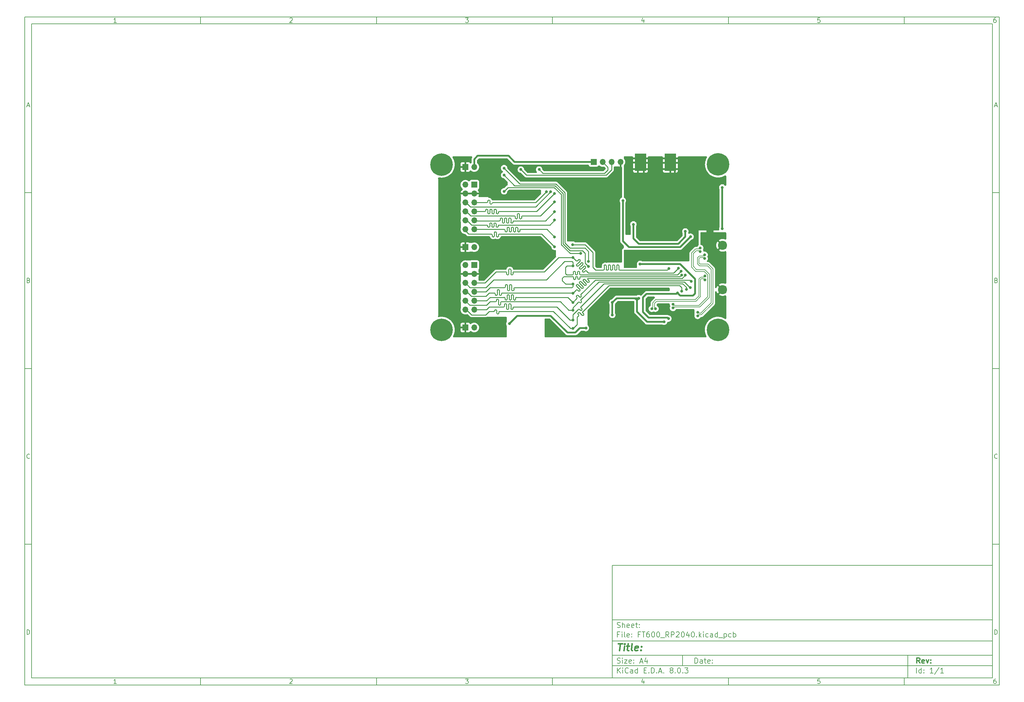
<source format=gbr>
%TF.GenerationSoftware,KiCad,Pcbnew,8.0.3-8.0.3-0~ubuntu22.04.1*%
%TF.CreationDate,2024-09-16T11:35:50+02:00*%
%TF.ProjectId,FT600_RP2040,46543630-305f-4525-9032-3034302e6b69,rev?*%
%TF.SameCoordinates,PX7735940PY61c06a0*%
%TF.FileFunction,Copper,L2,Bot*%
%TF.FilePolarity,Positive*%
%FSLAX46Y46*%
G04 Gerber Fmt 4.6, Leading zero omitted, Abs format (unit mm)*
G04 Created by KiCad (PCBNEW 8.0.3-8.0.3-0~ubuntu22.04.1) date 2024-09-16 11:35:50*
%MOMM*%
%LPD*%
G01*
G04 APERTURE LIST*
%ADD10C,0.100000*%
%ADD11C,0.150000*%
%ADD12C,0.300000*%
%ADD13C,0.400000*%
%TA.AperFunction,EtchedComponent*%
%ADD14C,0.000000*%
%TD*%
%TA.AperFunction,ComponentPad*%
%ADD15C,2.580000*%
%TD*%
%TA.AperFunction,ComponentPad*%
%ADD16C,0.800000*%
%TD*%
%TA.AperFunction,ComponentPad*%
%ADD17C,6.400000*%
%TD*%
%TA.AperFunction,ComponentPad*%
%ADD18R,1.700000X1.700000*%
%TD*%
%TA.AperFunction,ComponentPad*%
%ADD19O,1.700000X1.700000*%
%TD*%
%TA.AperFunction,SMDPad,CuDef*%
%ADD20R,3.200000X4.900000*%
%TD*%
%TA.AperFunction,SMDPad,CuDef*%
%ADD21C,2.000000*%
%TD*%
%TA.AperFunction,ViaPad*%
%ADD22C,0.800000*%
%TD*%
%TA.AperFunction,Conductor*%
%ADD23C,0.500000*%
%TD*%
%TA.AperFunction,Conductor*%
%ADD24C,0.250000*%
%TD*%
%TA.AperFunction,Conductor*%
%ADD25C,0.200000*%
%TD*%
G04 APERTURE END LIST*
D10*
D11*
X52002200Y-63507200D02*
X160002200Y-63507200D01*
X160002200Y-95507200D01*
X52002200Y-95507200D01*
X52002200Y-63507200D01*
D10*
D11*
X-115000000Y92500000D02*
X162002200Y92500000D01*
X162002200Y-97507200D01*
X-115000000Y-97507200D01*
X-115000000Y92500000D01*
D10*
D11*
X-113000000Y90500000D02*
X160002200Y90500000D01*
X160002200Y-95507200D01*
X-113000000Y-95507200D01*
X-113000000Y90500000D01*
D10*
D11*
X-65000000Y90500000D02*
X-65000000Y92500000D01*
D10*
D11*
X-15000000Y90500000D02*
X-15000000Y92500000D01*
D10*
D11*
X35000000Y90500000D02*
X35000000Y92500000D01*
D10*
D11*
X85000000Y90500000D02*
X85000000Y92500000D01*
D10*
D11*
X135000000Y90500000D02*
X135000000Y92500000D01*
D10*
D11*
X-88910840Y90906396D02*
X-89653697Y90906396D01*
X-89282269Y90906396D02*
X-89282269Y92206396D01*
X-89282269Y92206396D02*
X-89406078Y92020681D01*
X-89406078Y92020681D02*
X-89529888Y91896872D01*
X-89529888Y91896872D02*
X-89653697Y91834967D01*
D10*
D11*
X-39653697Y92082586D02*
X-39591793Y92144491D01*
X-39591793Y92144491D02*
X-39467983Y92206396D01*
X-39467983Y92206396D02*
X-39158459Y92206396D01*
X-39158459Y92206396D02*
X-39034650Y92144491D01*
X-39034650Y92144491D02*
X-38972745Y92082586D01*
X-38972745Y92082586D02*
X-38910840Y91958777D01*
X-38910840Y91958777D02*
X-38910840Y91834967D01*
X-38910840Y91834967D02*
X-38972745Y91649253D01*
X-38972745Y91649253D02*
X-39715602Y90906396D01*
X-39715602Y90906396D02*
X-38910840Y90906396D01*
D10*
D11*
X10284398Y92206396D02*
X11089160Y92206396D01*
X11089160Y92206396D02*
X10655826Y91711158D01*
X10655826Y91711158D02*
X10841541Y91711158D01*
X10841541Y91711158D02*
X10965350Y91649253D01*
X10965350Y91649253D02*
X11027255Y91587348D01*
X11027255Y91587348D02*
X11089160Y91463539D01*
X11089160Y91463539D02*
X11089160Y91154015D01*
X11089160Y91154015D02*
X11027255Y91030205D01*
X11027255Y91030205D02*
X10965350Y90968300D01*
X10965350Y90968300D02*
X10841541Y90906396D01*
X10841541Y90906396D02*
X10470112Y90906396D01*
X10470112Y90906396D02*
X10346303Y90968300D01*
X10346303Y90968300D02*
X10284398Y91030205D01*
D10*
D11*
X60965350Y91773062D02*
X60965350Y90906396D01*
X60655826Y92268300D02*
X60346303Y91339729D01*
X60346303Y91339729D02*
X61151064Y91339729D01*
D10*
D11*
X111027255Y92206396D02*
X110408207Y92206396D01*
X110408207Y92206396D02*
X110346303Y91587348D01*
X110346303Y91587348D02*
X110408207Y91649253D01*
X110408207Y91649253D02*
X110532017Y91711158D01*
X110532017Y91711158D02*
X110841541Y91711158D01*
X110841541Y91711158D02*
X110965350Y91649253D01*
X110965350Y91649253D02*
X111027255Y91587348D01*
X111027255Y91587348D02*
X111089160Y91463539D01*
X111089160Y91463539D02*
X111089160Y91154015D01*
X111089160Y91154015D02*
X111027255Y91030205D01*
X111027255Y91030205D02*
X110965350Y90968300D01*
X110965350Y90968300D02*
X110841541Y90906396D01*
X110841541Y90906396D02*
X110532017Y90906396D01*
X110532017Y90906396D02*
X110408207Y90968300D01*
X110408207Y90968300D02*
X110346303Y91030205D01*
D10*
D11*
X160965350Y92206396D02*
X160717731Y92206396D01*
X160717731Y92206396D02*
X160593922Y92144491D01*
X160593922Y92144491D02*
X160532017Y92082586D01*
X160532017Y92082586D02*
X160408207Y91896872D01*
X160408207Y91896872D02*
X160346303Y91649253D01*
X160346303Y91649253D02*
X160346303Y91154015D01*
X160346303Y91154015D02*
X160408207Y91030205D01*
X160408207Y91030205D02*
X160470112Y90968300D01*
X160470112Y90968300D02*
X160593922Y90906396D01*
X160593922Y90906396D02*
X160841541Y90906396D01*
X160841541Y90906396D02*
X160965350Y90968300D01*
X160965350Y90968300D02*
X161027255Y91030205D01*
X161027255Y91030205D02*
X161089160Y91154015D01*
X161089160Y91154015D02*
X161089160Y91463539D01*
X161089160Y91463539D02*
X161027255Y91587348D01*
X161027255Y91587348D02*
X160965350Y91649253D01*
X160965350Y91649253D02*
X160841541Y91711158D01*
X160841541Y91711158D02*
X160593922Y91711158D01*
X160593922Y91711158D02*
X160470112Y91649253D01*
X160470112Y91649253D02*
X160408207Y91587348D01*
X160408207Y91587348D02*
X160346303Y91463539D01*
D10*
D11*
X-65000000Y-95507200D02*
X-65000000Y-97507200D01*
D10*
D11*
X-15000000Y-95507200D02*
X-15000000Y-97507200D01*
D10*
D11*
X35000000Y-95507200D02*
X35000000Y-97507200D01*
D10*
D11*
X85000000Y-95507200D02*
X85000000Y-97507200D01*
D10*
D11*
X135000000Y-95507200D02*
X135000000Y-97507200D01*
D10*
D11*
X-88910840Y-97100804D02*
X-89653697Y-97100804D01*
X-89282269Y-97100804D02*
X-89282269Y-95800804D01*
X-89282269Y-95800804D02*
X-89406078Y-95986519D01*
X-89406078Y-95986519D02*
X-89529888Y-96110328D01*
X-89529888Y-96110328D02*
X-89653697Y-96172233D01*
D10*
D11*
X-39653697Y-95924614D02*
X-39591793Y-95862709D01*
X-39591793Y-95862709D02*
X-39467983Y-95800804D01*
X-39467983Y-95800804D02*
X-39158459Y-95800804D01*
X-39158459Y-95800804D02*
X-39034650Y-95862709D01*
X-39034650Y-95862709D02*
X-38972745Y-95924614D01*
X-38972745Y-95924614D02*
X-38910840Y-96048423D01*
X-38910840Y-96048423D02*
X-38910840Y-96172233D01*
X-38910840Y-96172233D02*
X-38972745Y-96357947D01*
X-38972745Y-96357947D02*
X-39715602Y-97100804D01*
X-39715602Y-97100804D02*
X-38910840Y-97100804D01*
D10*
D11*
X10284398Y-95800804D02*
X11089160Y-95800804D01*
X11089160Y-95800804D02*
X10655826Y-96296042D01*
X10655826Y-96296042D02*
X10841541Y-96296042D01*
X10841541Y-96296042D02*
X10965350Y-96357947D01*
X10965350Y-96357947D02*
X11027255Y-96419852D01*
X11027255Y-96419852D02*
X11089160Y-96543661D01*
X11089160Y-96543661D02*
X11089160Y-96853185D01*
X11089160Y-96853185D02*
X11027255Y-96976995D01*
X11027255Y-96976995D02*
X10965350Y-97038900D01*
X10965350Y-97038900D02*
X10841541Y-97100804D01*
X10841541Y-97100804D02*
X10470112Y-97100804D01*
X10470112Y-97100804D02*
X10346303Y-97038900D01*
X10346303Y-97038900D02*
X10284398Y-96976995D01*
D10*
D11*
X60965350Y-96234138D02*
X60965350Y-97100804D01*
X60655826Y-95738900D02*
X60346303Y-96667471D01*
X60346303Y-96667471D02*
X61151064Y-96667471D01*
D10*
D11*
X111027255Y-95800804D02*
X110408207Y-95800804D01*
X110408207Y-95800804D02*
X110346303Y-96419852D01*
X110346303Y-96419852D02*
X110408207Y-96357947D01*
X110408207Y-96357947D02*
X110532017Y-96296042D01*
X110532017Y-96296042D02*
X110841541Y-96296042D01*
X110841541Y-96296042D02*
X110965350Y-96357947D01*
X110965350Y-96357947D02*
X111027255Y-96419852D01*
X111027255Y-96419852D02*
X111089160Y-96543661D01*
X111089160Y-96543661D02*
X111089160Y-96853185D01*
X111089160Y-96853185D02*
X111027255Y-96976995D01*
X111027255Y-96976995D02*
X110965350Y-97038900D01*
X110965350Y-97038900D02*
X110841541Y-97100804D01*
X110841541Y-97100804D02*
X110532017Y-97100804D01*
X110532017Y-97100804D02*
X110408207Y-97038900D01*
X110408207Y-97038900D02*
X110346303Y-96976995D01*
D10*
D11*
X160965350Y-95800804D02*
X160717731Y-95800804D01*
X160717731Y-95800804D02*
X160593922Y-95862709D01*
X160593922Y-95862709D02*
X160532017Y-95924614D01*
X160532017Y-95924614D02*
X160408207Y-96110328D01*
X160408207Y-96110328D02*
X160346303Y-96357947D01*
X160346303Y-96357947D02*
X160346303Y-96853185D01*
X160346303Y-96853185D02*
X160408207Y-96976995D01*
X160408207Y-96976995D02*
X160470112Y-97038900D01*
X160470112Y-97038900D02*
X160593922Y-97100804D01*
X160593922Y-97100804D02*
X160841541Y-97100804D01*
X160841541Y-97100804D02*
X160965350Y-97038900D01*
X160965350Y-97038900D02*
X161027255Y-96976995D01*
X161027255Y-96976995D02*
X161089160Y-96853185D01*
X161089160Y-96853185D02*
X161089160Y-96543661D01*
X161089160Y-96543661D02*
X161027255Y-96419852D01*
X161027255Y-96419852D02*
X160965350Y-96357947D01*
X160965350Y-96357947D02*
X160841541Y-96296042D01*
X160841541Y-96296042D02*
X160593922Y-96296042D01*
X160593922Y-96296042D02*
X160470112Y-96357947D01*
X160470112Y-96357947D02*
X160408207Y-96419852D01*
X160408207Y-96419852D02*
X160346303Y-96543661D01*
D10*
D11*
X-115000000Y42500000D02*
X-113000000Y42500000D01*
D10*
D11*
X-115000000Y-7500000D02*
X-113000000Y-7500000D01*
D10*
D11*
X-115000000Y-57500000D02*
X-113000000Y-57500000D01*
D10*
D11*
X-114309524Y67277824D02*
X-113690477Y67277824D01*
X-114433334Y66906396D02*
X-114000001Y68206396D01*
X-114000001Y68206396D02*
X-113566667Y66906396D01*
D10*
D11*
X-113907143Y17587348D02*
X-113721429Y17525443D01*
X-113721429Y17525443D02*
X-113659524Y17463539D01*
X-113659524Y17463539D02*
X-113597620Y17339729D01*
X-113597620Y17339729D02*
X-113597620Y17154015D01*
X-113597620Y17154015D02*
X-113659524Y17030205D01*
X-113659524Y17030205D02*
X-113721429Y16968300D01*
X-113721429Y16968300D02*
X-113845239Y16906396D01*
X-113845239Y16906396D02*
X-114340477Y16906396D01*
X-114340477Y16906396D02*
X-114340477Y18206396D01*
X-114340477Y18206396D02*
X-113907143Y18206396D01*
X-113907143Y18206396D02*
X-113783334Y18144491D01*
X-113783334Y18144491D02*
X-113721429Y18082586D01*
X-113721429Y18082586D02*
X-113659524Y17958777D01*
X-113659524Y17958777D02*
X-113659524Y17834967D01*
X-113659524Y17834967D02*
X-113721429Y17711158D01*
X-113721429Y17711158D02*
X-113783334Y17649253D01*
X-113783334Y17649253D02*
X-113907143Y17587348D01*
X-113907143Y17587348D02*
X-114340477Y17587348D01*
D10*
D11*
X-113597620Y-32969795D02*
X-113659524Y-33031700D01*
X-113659524Y-33031700D02*
X-113845239Y-33093604D01*
X-113845239Y-33093604D02*
X-113969048Y-33093604D01*
X-113969048Y-33093604D02*
X-114154762Y-33031700D01*
X-114154762Y-33031700D02*
X-114278572Y-32907890D01*
X-114278572Y-32907890D02*
X-114340477Y-32784080D01*
X-114340477Y-32784080D02*
X-114402381Y-32536461D01*
X-114402381Y-32536461D02*
X-114402381Y-32350747D01*
X-114402381Y-32350747D02*
X-114340477Y-32103128D01*
X-114340477Y-32103128D02*
X-114278572Y-31979319D01*
X-114278572Y-31979319D02*
X-114154762Y-31855509D01*
X-114154762Y-31855509D02*
X-113969048Y-31793604D01*
X-113969048Y-31793604D02*
X-113845239Y-31793604D01*
X-113845239Y-31793604D02*
X-113659524Y-31855509D01*
X-113659524Y-31855509D02*
X-113597620Y-31917414D01*
D10*
D11*
X-114340477Y-83093604D02*
X-114340477Y-81793604D01*
X-114340477Y-81793604D02*
X-114030953Y-81793604D01*
X-114030953Y-81793604D02*
X-113845239Y-81855509D01*
X-113845239Y-81855509D02*
X-113721429Y-81979319D01*
X-113721429Y-81979319D02*
X-113659524Y-82103128D01*
X-113659524Y-82103128D02*
X-113597620Y-82350747D01*
X-113597620Y-82350747D02*
X-113597620Y-82536461D01*
X-113597620Y-82536461D02*
X-113659524Y-82784080D01*
X-113659524Y-82784080D02*
X-113721429Y-82907890D01*
X-113721429Y-82907890D02*
X-113845239Y-83031700D01*
X-113845239Y-83031700D02*
X-114030953Y-83093604D01*
X-114030953Y-83093604D02*
X-114340477Y-83093604D01*
D10*
D11*
X162002200Y42500000D02*
X160002200Y42500000D01*
D10*
D11*
X162002200Y-7500000D02*
X160002200Y-7500000D01*
D10*
D11*
X162002200Y-57500000D02*
X160002200Y-57500000D01*
D10*
D11*
X160692676Y67277824D02*
X161311723Y67277824D01*
X160568866Y66906396D02*
X161002199Y68206396D01*
X161002199Y68206396D02*
X161435533Y66906396D01*
D10*
D11*
X161095057Y17587348D02*
X161280771Y17525443D01*
X161280771Y17525443D02*
X161342676Y17463539D01*
X161342676Y17463539D02*
X161404580Y17339729D01*
X161404580Y17339729D02*
X161404580Y17154015D01*
X161404580Y17154015D02*
X161342676Y17030205D01*
X161342676Y17030205D02*
X161280771Y16968300D01*
X161280771Y16968300D02*
X161156961Y16906396D01*
X161156961Y16906396D02*
X160661723Y16906396D01*
X160661723Y16906396D02*
X160661723Y18206396D01*
X160661723Y18206396D02*
X161095057Y18206396D01*
X161095057Y18206396D02*
X161218866Y18144491D01*
X161218866Y18144491D02*
X161280771Y18082586D01*
X161280771Y18082586D02*
X161342676Y17958777D01*
X161342676Y17958777D02*
X161342676Y17834967D01*
X161342676Y17834967D02*
X161280771Y17711158D01*
X161280771Y17711158D02*
X161218866Y17649253D01*
X161218866Y17649253D02*
X161095057Y17587348D01*
X161095057Y17587348D02*
X160661723Y17587348D01*
D10*
D11*
X161404580Y-32969795D02*
X161342676Y-33031700D01*
X161342676Y-33031700D02*
X161156961Y-33093604D01*
X161156961Y-33093604D02*
X161033152Y-33093604D01*
X161033152Y-33093604D02*
X160847438Y-33031700D01*
X160847438Y-33031700D02*
X160723628Y-32907890D01*
X160723628Y-32907890D02*
X160661723Y-32784080D01*
X160661723Y-32784080D02*
X160599819Y-32536461D01*
X160599819Y-32536461D02*
X160599819Y-32350747D01*
X160599819Y-32350747D02*
X160661723Y-32103128D01*
X160661723Y-32103128D02*
X160723628Y-31979319D01*
X160723628Y-31979319D02*
X160847438Y-31855509D01*
X160847438Y-31855509D02*
X161033152Y-31793604D01*
X161033152Y-31793604D02*
X161156961Y-31793604D01*
X161156961Y-31793604D02*
X161342676Y-31855509D01*
X161342676Y-31855509D02*
X161404580Y-31917414D01*
D10*
D11*
X160661723Y-83093604D02*
X160661723Y-81793604D01*
X160661723Y-81793604D02*
X160971247Y-81793604D01*
X160971247Y-81793604D02*
X161156961Y-81855509D01*
X161156961Y-81855509D02*
X161280771Y-81979319D01*
X161280771Y-81979319D02*
X161342676Y-82103128D01*
X161342676Y-82103128D02*
X161404580Y-82350747D01*
X161404580Y-82350747D02*
X161404580Y-82536461D01*
X161404580Y-82536461D02*
X161342676Y-82784080D01*
X161342676Y-82784080D02*
X161280771Y-82907890D01*
X161280771Y-82907890D02*
X161156961Y-83031700D01*
X161156961Y-83031700D02*
X160971247Y-83093604D01*
X160971247Y-83093604D02*
X160661723Y-83093604D01*
D10*
D11*
X75458026Y-91293328D02*
X75458026Y-89793328D01*
X75458026Y-89793328D02*
X75815169Y-89793328D01*
X75815169Y-89793328D02*
X76029455Y-89864757D01*
X76029455Y-89864757D02*
X76172312Y-90007614D01*
X76172312Y-90007614D02*
X76243741Y-90150471D01*
X76243741Y-90150471D02*
X76315169Y-90436185D01*
X76315169Y-90436185D02*
X76315169Y-90650471D01*
X76315169Y-90650471D02*
X76243741Y-90936185D01*
X76243741Y-90936185D02*
X76172312Y-91079042D01*
X76172312Y-91079042D02*
X76029455Y-91221900D01*
X76029455Y-91221900D02*
X75815169Y-91293328D01*
X75815169Y-91293328D02*
X75458026Y-91293328D01*
X77600884Y-91293328D02*
X77600884Y-90507614D01*
X77600884Y-90507614D02*
X77529455Y-90364757D01*
X77529455Y-90364757D02*
X77386598Y-90293328D01*
X77386598Y-90293328D02*
X77100884Y-90293328D01*
X77100884Y-90293328D02*
X76958026Y-90364757D01*
X77600884Y-91221900D02*
X77458026Y-91293328D01*
X77458026Y-91293328D02*
X77100884Y-91293328D01*
X77100884Y-91293328D02*
X76958026Y-91221900D01*
X76958026Y-91221900D02*
X76886598Y-91079042D01*
X76886598Y-91079042D02*
X76886598Y-90936185D01*
X76886598Y-90936185D02*
X76958026Y-90793328D01*
X76958026Y-90793328D02*
X77100884Y-90721900D01*
X77100884Y-90721900D02*
X77458026Y-90721900D01*
X77458026Y-90721900D02*
X77600884Y-90650471D01*
X78100884Y-90293328D02*
X78672312Y-90293328D01*
X78315169Y-89793328D02*
X78315169Y-91079042D01*
X78315169Y-91079042D02*
X78386598Y-91221900D01*
X78386598Y-91221900D02*
X78529455Y-91293328D01*
X78529455Y-91293328D02*
X78672312Y-91293328D01*
X79743741Y-91221900D02*
X79600884Y-91293328D01*
X79600884Y-91293328D02*
X79315170Y-91293328D01*
X79315170Y-91293328D02*
X79172312Y-91221900D01*
X79172312Y-91221900D02*
X79100884Y-91079042D01*
X79100884Y-91079042D02*
X79100884Y-90507614D01*
X79100884Y-90507614D02*
X79172312Y-90364757D01*
X79172312Y-90364757D02*
X79315170Y-90293328D01*
X79315170Y-90293328D02*
X79600884Y-90293328D01*
X79600884Y-90293328D02*
X79743741Y-90364757D01*
X79743741Y-90364757D02*
X79815170Y-90507614D01*
X79815170Y-90507614D02*
X79815170Y-90650471D01*
X79815170Y-90650471D02*
X79100884Y-90793328D01*
X80458026Y-91150471D02*
X80529455Y-91221900D01*
X80529455Y-91221900D02*
X80458026Y-91293328D01*
X80458026Y-91293328D02*
X80386598Y-91221900D01*
X80386598Y-91221900D02*
X80458026Y-91150471D01*
X80458026Y-91150471D02*
X80458026Y-91293328D01*
X80458026Y-90364757D02*
X80529455Y-90436185D01*
X80529455Y-90436185D02*
X80458026Y-90507614D01*
X80458026Y-90507614D02*
X80386598Y-90436185D01*
X80386598Y-90436185D02*
X80458026Y-90364757D01*
X80458026Y-90364757D02*
X80458026Y-90507614D01*
D10*
D11*
X52002200Y-92007200D02*
X160002200Y-92007200D01*
D10*
D11*
X53458026Y-94093328D02*
X53458026Y-92593328D01*
X54315169Y-94093328D02*
X53672312Y-93236185D01*
X54315169Y-92593328D02*
X53458026Y-93450471D01*
X54958026Y-94093328D02*
X54958026Y-93093328D01*
X54958026Y-92593328D02*
X54886598Y-92664757D01*
X54886598Y-92664757D02*
X54958026Y-92736185D01*
X54958026Y-92736185D02*
X55029455Y-92664757D01*
X55029455Y-92664757D02*
X54958026Y-92593328D01*
X54958026Y-92593328D02*
X54958026Y-92736185D01*
X56529455Y-93950471D02*
X56458027Y-94021900D01*
X56458027Y-94021900D02*
X56243741Y-94093328D01*
X56243741Y-94093328D02*
X56100884Y-94093328D01*
X56100884Y-94093328D02*
X55886598Y-94021900D01*
X55886598Y-94021900D02*
X55743741Y-93879042D01*
X55743741Y-93879042D02*
X55672312Y-93736185D01*
X55672312Y-93736185D02*
X55600884Y-93450471D01*
X55600884Y-93450471D02*
X55600884Y-93236185D01*
X55600884Y-93236185D02*
X55672312Y-92950471D01*
X55672312Y-92950471D02*
X55743741Y-92807614D01*
X55743741Y-92807614D02*
X55886598Y-92664757D01*
X55886598Y-92664757D02*
X56100884Y-92593328D01*
X56100884Y-92593328D02*
X56243741Y-92593328D01*
X56243741Y-92593328D02*
X56458027Y-92664757D01*
X56458027Y-92664757D02*
X56529455Y-92736185D01*
X57815170Y-94093328D02*
X57815170Y-93307614D01*
X57815170Y-93307614D02*
X57743741Y-93164757D01*
X57743741Y-93164757D02*
X57600884Y-93093328D01*
X57600884Y-93093328D02*
X57315170Y-93093328D01*
X57315170Y-93093328D02*
X57172312Y-93164757D01*
X57815170Y-94021900D02*
X57672312Y-94093328D01*
X57672312Y-94093328D02*
X57315170Y-94093328D01*
X57315170Y-94093328D02*
X57172312Y-94021900D01*
X57172312Y-94021900D02*
X57100884Y-93879042D01*
X57100884Y-93879042D02*
X57100884Y-93736185D01*
X57100884Y-93736185D02*
X57172312Y-93593328D01*
X57172312Y-93593328D02*
X57315170Y-93521900D01*
X57315170Y-93521900D02*
X57672312Y-93521900D01*
X57672312Y-93521900D02*
X57815170Y-93450471D01*
X59172313Y-94093328D02*
X59172313Y-92593328D01*
X59172313Y-94021900D02*
X59029455Y-94093328D01*
X59029455Y-94093328D02*
X58743741Y-94093328D01*
X58743741Y-94093328D02*
X58600884Y-94021900D01*
X58600884Y-94021900D02*
X58529455Y-93950471D01*
X58529455Y-93950471D02*
X58458027Y-93807614D01*
X58458027Y-93807614D02*
X58458027Y-93379042D01*
X58458027Y-93379042D02*
X58529455Y-93236185D01*
X58529455Y-93236185D02*
X58600884Y-93164757D01*
X58600884Y-93164757D02*
X58743741Y-93093328D01*
X58743741Y-93093328D02*
X59029455Y-93093328D01*
X59029455Y-93093328D02*
X59172313Y-93164757D01*
X61029455Y-93307614D02*
X61529455Y-93307614D01*
X61743741Y-94093328D02*
X61029455Y-94093328D01*
X61029455Y-94093328D02*
X61029455Y-92593328D01*
X61029455Y-92593328D02*
X61743741Y-92593328D01*
X62386598Y-93950471D02*
X62458027Y-94021900D01*
X62458027Y-94021900D02*
X62386598Y-94093328D01*
X62386598Y-94093328D02*
X62315170Y-94021900D01*
X62315170Y-94021900D02*
X62386598Y-93950471D01*
X62386598Y-93950471D02*
X62386598Y-94093328D01*
X63100884Y-94093328D02*
X63100884Y-92593328D01*
X63100884Y-92593328D02*
X63458027Y-92593328D01*
X63458027Y-92593328D02*
X63672313Y-92664757D01*
X63672313Y-92664757D02*
X63815170Y-92807614D01*
X63815170Y-92807614D02*
X63886599Y-92950471D01*
X63886599Y-92950471D02*
X63958027Y-93236185D01*
X63958027Y-93236185D02*
X63958027Y-93450471D01*
X63958027Y-93450471D02*
X63886599Y-93736185D01*
X63886599Y-93736185D02*
X63815170Y-93879042D01*
X63815170Y-93879042D02*
X63672313Y-94021900D01*
X63672313Y-94021900D02*
X63458027Y-94093328D01*
X63458027Y-94093328D02*
X63100884Y-94093328D01*
X64600884Y-93950471D02*
X64672313Y-94021900D01*
X64672313Y-94021900D02*
X64600884Y-94093328D01*
X64600884Y-94093328D02*
X64529456Y-94021900D01*
X64529456Y-94021900D02*
X64600884Y-93950471D01*
X64600884Y-93950471D02*
X64600884Y-94093328D01*
X65243742Y-93664757D02*
X65958028Y-93664757D01*
X65100885Y-94093328D02*
X65600885Y-92593328D01*
X65600885Y-92593328D02*
X66100885Y-94093328D01*
X66600884Y-93950471D02*
X66672313Y-94021900D01*
X66672313Y-94021900D02*
X66600884Y-94093328D01*
X66600884Y-94093328D02*
X66529456Y-94021900D01*
X66529456Y-94021900D02*
X66600884Y-93950471D01*
X66600884Y-93950471D02*
X66600884Y-94093328D01*
X68672313Y-93236185D02*
X68529456Y-93164757D01*
X68529456Y-93164757D02*
X68458027Y-93093328D01*
X68458027Y-93093328D02*
X68386599Y-92950471D01*
X68386599Y-92950471D02*
X68386599Y-92879042D01*
X68386599Y-92879042D02*
X68458027Y-92736185D01*
X68458027Y-92736185D02*
X68529456Y-92664757D01*
X68529456Y-92664757D02*
X68672313Y-92593328D01*
X68672313Y-92593328D02*
X68958027Y-92593328D01*
X68958027Y-92593328D02*
X69100885Y-92664757D01*
X69100885Y-92664757D02*
X69172313Y-92736185D01*
X69172313Y-92736185D02*
X69243742Y-92879042D01*
X69243742Y-92879042D02*
X69243742Y-92950471D01*
X69243742Y-92950471D02*
X69172313Y-93093328D01*
X69172313Y-93093328D02*
X69100885Y-93164757D01*
X69100885Y-93164757D02*
X68958027Y-93236185D01*
X68958027Y-93236185D02*
X68672313Y-93236185D01*
X68672313Y-93236185D02*
X68529456Y-93307614D01*
X68529456Y-93307614D02*
X68458027Y-93379042D01*
X68458027Y-93379042D02*
X68386599Y-93521900D01*
X68386599Y-93521900D02*
X68386599Y-93807614D01*
X68386599Y-93807614D02*
X68458027Y-93950471D01*
X68458027Y-93950471D02*
X68529456Y-94021900D01*
X68529456Y-94021900D02*
X68672313Y-94093328D01*
X68672313Y-94093328D02*
X68958027Y-94093328D01*
X68958027Y-94093328D02*
X69100885Y-94021900D01*
X69100885Y-94021900D02*
X69172313Y-93950471D01*
X69172313Y-93950471D02*
X69243742Y-93807614D01*
X69243742Y-93807614D02*
X69243742Y-93521900D01*
X69243742Y-93521900D02*
X69172313Y-93379042D01*
X69172313Y-93379042D02*
X69100885Y-93307614D01*
X69100885Y-93307614D02*
X68958027Y-93236185D01*
X69886598Y-93950471D02*
X69958027Y-94021900D01*
X69958027Y-94021900D02*
X69886598Y-94093328D01*
X69886598Y-94093328D02*
X69815170Y-94021900D01*
X69815170Y-94021900D02*
X69886598Y-93950471D01*
X69886598Y-93950471D02*
X69886598Y-94093328D01*
X70886599Y-92593328D02*
X71029456Y-92593328D01*
X71029456Y-92593328D02*
X71172313Y-92664757D01*
X71172313Y-92664757D02*
X71243742Y-92736185D01*
X71243742Y-92736185D02*
X71315170Y-92879042D01*
X71315170Y-92879042D02*
X71386599Y-93164757D01*
X71386599Y-93164757D02*
X71386599Y-93521900D01*
X71386599Y-93521900D02*
X71315170Y-93807614D01*
X71315170Y-93807614D02*
X71243742Y-93950471D01*
X71243742Y-93950471D02*
X71172313Y-94021900D01*
X71172313Y-94021900D02*
X71029456Y-94093328D01*
X71029456Y-94093328D02*
X70886599Y-94093328D01*
X70886599Y-94093328D02*
X70743742Y-94021900D01*
X70743742Y-94021900D02*
X70672313Y-93950471D01*
X70672313Y-93950471D02*
X70600884Y-93807614D01*
X70600884Y-93807614D02*
X70529456Y-93521900D01*
X70529456Y-93521900D02*
X70529456Y-93164757D01*
X70529456Y-93164757D02*
X70600884Y-92879042D01*
X70600884Y-92879042D02*
X70672313Y-92736185D01*
X70672313Y-92736185D02*
X70743742Y-92664757D01*
X70743742Y-92664757D02*
X70886599Y-92593328D01*
X72029455Y-93950471D02*
X72100884Y-94021900D01*
X72100884Y-94021900D02*
X72029455Y-94093328D01*
X72029455Y-94093328D02*
X71958027Y-94021900D01*
X71958027Y-94021900D02*
X72029455Y-93950471D01*
X72029455Y-93950471D02*
X72029455Y-94093328D01*
X72600884Y-92593328D02*
X73529456Y-92593328D01*
X73529456Y-92593328D02*
X73029456Y-93164757D01*
X73029456Y-93164757D02*
X73243741Y-93164757D01*
X73243741Y-93164757D02*
X73386599Y-93236185D01*
X73386599Y-93236185D02*
X73458027Y-93307614D01*
X73458027Y-93307614D02*
X73529456Y-93450471D01*
X73529456Y-93450471D02*
X73529456Y-93807614D01*
X73529456Y-93807614D02*
X73458027Y-93950471D01*
X73458027Y-93950471D02*
X73386599Y-94021900D01*
X73386599Y-94021900D02*
X73243741Y-94093328D01*
X73243741Y-94093328D02*
X72815170Y-94093328D01*
X72815170Y-94093328D02*
X72672313Y-94021900D01*
X72672313Y-94021900D02*
X72600884Y-93950471D01*
D10*
D11*
X52002200Y-89007200D02*
X160002200Y-89007200D01*
D10*
D12*
X139413853Y-91285528D02*
X138913853Y-90571242D01*
X138556710Y-91285528D02*
X138556710Y-89785528D01*
X138556710Y-89785528D02*
X139128139Y-89785528D01*
X139128139Y-89785528D02*
X139270996Y-89856957D01*
X139270996Y-89856957D02*
X139342425Y-89928385D01*
X139342425Y-89928385D02*
X139413853Y-90071242D01*
X139413853Y-90071242D02*
X139413853Y-90285528D01*
X139413853Y-90285528D02*
X139342425Y-90428385D01*
X139342425Y-90428385D02*
X139270996Y-90499814D01*
X139270996Y-90499814D02*
X139128139Y-90571242D01*
X139128139Y-90571242D02*
X138556710Y-90571242D01*
X140628139Y-91214100D02*
X140485282Y-91285528D01*
X140485282Y-91285528D02*
X140199568Y-91285528D01*
X140199568Y-91285528D02*
X140056710Y-91214100D01*
X140056710Y-91214100D02*
X139985282Y-91071242D01*
X139985282Y-91071242D02*
X139985282Y-90499814D01*
X139985282Y-90499814D02*
X140056710Y-90356957D01*
X140056710Y-90356957D02*
X140199568Y-90285528D01*
X140199568Y-90285528D02*
X140485282Y-90285528D01*
X140485282Y-90285528D02*
X140628139Y-90356957D01*
X140628139Y-90356957D02*
X140699568Y-90499814D01*
X140699568Y-90499814D02*
X140699568Y-90642671D01*
X140699568Y-90642671D02*
X139985282Y-90785528D01*
X141199567Y-90285528D02*
X141556710Y-91285528D01*
X141556710Y-91285528D02*
X141913853Y-90285528D01*
X142485281Y-91142671D02*
X142556710Y-91214100D01*
X142556710Y-91214100D02*
X142485281Y-91285528D01*
X142485281Y-91285528D02*
X142413853Y-91214100D01*
X142413853Y-91214100D02*
X142485281Y-91142671D01*
X142485281Y-91142671D02*
X142485281Y-91285528D01*
X142485281Y-90356957D02*
X142556710Y-90428385D01*
X142556710Y-90428385D02*
X142485281Y-90499814D01*
X142485281Y-90499814D02*
X142413853Y-90428385D01*
X142413853Y-90428385D02*
X142485281Y-90356957D01*
X142485281Y-90356957D02*
X142485281Y-90499814D01*
D10*
D11*
X53386598Y-91221900D02*
X53600884Y-91293328D01*
X53600884Y-91293328D02*
X53958026Y-91293328D01*
X53958026Y-91293328D02*
X54100884Y-91221900D01*
X54100884Y-91221900D02*
X54172312Y-91150471D01*
X54172312Y-91150471D02*
X54243741Y-91007614D01*
X54243741Y-91007614D02*
X54243741Y-90864757D01*
X54243741Y-90864757D02*
X54172312Y-90721900D01*
X54172312Y-90721900D02*
X54100884Y-90650471D01*
X54100884Y-90650471D02*
X53958026Y-90579042D01*
X53958026Y-90579042D02*
X53672312Y-90507614D01*
X53672312Y-90507614D02*
X53529455Y-90436185D01*
X53529455Y-90436185D02*
X53458026Y-90364757D01*
X53458026Y-90364757D02*
X53386598Y-90221900D01*
X53386598Y-90221900D02*
X53386598Y-90079042D01*
X53386598Y-90079042D02*
X53458026Y-89936185D01*
X53458026Y-89936185D02*
X53529455Y-89864757D01*
X53529455Y-89864757D02*
X53672312Y-89793328D01*
X53672312Y-89793328D02*
X54029455Y-89793328D01*
X54029455Y-89793328D02*
X54243741Y-89864757D01*
X54886597Y-91293328D02*
X54886597Y-90293328D01*
X54886597Y-89793328D02*
X54815169Y-89864757D01*
X54815169Y-89864757D02*
X54886597Y-89936185D01*
X54886597Y-89936185D02*
X54958026Y-89864757D01*
X54958026Y-89864757D02*
X54886597Y-89793328D01*
X54886597Y-89793328D02*
X54886597Y-89936185D01*
X55458026Y-90293328D02*
X56243741Y-90293328D01*
X56243741Y-90293328D02*
X55458026Y-91293328D01*
X55458026Y-91293328D02*
X56243741Y-91293328D01*
X57386598Y-91221900D02*
X57243741Y-91293328D01*
X57243741Y-91293328D02*
X56958027Y-91293328D01*
X56958027Y-91293328D02*
X56815169Y-91221900D01*
X56815169Y-91221900D02*
X56743741Y-91079042D01*
X56743741Y-91079042D02*
X56743741Y-90507614D01*
X56743741Y-90507614D02*
X56815169Y-90364757D01*
X56815169Y-90364757D02*
X56958027Y-90293328D01*
X56958027Y-90293328D02*
X57243741Y-90293328D01*
X57243741Y-90293328D02*
X57386598Y-90364757D01*
X57386598Y-90364757D02*
X57458027Y-90507614D01*
X57458027Y-90507614D02*
X57458027Y-90650471D01*
X57458027Y-90650471D02*
X56743741Y-90793328D01*
X58100883Y-91150471D02*
X58172312Y-91221900D01*
X58172312Y-91221900D02*
X58100883Y-91293328D01*
X58100883Y-91293328D02*
X58029455Y-91221900D01*
X58029455Y-91221900D02*
X58100883Y-91150471D01*
X58100883Y-91150471D02*
X58100883Y-91293328D01*
X58100883Y-90364757D02*
X58172312Y-90436185D01*
X58172312Y-90436185D02*
X58100883Y-90507614D01*
X58100883Y-90507614D02*
X58029455Y-90436185D01*
X58029455Y-90436185D02*
X58100883Y-90364757D01*
X58100883Y-90364757D02*
X58100883Y-90507614D01*
X59886598Y-90864757D02*
X60600884Y-90864757D01*
X59743741Y-91293328D02*
X60243741Y-89793328D01*
X60243741Y-89793328D02*
X60743741Y-91293328D01*
X61886598Y-90293328D02*
X61886598Y-91293328D01*
X61529455Y-89721900D02*
X61172312Y-90793328D01*
X61172312Y-90793328D02*
X62100883Y-90793328D01*
D10*
D11*
X138458026Y-94093328D02*
X138458026Y-92593328D01*
X139815170Y-94093328D02*
X139815170Y-92593328D01*
X139815170Y-94021900D02*
X139672312Y-94093328D01*
X139672312Y-94093328D02*
X139386598Y-94093328D01*
X139386598Y-94093328D02*
X139243741Y-94021900D01*
X139243741Y-94021900D02*
X139172312Y-93950471D01*
X139172312Y-93950471D02*
X139100884Y-93807614D01*
X139100884Y-93807614D02*
X139100884Y-93379042D01*
X139100884Y-93379042D02*
X139172312Y-93236185D01*
X139172312Y-93236185D02*
X139243741Y-93164757D01*
X139243741Y-93164757D02*
X139386598Y-93093328D01*
X139386598Y-93093328D02*
X139672312Y-93093328D01*
X139672312Y-93093328D02*
X139815170Y-93164757D01*
X140529455Y-93950471D02*
X140600884Y-94021900D01*
X140600884Y-94021900D02*
X140529455Y-94093328D01*
X140529455Y-94093328D02*
X140458027Y-94021900D01*
X140458027Y-94021900D02*
X140529455Y-93950471D01*
X140529455Y-93950471D02*
X140529455Y-94093328D01*
X140529455Y-93164757D02*
X140600884Y-93236185D01*
X140600884Y-93236185D02*
X140529455Y-93307614D01*
X140529455Y-93307614D02*
X140458027Y-93236185D01*
X140458027Y-93236185D02*
X140529455Y-93164757D01*
X140529455Y-93164757D02*
X140529455Y-93307614D01*
X143172313Y-94093328D02*
X142315170Y-94093328D01*
X142743741Y-94093328D02*
X142743741Y-92593328D01*
X142743741Y-92593328D02*
X142600884Y-92807614D01*
X142600884Y-92807614D02*
X142458027Y-92950471D01*
X142458027Y-92950471D02*
X142315170Y-93021900D01*
X144886598Y-92521900D02*
X143600884Y-94450471D01*
X146172313Y-94093328D02*
X145315170Y-94093328D01*
X145743741Y-94093328D02*
X145743741Y-92593328D01*
X145743741Y-92593328D02*
X145600884Y-92807614D01*
X145600884Y-92807614D02*
X145458027Y-92950471D01*
X145458027Y-92950471D02*
X145315170Y-93021900D01*
D10*
D11*
X52002200Y-85007200D02*
X160002200Y-85007200D01*
D10*
D13*
X53693928Y-85711638D02*
X54836785Y-85711638D01*
X54015357Y-87711638D02*
X54265357Y-85711638D01*
X55253452Y-87711638D02*
X55420119Y-86378304D01*
X55503452Y-85711638D02*
X55396309Y-85806876D01*
X55396309Y-85806876D02*
X55479643Y-85902114D01*
X55479643Y-85902114D02*
X55586786Y-85806876D01*
X55586786Y-85806876D02*
X55503452Y-85711638D01*
X55503452Y-85711638D02*
X55479643Y-85902114D01*
X56086786Y-86378304D02*
X56848690Y-86378304D01*
X56455833Y-85711638D02*
X56241548Y-87425923D01*
X56241548Y-87425923D02*
X56312976Y-87616400D01*
X56312976Y-87616400D02*
X56491548Y-87711638D01*
X56491548Y-87711638D02*
X56682024Y-87711638D01*
X57634405Y-87711638D02*
X57455833Y-87616400D01*
X57455833Y-87616400D02*
X57384405Y-87425923D01*
X57384405Y-87425923D02*
X57598690Y-85711638D01*
X59170119Y-87616400D02*
X58967738Y-87711638D01*
X58967738Y-87711638D02*
X58586785Y-87711638D01*
X58586785Y-87711638D02*
X58408214Y-87616400D01*
X58408214Y-87616400D02*
X58336785Y-87425923D01*
X58336785Y-87425923D02*
X58432024Y-86664019D01*
X58432024Y-86664019D02*
X58551071Y-86473542D01*
X58551071Y-86473542D02*
X58753452Y-86378304D01*
X58753452Y-86378304D02*
X59134404Y-86378304D01*
X59134404Y-86378304D02*
X59312976Y-86473542D01*
X59312976Y-86473542D02*
X59384404Y-86664019D01*
X59384404Y-86664019D02*
X59360595Y-86854495D01*
X59360595Y-86854495D02*
X58384404Y-87044971D01*
X60134405Y-87521161D02*
X60217738Y-87616400D01*
X60217738Y-87616400D02*
X60110595Y-87711638D01*
X60110595Y-87711638D02*
X60027262Y-87616400D01*
X60027262Y-87616400D02*
X60134405Y-87521161D01*
X60134405Y-87521161D02*
X60110595Y-87711638D01*
X60265357Y-86473542D02*
X60348690Y-86568780D01*
X60348690Y-86568780D02*
X60241548Y-86664019D01*
X60241548Y-86664019D02*
X60158214Y-86568780D01*
X60158214Y-86568780D02*
X60265357Y-86473542D01*
X60265357Y-86473542D02*
X60241548Y-86664019D01*
D10*
D11*
X53958026Y-83107614D02*
X53458026Y-83107614D01*
X53458026Y-83893328D02*
X53458026Y-82393328D01*
X53458026Y-82393328D02*
X54172312Y-82393328D01*
X54743740Y-83893328D02*
X54743740Y-82893328D01*
X54743740Y-82393328D02*
X54672312Y-82464757D01*
X54672312Y-82464757D02*
X54743740Y-82536185D01*
X54743740Y-82536185D02*
X54815169Y-82464757D01*
X54815169Y-82464757D02*
X54743740Y-82393328D01*
X54743740Y-82393328D02*
X54743740Y-82536185D01*
X55672312Y-83893328D02*
X55529455Y-83821900D01*
X55529455Y-83821900D02*
X55458026Y-83679042D01*
X55458026Y-83679042D02*
X55458026Y-82393328D01*
X56815169Y-83821900D02*
X56672312Y-83893328D01*
X56672312Y-83893328D02*
X56386598Y-83893328D01*
X56386598Y-83893328D02*
X56243740Y-83821900D01*
X56243740Y-83821900D02*
X56172312Y-83679042D01*
X56172312Y-83679042D02*
X56172312Y-83107614D01*
X56172312Y-83107614D02*
X56243740Y-82964757D01*
X56243740Y-82964757D02*
X56386598Y-82893328D01*
X56386598Y-82893328D02*
X56672312Y-82893328D01*
X56672312Y-82893328D02*
X56815169Y-82964757D01*
X56815169Y-82964757D02*
X56886598Y-83107614D01*
X56886598Y-83107614D02*
X56886598Y-83250471D01*
X56886598Y-83250471D02*
X56172312Y-83393328D01*
X57529454Y-83750471D02*
X57600883Y-83821900D01*
X57600883Y-83821900D02*
X57529454Y-83893328D01*
X57529454Y-83893328D02*
X57458026Y-83821900D01*
X57458026Y-83821900D02*
X57529454Y-83750471D01*
X57529454Y-83750471D02*
X57529454Y-83893328D01*
X57529454Y-82964757D02*
X57600883Y-83036185D01*
X57600883Y-83036185D02*
X57529454Y-83107614D01*
X57529454Y-83107614D02*
X57458026Y-83036185D01*
X57458026Y-83036185D02*
X57529454Y-82964757D01*
X57529454Y-82964757D02*
X57529454Y-83107614D01*
X59886597Y-83107614D02*
X59386597Y-83107614D01*
X59386597Y-83893328D02*
X59386597Y-82393328D01*
X59386597Y-82393328D02*
X60100883Y-82393328D01*
X60458026Y-82393328D02*
X61315169Y-82393328D01*
X60886597Y-83893328D02*
X60886597Y-82393328D01*
X62458026Y-82393328D02*
X62172311Y-82393328D01*
X62172311Y-82393328D02*
X62029454Y-82464757D01*
X62029454Y-82464757D02*
X61958026Y-82536185D01*
X61958026Y-82536185D02*
X61815168Y-82750471D01*
X61815168Y-82750471D02*
X61743740Y-83036185D01*
X61743740Y-83036185D02*
X61743740Y-83607614D01*
X61743740Y-83607614D02*
X61815168Y-83750471D01*
X61815168Y-83750471D02*
X61886597Y-83821900D01*
X61886597Y-83821900D02*
X62029454Y-83893328D01*
X62029454Y-83893328D02*
X62315168Y-83893328D01*
X62315168Y-83893328D02*
X62458026Y-83821900D01*
X62458026Y-83821900D02*
X62529454Y-83750471D01*
X62529454Y-83750471D02*
X62600883Y-83607614D01*
X62600883Y-83607614D02*
X62600883Y-83250471D01*
X62600883Y-83250471D02*
X62529454Y-83107614D01*
X62529454Y-83107614D02*
X62458026Y-83036185D01*
X62458026Y-83036185D02*
X62315168Y-82964757D01*
X62315168Y-82964757D02*
X62029454Y-82964757D01*
X62029454Y-82964757D02*
X61886597Y-83036185D01*
X61886597Y-83036185D02*
X61815168Y-83107614D01*
X61815168Y-83107614D02*
X61743740Y-83250471D01*
X63529454Y-82393328D02*
X63672311Y-82393328D01*
X63672311Y-82393328D02*
X63815168Y-82464757D01*
X63815168Y-82464757D02*
X63886597Y-82536185D01*
X63886597Y-82536185D02*
X63958025Y-82679042D01*
X63958025Y-82679042D02*
X64029454Y-82964757D01*
X64029454Y-82964757D02*
X64029454Y-83321900D01*
X64029454Y-83321900D02*
X63958025Y-83607614D01*
X63958025Y-83607614D02*
X63886597Y-83750471D01*
X63886597Y-83750471D02*
X63815168Y-83821900D01*
X63815168Y-83821900D02*
X63672311Y-83893328D01*
X63672311Y-83893328D02*
X63529454Y-83893328D01*
X63529454Y-83893328D02*
X63386597Y-83821900D01*
X63386597Y-83821900D02*
X63315168Y-83750471D01*
X63315168Y-83750471D02*
X63243739Y-83607614D01*
X63243739Y-83607614D02*
X63172311Y-83321900D01*
X63172311Y-83321900D02*
X63172311Y-82964757D01*
X63172311Y-82964757D02*
X63243739Y-82679042D01*
X63243739Y-82679042D02*
X63315168Y-82536185D01*
X63315168Y-82536185D02*
X63386597Y-82464757D01*
X63386597Y-82464757D02*
X63529454Y-82393328D01*
X64958025Y-82393328D02*
X65100882Y-82393328D01*
X65100882Y-82393328D02*
X65243739Y-82464757D01*
X65243739Y-82464757D02*
X65315168Y-82536185D01*
X65315168Y-82536185D02*
X65386596Y-82679042D01*
X65386596Y-82679042D02*
X65458025Y-82964757D01*
X65458025Y-82964757D02*
X65458025Y-83321900D01*
X65458025Y-83321900D02*
X65386596Y-83607614D01*
X65386596Y-83607614D02*
X65315168Y-83750471D01*
X65315168Y-83750471D02*
X65243739Y-83821900D01*
X65243739Y-83821900D02*
X65100882Y-83893328D01*
X65100882Y-83893328D02*
X64958025Y-83893328D01*
X64958025Y-83893328D02*
X64815168Y-83821900D01*
X64815168Y-83821900D02*
X64743739Y-83750471D01*
X64743739Y-83750471D02*
X64672310Y-83607614D01*
X64672310Y-83607614D02*
X64600882Y-83321900D01*
X64600882Y-83321900D02*
X64600882Y-82964757D01*
X64600882Y-82964757D02*
X64672310Y-82679042D01*
X64672310Y-82679042D02*
X64743739Y-82536185D01*
X64743739Y-82536185D02*
X64815168Y-82464757D01*
X64815168Y-82464757D02*
X64958025Y-82393328D01*
X65743739Y-84036185D02*
X66886596Y-84036185D01*
X68100881Y-83893328D02*
X67600881Y-83179042D01*
X67243738Y-83893328D02*
X67243738Y-82393328D01*
X67243738Y-82393328D02*
X67815167Y-82393328D01*
X67815167Y-82393328D02*
X67958024Y-82464757D01*
X67958024Y-82464757D02*
X68029453Y-82536185D01*
X68029453Y-82536185D02*
X68100881Y-82679042D01*
X68100881Y-82679042D02*
X68100881Y-82893328D01*
X68100881Y-82893328D02*
X68029453Y-83036185D01*
X68029453Y-83036185D02*
X67958024Y-83107614D01*
X67958024Y-83107614D02*
X67815167Y-83179042D01*
X67815167Y-83179042D02*
X67243738Y-83179042D01*
X68743738Y-83893328D02*
X68743738Y-82393328D01*
X68743738Y-82393328D02*
X69315167Y-82393328D01*
X69315167Y-82393328D02*
X69458024Y-82464757D01*
X69458024Y-82464757D02*
X69529453Y-82536185D01*
X69529453Y-82536185D02*
X69600881Y-82679042D01*
X69600881Y-82679042D02*
X69600881Y-82893328D01*
X69600881Y-82893328D02*
X69529453Y-83036185D01*
X69529453Y-83036185D02*
X69458024Y-83107614D01*
X69458024Y-83107614D02*
X69315167Y-83179042D01*
X69315167Y-83179042D02*
X68743738Y-83179042D01*
X70172310Y-82536185D02*
X70243738Y-82464757D01*
X70243738Y-82464757D02*
X70386596Y-82393328D01*
X70386596Y-82393328D02*
X70743738Y-82393328D01*
X70743738Y-82393328D02*
X70886596Y-82464757D01*
X70886596Y-82464757D02*
X70958024Y-82536185D01*
X70958024Y-82536185D02*
X71029453Y-82679042D01*
X71029453Y-82679042D02*
X71029453Y-82821900D01*
X71029453Y-82821900D02*
X70958024Y-83036185D01*
X70958024Y-83036185D02*
X70100881Y-83893328D01*
X70100881Y-83893328D02*
X71029453Y-83893328D01*
X71958024Y-82393328D02*
X72100881Y-82393328D01*
X72100881Y-82393328D02*
X72243738Y-82464757D01*
X72243738Y-82464757D02*
X72315167Y-82536185D01*
X72315167Y-82536185D02*
X72386595Y-82679042D01*
X72386595Y-82679042D02*
X72458024Y-82964757D01*
X72458024Y-82964757D02*
X72458024Y-83321900D01*
X72458024Y-83321900D02*
X72386595Y-83607614D01*
X72386595Y-83607614D02*
X72315167Y-83750471D01*
X72315167Y-83750471D02*
X72243738Y-83821900D01*
X72243738Y-83821900D02*
X72100881Y-83893328D01*
X72100881Y-83893328D02*
X71958024Y-83893328D01*
X71958024Y-83893328D02*
X71815167Y-83821900D01*
X71815167Y-83821900D02*
X71743738Y-83750471D01*
X71743738Y-83750471D02*
X71672309Y-83607614D01*
X71672309Y-83607614D02*
X71600881Y-83321900D01*
X71600881Y-83321900D02*
X71600881Y-82964757D01*
X71600881Y-82964757D02*
X71672309Y-82679042D01*
X71672309Y-82679042D02*
X71743738Y-82536185D01*
X71743738Y-82536185D02*
X71815167Y-82464757D01*
X71815167Y-82464757D02*
X71958024Y-82393328D01*
X73743738Y-82893328D02*
X73743738Y-83893328D01*
X73386595Y-82321900D02*
X73029452Y-83393328D01*
X73029452Y-83393328D02*
X73958023Y-83393328D01*
X74815166Y-82393328D02*
X74958023Y-82393328D01*
X74958023Y-82393328D02*
X75100880Y-82464757D01*
X75100880Y-82464757D02*
X75172309Y-82536185D01*
X75172309Y-82536185D02*
X75243737Y-82679042D01*
X75243737Y-82679042D02*
X75315166Y-82964757D01*
X75315166Y-82964757D02*
X75315166Y-83321900D01*
X75315166Y-83321900D02*
X75243737Y-83607614D01*
X75243737Y-83607614D02*
X75172309Y-83750471D01*
X75172309Y-83750471D02*
X75100880Y-83821900D01*
X75100880Y-83821900D02*
X74958023Y-83893328D01*
X74958023Y-83893328D02*
X74815166Y-83893328D01*
X74815166Y-83893328D02*
X74672309Y-83821900D01*
X74672309Y-83821900D02*
X74600880Y-83750471D01*
X74600880Y-83750471D02*
X74529451Y-83607614D01*
X74529451Y-83607614D02*
X74458023Y-83321900D01*
X74458023Y-83321900D02*
X74458023Y-82964757D01*
X74458023Y-82964757D02*
X74529451Y-82679042D01*
X74529451Y-82679042D02*
X74600880Y-82536185D01*
X74600880Y-82536185D02*
X74672309Y-82464757D01*
X74672309Y-82464757D02*
X74815166Y-82393328D01*
X75958022Y-83750471D02*
X76029451Y-83821900D01*
X76029451Y-83821900D02*
X75958022Y-83893328D01*
X75958022Y-83893328D02*
X75886594Y-83821900D01*
X75886594Y-83821900D02*
X75958022Y-83750471D01*
X75958022Y-83750471D02*
X75958022Y-83893328D01*
X76672308Y-83893328D02*
X76672308Y-82393328D01*
X76815166Y-83321900D02*
X77243737Y-83893328D01*
X77243737Y-82893328D02*
X76672308Y-83464757D01*
X77886594Y-83893328D02*
X77886594Y-82893328D01*
X77886594Y-82393328D02*
X77815166Y-82464757D01*
X77815166Y-82464757D02*
X77886594Y-82536185D01*
X77886594Y-82536185D02*
X77958023Y-82464757D01*
X77958023Y-82464757D02*
X77886594Y-82393328D01*
X77886594Y-82393328D02*
X77886594Y-82536185D01*
X79243738Y-83821900D02*
X79100880Y-83893328D01*
X79100880Y-83893328D02*
X78815166Y-83893328D01*
X78815166Y-83893328D02*
X78672309Y-83821900D01*
X78672309Y-83821900D02*
X78600880Y-83750471D01*
X78600880Y-83750471D02*
X78529452Y-83607614D01*
X78529452Y-83607614D02*
X78529452Y-83179042D01*
X78529452Y-83179042D02*
X78600880Y-83036185D01*
X78600880Y-83036185D02*
X78672309Y-82964757D01*
X78672309Y-82964757D02*
X78815166Y-82893328D01*
X78815166Y-82893328D02*
X79100880Y-82893328D01*
X79100880Y-82893328D02*
X79243738Y-82964757D01*
X80529452Y-83893328D02*
X80529452Y-83107614D01*
X80529452Y-83107614D02*
X80458023Y-82964757D01*
X80458023Y-82964757D02*
X80315166Y-82893328D01*
X80315166Y-82893328D02*
X80029452Y-82893328D01*
X80029452Y-82893328D02*
X79886594Y-82964757D01*
X80529452Y-83821900D02*
X80386594Y-83893328D01*
X80386594Y-83893328D02*
X80029452Y-83893328D01*
X80029452Y-83893328D02*
X79886594Y-83821900D01*
X79886594Y-83821900D02*
X79815166Y-83679042D01*
X79815166Y-83679042D02*
X79815166Y-83536185D01*
X79815166Y-83536185D02*
X79886594Y-83393328D01*
X79886594Y-83393328D02*
X80029452Y-83321900D01*
X80029452Y-83321900D02*
X80386594Y-83321900D01*
X80386594Y-83321900D02*
X80529452Y-83250471D01*
X81886595Y-83893328D02*
X81886595Y-82393328D01*
X81886595Y-83821900D02*
X81743737Y-83893328D01*
X81743737Y-83893328D02*
X81458023Y-83893328D01*
X81458023Y-83893328D02*
X81315166Y-83821900D01*
X81315166Y-83821900D02*
X81243737Y-83750471D01*
X81243737Y-83750471D02*
X81172309Y-83607614D01*
X81172309Y-83607614D02*
X81172309Y-83179042D01*
X81172309Y-83179042D02*
X81243737Y-83036185D01*
X81243737Y-83036185D02*
X81315166Y-82964757D01*
X81315166Y-82964757D02*
X81458023Y-82893328D01*
X81458023Y-82893328D02*
X81743737Y-82893328D01*
X81743737Y-82893328D02*
X81886595Y-82964757D01*
X82243738Y-84036185D02*
X83386595Y-84036185D01*
X83743737Y-82893328D02*
X83743737Y-84393328D01*
X83743737Y-82964757D02*
X83886595Y-82893328D01*
X83886595Y-82893328D02*
X84172309Y-82893328D01*
X84172309Y-82893328D02*
X84315166Y-82964757D01*
X84315166Y-82964757D02*
X84386595Y-83036185D01*
X84386595Y-83036185D02*
X84458023Y-83179042D01*
X84458023Y-83179042D02*
X84458023Y-83607614D01*
X84458023Y-83607614D02*
X84386595Y-83750471D01*
X84386595Y-83750471D02*
X84315166Y-83821900D01*
X84315166Y-83821900D02*
X84172309Y-83893328D01*
X84172309Y-83893328D02*
X83886595Y-83893328D01*
X83886595Y-83893328D02*
X83743737Y-83821900D01*
X85743738Y-83821900D02*
X85600880Y-83893328D01*
X85600880Y-83893328D02*
X85315166Y-83893328D01*
X85315166Y-83893328D02*
X85172309Y-83821900D01*
X85172309Y-83821900D02*
X85100880Y-83750471D01*
X85100880Y-83750471D02*
X85029452Y-83607614D01*
X85029452Y-83607614D02*
X85029452Y-83179042D01*
X85029452Y-83179042D02*
X85100880Y-83036185D01*
X85100880Y-83036185D02*
X85172309Y-82964757D01*
X85172309Y-82964757D02*
X85315166Y-82893328D01*
X85315166Y-82893328D02*
X85600880Y-82893328D01*
X85600880Y-82893328D02*
X85743738Y-82964757D01*
X86386594Y-83893328D02*
X86386594Y-82393328D01*
X86386594Y-82964757D02*
X86529452Y-82893328D01*
X86529452Y-82893328D02*
X86815166Y-82893328D01*
X86815166Y-82893328D02*
X86958023Y-82964757D01*
X86958023Y-82964757D02*
X87029452Y-83036185D01*
X87029452Y-83036185D02*
X87100880Y-83179042D01*
X87100880Y-83179042D02*
X87100880Y-83607614D01*
X87100880Y-83607614D02*
X87029452Y-83750471D01*
X87029452Y-83750471D02*
X86958023Y-83821900D01*
X86958023Y-83821900D02*
X86815166Y-83893328D01*
X86815166Y-83893328D02*
X86529452Y-83893328D01*
X86529452Y-83893328D02*
X86386594Y-83821900D01*
D10*
D11*
X52002200Y-79007200D02*
X160002200Y-79007200D01*
D10*
D11*
X53386598Y-81121900D02*
X53600884Y-81193328D01*
X53600884Y-81193328D02*
X53958026Y-81193328D01*
X53958026Y-81193328D02*
X54100884Y-81121900D01*
X54100884Y-81121900D02*
X54172312Y-81050471D01*
X54172312Y-81050471D02*
X54243741Y-80907614D01*
X54243741Y-80907614D02*
X54243741Y-80764757D01*
X54243741Y-80764757D02*
X54172312Y-80621900D01*
X54172312Y-80621900D02*
X54100884Y-80550471D01*
X54100884Y-80550471D02*
X53958026Y-80479042D01*
X53958026Y-80479042D02*
X53672312Y-80407614D01*
X53672312Y-80407614D02*
X53529455Y-80336185D01*
X53529455Y-80336185D02*
X53458026Y-80264757D01*
X53458026Y-80264757D02*
X53386598Y-80121900D01*
X53386598Y-80121900D02*
X53386598Y-79979042D01*
X53386598Y-79979042D02*
X53458026Y-79836185D01*
X53458026Y-79836185D02*
X53529455Y-79764757D01*
X53529455Y-79764757D02*
X53672312Y-79693328D01*
X53672312Y-79693328D02*
X54029455Y-79693328D01*
X54029455Y-79693328D02*
X54243741Y-79764757D01*
X54886597Y-81193328D02*
X54886597Y-79693328D01*
X55529455Y-81193328D02*
X55529455Y-80407614D01*
X55529455Y-80407614D02*
X55458026Y-80264757D01*
X55458026Y-80264757D02*
X55315169Y-80193328D01*
X55315169Y-80193328D02*
X55100883Y-80193328D01*
X55100883Y-80193328D02*
X54958026Y-80264757D01*
X54958026Y-80264757D02*
X54886597Y-80336185D01*
X56815169Y-81121900D02*
X56672312Y-81193328D01*
X56672312Y-81193328D02*
X56386598Y-81193328D01*
X56386598Y-81193328D02*
X56243740Y-81121900D01*
X56243740Y-81121900D02*
X56172312Y-80979042D01*
X56172312Y-80979042D02*
X56172312Y-80407614D01*
X56172312Y-80407614D02*
X56243740Y-80264757D01*
X56243740Y-80264757D02*
X56386598Y-80193328D01*
X56386598Y-80193328D02*
X56672312Y-80193328D01*
X56672312Y-80193328D02*
X56815169Y-80264757D01*
X56815169Y-80264757D02*
X56886598Y-80407614D01*
X56886598Y-80407614D02*
X56886598Y-80550471D01*
X56886598Y-80550471D02*
X56172312Y-80693328D01*
X58100883Y-81121900D02*
X57958026Y-81193328D01*
X57958026Y-81193328D02*
X57672312Y-81193328D01*
X57672312Y-81193328D02*
X57529454Y-81121900D01*
X57529454Y-81121900D02*
X57458026Y-80979042D01*
X57458026Y-80979042D02*
X57458026Y-80407614D01*
X57458026Y-80407614D02*
X57529454Y-80264757D01*
X57529454Y-80264757D02*
X57672312Y-80193328D01*
X57672312Y-80193328D02*
X57958026Y-80193328D01*
X57958026Y-80193328D02*
X58100883Y-80264757D01*
X58100883Y-80264757D02*
X58172312Y-80407614D01*
X58172312Y-80407614D02*
X58172312Y-80550471D01*
X58172312Y-80550471D02*
X57458026Y-80693328D01*
X58600883Y-80193328D02*
X59172311Y-80193328D01*
X58815168Y-79693328D02*
X58815168Y-80979042D01*
X58815168Y-80979042D02*
X58886597Y-81121900D01*
X58886597Y-81121900D02*
X59029454Y-81193328D01*
X59029454Y-81193328D02*
X59172311Y-81193328D01*
X59672311Y-81050471D02*
X59743740Y-81121900D01*
X59743740Y-81121900D02*
X59672311Y-81193328D01*
X59672311Y-81193328D02*
X59600883Y-81121900D01*
X59600883Y-81121900D02*
X59672311Y-81050471D01*
X59672311Y-81050471D02*
X59672311Y-81193328D01*
X59672311Y-80264757D02*
X59743740Y-80336185D01*
X59743740Y-80336185D02*
X59672311Y-80407614D01*
X59672311Y-80407614D02*
X59600883Y-80336185D01*
X59600883Y-80336185D02*
X59672311Y-80264757D01*
X59672311Y-80264757D02*
X59672311Y-80407614D01*
D10*
D11*
X72002200Y-89007200D02*
X72002200Y-92007200D01*
D10*
D11*
X136002200Y-89007200D02*
X136002200Y-95507200D01*
D14*
%TA.AperFunction,EtchedComponent*%
%TO.C,NT1*%
G36*
X80750000Y29500000D02*
G01*
X78750000Y29500000D01*
X78750000Y33500000D01*
X80750000Y33500000D01*
X80750000Y29500000D01*
G37*
%TD.AperFunction*%
%TD*%
D15*
%TO.P,J8,MH1,MH1*%
%TO.N,GNDD*%
X83350000Y14950000D03*
%TO.P,J8,MH2,MH2*%
X83350000Y27550000D03*
%TD*%
D16*
%TO.P,REF\u002A\u002A,1*%
%TO.N,N/C*%
X1100000Y3500000D03*
X1802944Y5197056D03*
X1802944Y1802944D03*
X3500000Y5900000D03*
D17*
X3500000Y3500000D03*
D16*
X3500000Y1100000D03*
X5197056Y5197056D03*
X5197056Y1802944D03*
X5900000Y3500000D03*
%TD*%
D18*
%TO.P,J4,1,Pin_1*%
%TO.N,GNDD*%
X10225000Y49830000D03*
D19*
%TO.P,J4,2,Pin_2*%
%TO.N,+5V*%
X12765000Y49830000D03*
%TD*%
D18*
%TO.P,J3,1,1*%
%TO.N,+3.3V*%
X12790000Y21920000D03*
D19*
%TO.P,J3,2,2*%
X10250000Y21920000D03*
%TO.P,J3,3,3*%
%TO.N,GNDD*%
X12790000Y19380000D03*
%TO.P,J3,4,4*%
X10250000Y19380000D03*
%TO.P,J3,5,5*%
%TO.N,DATA_7*%
X12790000Y16840000D03*
%TO.P,J3,6,6*%
%TO.N,DATA_6*%
X10250000Y16840000D03*
%TO.P,J3,7,7*%
%TO.N,DATA_5*%
X12790000Y14300000D03*
%TO.P,J3,8,8*%
%TO.N,DATA_4*%
X10250000Y14300000D03*
%TO.P,J3,9,9*%
%TO.N,DATA_3*%
X12790000Y11760000D03*
%TO.P,J3,10,10*%
%TO.N,DATA_2*%
X10250000Y11760000D03*
%TO.P,J3,11,11*%
%TO.N,DATA_1*%
X12790000Y9220000D03*
%TO.P,J3,12,12*%
%TO.N,DATA_0*%
X10250000Y9220000D03*
%TD*%
D16*
%TO.P,REF\u002A\u002A,1*%
%TO.N,N/C*%
X79652944Y50552944D03*
X80355888Y52250000D03*
X80355888Y48855888D03*
X82052944Y52952944D03*
D17*
X82052944Y50552944D03*
D16*
X82052944Y48152944D03*
X83750000Y52250000D03*
X83750000Y48855888D03*
X84452944Y50552944D03*
%TD*%
D20*
%TO.P,J7,2,Ext*%
%TO.N,GNDA*%
X68500000Y51175000D03*
X60000000Y51175000D03*
%TD*%
D16*
%TO.P,REF\u002A\u002A,1*%
%TO.N,N/C*%
X1100000Y50500000D03*
X1802944Y52197056D03*
X1802944Y48802944D03*
X3500000Y52900000D03*
D17*
X3500000Y50500000D03*
D16*
X3500000Y48100000D03*
X5197056Y52197056D03*
X5197056Y48802944D03*
X5900000Y50500000D03*
%TD*%
%TO.P,REF\u002A\u002A,1*%
%TO.N,N/C*%
X79600000Y3500000D03*
X80302944Y5197056D03*
X80302944Y1802944D03*
X82000000Y5900000D03*
D17*
X82000000Y3500000D03*
D16*
X82000000Y1100000D03*
X83697056Y5197056D03*
X83697056Y1802944D03*
X84400000Y3500000D03*
%TD*%
D18*
%TO.P,J5,1,1*%
%TO.N,+3.3V*%
X12790000Y44780000D03*
D19*
%TO.P,J5,2,2*%
X10250000Y44780000D03*
%TO.P,J5,3,3*%
%TO.N,GNDD*%
X12790000Y42240000D03*
%TO.P,J5,4,4*%
X10250000Y42240000D03*
%TO.P,J5,5,5*%
%TO.N,BE_0*%
X12790000Y39700000D03*
%TO.P,J5,6,6*%
%TO.N,BE_1*%
X10250000Y39700000D03*
%TO.P,J5,7,7*%
%TO.N,TXE_N*%
X12790000Y37160000D03*
%TO.P,J5,8,8*%
%TO.N,RXF_N*%
X10250000Y37160000D03*
%TO.P,J5,9,9*%
%TO.N,WR_N*%
X12790000Y34620000D03*
%TO.P,J5,10,10*%
%TO.N,RD_N*%
X10250000Y34620000D03*
%TO.P,J5,11,11*%
%TO.N,OE_N*%
X12790000Y32080000D03*
%TO.P,J5,12,12*%
%TO.N,CLK*%
X10250000Y32080000D03*
%TD*%
D18*
%TO.P,J6,1,Pin_1*%
%TO.N,GNDD*%
X10225000Y4170000D03*
D19*
%TO.P,J6,2,Pin_2*%
%TO.N,+5V*%
X12765000Y4170000D03*
%TD*%
D18*
%TO.P,J1,1,Pin_1*%
%TO.N,+5V*%
X46700000Y51250000D03*
D19*
%TO.P,J1,2,Pin_2*%
%TO.N,SWCLK*%
X49240000Y51250000D03*
%TO.P,J1,3,Pin_3*%
%TO.N,SWDIO*%
X51780000Y51250000D03*
%TO.P,J1,4,Pin_4*%
%TO.N,GNDD*%
X54320000Y51250000D03*
%TD*%
D18*
%TO.P,J2,1,Pin_1*%
%TO.N,GNDD*%
X10225000Y27000000D03*
D19*
%TO.P,J2,2,Pin_2*%
%TO.N,+5V*%
X12765000Y27000000D03*
%TD*%
D21*
%TO.P,NT1,1,1*%
%TO.N,GNDD*%
X79750000Y29500000D03*
%TO.P,NT1,2,2*%
%TO.N,GNDA*%
X79750000Y33500000D03*
%TD*%
D22*
%TO.N,+3.3V*%
X59500000Y12500000D03*
X44500000Y4000000D03*
X22750000Y5250000D03*
X72750000Y31500000D03*
X83250000Y44000000D03*
X52000000Y11250000D03*
X58000000Y33500000D03*
X83250000Y32250000D03*
X52000000Y7750000D03*
X66700000Y5800000D03*
%TO.N,DATA_5*%
X40800000Y16500000D03*
X71675000Y19100000D03*
%TO.N,BE_0*%
X33250000Y42750000D03*
%TO.N,+5V*%
X55000000Y40250000D03*
X74250000Y30000000D03*
%TO.N,DATA_4*%
X72750000Y19050000D03*
X40800000Y13900000D03*
%TO.N,BE_1*%
X34500000Y42750000D03*
%TO.N,Net-(IC2-AVDD)*%
X70500000Y13975000D03*
X67950000Y6700000D03*
X59900000Y22250000D03*
%TO.N,SSRX-*%
X69250000Y9725000D03*
X77000000Y25735000D03*
%TO.N,TXE_N*%
X35600000Y42300000D03*
%TO.N,SWCLK*%
X31200000Y49100000D03*
%TO.N,SWDIO*%
X26000000Y49100000D03*
%TO.N,GPIO0*%
X45250000Y21500000D03*
X21250000Y47500000D03*
%TO.N,CLK*%
X40750000Y27750000D03*
X35600000Y27100000D03*
X68050000Y20975000D03*
%TO.N,DATA_2*%
X40800000Y9100000D03*
X74150000Y15550000D03*
%TO.N,DATA_7*%
X70750000Y21000000D03*
X40800000Y24100000D03*
%TO.N,~{RESET_N}*%
X43050000Y25225000D03*
X21250000Y42900000D03*
%TO.N,D-*%
X78300000Y17735000D03*
X64275000Y9500000D03*
%TO.N,GPIO1*%
X45250000Y23000000D03*
X21250000Y49500000D03*
%TO.N,RXF_N*%
X35600000Y39900000D03*
%TO.N,D+*%
X63225000Y9500000D03*
X78300000Y18785000D03*
%TO.N,WR_N*%
X35600000Y37100000D03*
%TO.N,DATA_6*%
X40800000Y21700000D03*
X71550000Y20150000D03*
%TO.N,DATA_3*%
X40800000Y11300000D03*
X74450000Y17300000D03*
%TO.N,DATA_0*%
X40800000Y3900000D03*
X71750000Y14500000D03*
%TO.N,SSRX+*%
X69250000Y10775000D03*
X77000000Y26785000D03*
%TO.N,GNDD*%
X32250000Y25750000D03*
X81500000Y21750000D03*
X28500000Y49500000D03*
X24250000Y21250000D03*
X52500000Y44500000D03*
X25500000Y41250000D03*
X78750000Y6825000D03*
X35500000Y25500000D03*
X70750000Y3000000D03*
X52800000Y4100000D03*
X28250000Y25750000D03*
X21750000Y45250000D03*
X53750000Y49000000D03*
X63250000Y15000000D03*
X42500000Y2000000D03*
X32250000Y21250000D03*
X46750000Y7000000D03*
X35500000Y2000000D03*
X50500000Y14050000D03*
X31500000Y29500000D03*
X53000000Y38250000D03*
X50750000Y46250000D03*
X35500000Y4500000D03*
X8000000Y8500000D03*
X53750000Y46000000D03*
X53750000Y43500000D03*
X50250000Y4250000D03*
X77750000Y30250000D03*
X49500000Y49250000D03*
X64750000Y15000000D03*
X50750000Y40750000D03*
X30250000Y46250000D03*
X24250000Y25750000D03*
X53000000Y31500000D03*
X41750000Y32500000D03*
X33250000Y6000000D03*
X48000000Y49250000D03*
X33250000Y2000000D03*
X77750000Y28250000D03*
X26250000Y46750000D03*
X24250000Y29500000D03*
X80500000Y22750000D03*
X53000000Y35250000D03*
X54000000Y6250000D03*
X54000000Y7750000D03*
X66250000Y15000000D03*
X50750000Y38250000D03*
X26750000Y42750000D03*
X47950000Y11400000D03*
X64000000Y4100000D03*
X8250000Y30500000D03*
X70750000Y4750000D03*
X50750000Y35250000D03*
X29000000Y40750000D03*
X52000000Y6250000D03*
X28250000Y21250000D03*
X28250000Y46250000D03*
X48000000Y21750000D03*
X50750000Y31500000D03*
X15750000Y42750000D03*
X45500000Y5750000D03*
X42250000Y45000000D03*
X50425000Y11550000D03*
X47500000Y4250000D03*
X31250000Y42750000D03*
X28250000Y29500000D03*
X30250000Y42000000D03*
%TO.N,GNDA*%
X56500000Y47500000D03*
X56250000Y41500000D03*
X68525000Y47475000D03*
X78500000Y44000000D03*
X56250000Y37500000D03*
X64125000Y32875000D03*
X62250000Y39000000D03*
X56250000Y43500000D03*
X70750000Y38000000D03*
X58750000Y37500000D03*
X70750000Y47500000D03*
X72250000Y38000000D03*
X62750000Y52250000D03*
X68750000Y46000000D03*
X65750000Y49500000D03*
X56500000Y49500000D03*
X71250000Y49250000D03*
X62250000Y41500000D03*
X81000000Y44000000D03*
X76250000Y33000000D03*
X71250000Y52250000D03*
X60775000Y38925000D03*
X62125000Y32875000D03*
X56500000Y52400000D03*
X65250000Y29250000D03*
X56250000Y45500000D03*
X69750000Y34000000D03*
X56750000Y31000000D03*
X68975000Y37975000D03*
X56250000Y32250000D03*
X56500000Y51000000D03*
X62750000Y51000000D03*
X62250000Y43500000D03*
X74000000Y52250000D03*
X57500000Y48000000D03*
X71500000Y44500000D03*
X62750000Y49500000D03*
X71250000Y51000000D03*
X78500000Y33000000D03*
X70750000Y31250000D03*
X64100000Y23625000D03*
X81000000Y33000000D03*
X77750000Y52250000D03*
X76250000Y44050000D03*
X62250000Y45500000D03*
X59250000Y31500000D03*
X62250000Y47500000D03*
X68750000Y44500000D03*
X65750000Y52250000D03*
%TO.N,RD_N*%
X35600000Y34700000D03*
%TO.N,DATA_1*%
X73050000Y15000000D03*
X40800000Y6300000D03*
%TO.N,OE_N*%
X35600000Y29900000D03*
%TO.N,SSTX-*%
X76250000Y7475000D03*
X78250000Y23785000D03*
%TO.N,SSTX+*%
X78250000Y24835000D03*
X76250000Y8525000D03*
%TD*%
D23*
%TO.N,+3.3V*%
X66700000Y5800000D02*
X61850000Y5800000D01*
X59000000Y8650000D02*
X59000000Y11750000D01*
X58000000Y33500000D02*
X58000000Y29500000D01*
X59000000Y11750000D02*
X59000000Y12000000D01*
X83250000Y37425000D02*
X83250000Y32250000D01*
X59000000Y12000000D02*
X59500000Y12500000D01*
X59500000Y28000000D02*
X70750000Y28000000D01*
X39250000Y2750000D02*
X41500000Y2750000D01*
X83250000Y38000000D02*
X83250000Y37425000D01*
X22750000Y5250000D02*
X25000000Y7500000D01*
X59000000Y12500000D02*
X59500000Y12500000D01*
X59000000Y11750000D02*
X59000000Y11950000D01*
X83250000Y44000000D02*
X83250000Y39325000D01*
X52000000Y7750000D02*
X52000000Y11250000D01*
X53250000Y12500000D02*
X58450000Y12500000D01*
X58450000Y12500000D02*
X59000000Y12500000D01*
X72750000Y30000000D02*
X72750000Y31500000D01*
X41500000Y2750000D02*
X42750000Y4000000D01*
X42750000Y4000000D02*
X44500000Y4000000D01*
X83250000Y39025000D02*
X83250000Y39325000D01*
X34500000Y7500000D02*
X39250000Y2750000D01*
X70750000Y28000000D02*
X72750000Y30000000D01*
X52000000Y11250000D02*
X53250000Y12500000D01*
X83250000Y39325000D02*
X83250000Y38000000D01*
X59000000Y11950000D02*
X58450000Y12500000D01*
X59000000Y11750000D02*
X59000000Y12500000D01*
X58000000Y29500000D02*
X59500000Y28000000D01*
X61850000Y5800000D02*
X59000000Y8650000D01*
X25000000Y7500000D02*
X34500000Y7500000D01*
D24*
%TO.N,DATA_5*%
X23410000Y14871403D02*
X23410000Y15260000D01*
X38800000Y16500000D02*
X40800000Y16500000D01*
X71225000Y18650000D02*
X43000000Y18650000D01*
X40960000Y18069251D02*
X40960000Y18410000D01*
X42160000Y18119252D02*
X42160000Y18410000D01*
X22810000Y15500000D02*
X22810000Y14871403D01*
X22570000Y14631403D02*
X22450000Y14631403D01*
X38250000Y18650000D02*
X37800000Y18200000D01*
X21610000Y16128597D02*
X21610000Y15740000D01*
X41920000Y18650000D02*
X41800000Y18650000D01*
X71675000Y19100000D02*
X71225000Y18650000D01*
X42760000Y18410000D02*
X42760000Y18119252D01*
X21250000Y15500000D02*
X20250000Y15500000D01*
X24010000Y15260000D02*
X24010000Y14871403D01*
X37800000Y17500000D02*
X38800000Y16500000D01*
X22810000Y16128597D02*
X22810000Y15500000D01*
X42520000Y17879252D02*
X42400000Y17879252D01*
X16050000Y14300000D02*
X12790000Y14300000D01*
X21970000Y16368597D02*
X21850000Y16368597D01*
X22210000Y15500000D02*
X22210000Y15740000D01*
X40600000Y18650000D02*
X39764856Y18650000D01*
X22210000Y15740000D02*
X22210000Y16128597D01*
X20250000Y15500000D02*
X17250000Y15500000D01*
X23770000Y14631403D02*
X23650000Y14631403D01*
X23170000Y16368597D02*
X23050000Y16368597D01*
X41320000Y17829251D02*
X41200000Y17829251D01*
X23410000Y15260000D02*
X23410000Y15500000D01*
X37800000Y18200000D02*
X37800000Y17500000D01*
X40500000Y15500000D02*
X24250000Y15500000D01*
X40800000Y15800000D02*
X40800000Y16500000D01*
X40800000Y15800000D02*
X40500000Y15500000D01*
X22210000Y14871403D02*
X22210000Y15500000D01*
X23410000Y15500000D02*
X23410000Y16128597D01*
X17250000Y15500000D02*
X16050000Y14300000D01*
X40720000Y18650000D02*
X40600000Y18650000D01*
X41560000Y18410000D02*
X41560000Y18069251D01*
X21370000Y15500000D02*
X21250000Y15500000D01*
X39764856Y18650000D02*
X38250000Y18650000D01*
X24010000Y14871403D02*
G75*
G02*
X23770000Y14631400I-240000J-3D01*
G01*
X41800000Y18650000D02*
G75*
G03*
X41560000Y18410000I0J-240000D01*
G01*
X42160000Y18410000D02*
G75*
G03*
X41920000Y18650000I-240000J0D01*
G01*
X22810000Y14871403D02*
G75*
G02*
X22570000Y14631400I-240000J-3D01*
G01*
X23410000Y16128597D02*
G75*
G03*
X23170000Y16368600I-240000J3D01*
G01*
X42760000Y18119252D02*
G75*
G02*
X42520000Y17879300I-240000J48D01*
G01*
X41200000Y17829251D02*
G75*
G02*
X40960051Y18069251I0J239949D01*
G01*
X24250000Y15500000D02*
G75*
G03*
X24010000Y15260000I0J-240000D01*
G01*
X40960000Y18410000D02*
G75*
G03*
X40720000Y18650000I-240000J0D01*
G01*
X22450000Y14631403D02*
G75*
G02*
X22210003Y14871403I0J239997D01*
G01*
X41560000Y18069251D02*
G75*
G02*
X41320000Y17829200I-240000J-51D01*
G01*
X21610000Y15740000D02*
G75*
G02*
X21370000Y15500000I-240000J0D01*
G01*
X23650000Y14631403D02*
G75*
G02*
X23410003Y14871403I0J239997D01*
G01*
X43000000Y18650000D02*
G75*
G03*
X42760000Y18410000I0J-240000D01*
G01*
X42400000Y17879252D02*
G75*
G02*
X42159952Y18119252I0J240048D01*
G01*
X23050000Y16368597D02*
G75*
G03*
X22810003Y16128597I0J-239997D01*
G01*
X21850000Y16368597D02*
G75*
G03*
X21610003Y16128597I0J-239997D01*
G01*
X22210000Y16128597D02*
G75*
G03*
X21970000Y16368600I-240000J3D01*
G01*
%TO.N,BE_0*%
X16970000Y40388719D02*
X16850000Y40388719D01*
X16250000Y39700000D02*
X15300000Y39700000D01*
X17630874Y39280874D02*
X17419563Y39280874D01*
X17210000Y39490437D02*
X17210000Y39700000D01*
X17210000Y39940000D02*
X17210000Y40148719D01*
X16370000Y39700000D02*
X16250000Y39700000D01*
X16610000Y40148719D02*
X16610000Y39940000D01*
X30200000Y39700000D02*
X18050000Y39700000D01*
X17210000Y39700000D02*
X17210000Y39940000D01*
X15300000Y39700000D02*
X12790000Y39700000D01*
X33250000Y42750000D02*
X30200000Y39700000D01*
X17840437Y39490437D02*
G75*
G02*
X17630874Y39280863I-209537J-37D01*
G01*
X18050000Y39700000D02*
G75*
G03*
X17840400Y39490437I0J-209600D01*
G01*
X16610000Y39940000D02*
G75*
G02*
X16370000Y39700000I-240000J0D01*
G01*
X17210000Y40148719D02*
G75*
G03*
X16970000Y40388700I-240000J-19D01*
G01*
X16850000Y40388719D02*
G75*
G03*
X16609981Y40148719I0J-240019D01*
G01*
X17419563Y39280874D02*
G75*
G02*
X17210074Y39490437I37J209526D01*
G01*
D23*
%TO.N,+5V*%
X13750000Y53000000D02*
X12765000Y52015000D01*
X56750000Y27000000D02*
X71250000Y27000000D01*
X46700000Y51250000D02*
X24250000Y51250000D01*
X71250000Y27000000D02*
X74250000Y30000000D01*
X55000000Y40250000D02*
X55000000Y28750000D01*
X22500000Y53000000D02*
X13750000Y53000000D01*
X24250000Y51250000D02*
X22500000Y53000000D01*
X55000000Y28750000D02*
X56750000Y27000000D01*
X12765000Y52015000D02*
X12765000Y49830000D01*
D24*
%TO.N,DATA_4*%
X18470000Y14000000D02*
X18350000Y14000000D01*
X11950000Y13050000D02*
X10700000Y14300000D01*
X40800001Y13900000D02*
X40800000Y13900000D01*
X19670000Y14940215D02*
X19550000Y14940215D01*
X17500000Y14000000D02*
X17000000Y14000000D01*
X43255461Y15362487D02*
X42758975Y15858973D01*
X19310000Y14000000D02*
X19310000Y13760000D01*
X17000000Y14000000D02*
X16050000Y13050000D01*
X44625736Y17386321D02*
X44456030Y17556027D01*
X43183238Y16283238D02*
X43679725Y15786751D01*
X45250000Y18150000D02*
X45050000Y18150000D01*
X42795849Y14634159D02*
X42710994Y14549303D01*
X44528252Y16295867D02*
X44443401Y16211015D01*
X20510000Y13760000D02*
X20510000Y13549785D01*
X44952516Y17059541D02*
X44625736Y17386321D01*
X44456030Y17556030D02*
X44171672Y17840388D01*
X41655886Y14755885D02*
X40800001Y13900000D01*
X45050000Y17810588D02*
X45376781Y17483807D01*
X20270000Y13309785D02*
X20150000Y13309785D01*
X44103989Y16211015D02*
X43607503Y16707501D01*
X19310000Y14700215D02*
X19310000Y14000000D01*
X19070000Y13309785D02*
X18950000Y13309785D01*
X19910000Y13760000D02*
X19910000Y14000000D01*
X71850000Y18150000D02*
X45250000Y18150000D01*
X10700000Y14300000D02*
X10250000Y14300000D01*
X42758975Y15858973D02*
X42758974Y15858974D01*
X45376781Y17144395D02*
X45291928Y17059541D01*
X43747408Y17416124D02*
X44031765Y17131767D01*
X20750000Y14000000D02*
X40700000Y14000000D01*
X41923076Y16355461D02*
X41838223Y16270609D01*
X40700000Y14000000D02*
X40800000Y13900000D01*
X42334709Y15434711D02*
X42795849Y14973571D01*
X16050000Y13050000D02*
X11950000Y13050000D01*
X43607502Y16707502D02*
X43110983Y17204021D01*
X19910000Y14000000D02*
X19910000Y14700215D01*
X43607503Y16707501D02*
X43607502Y16707502D01*
X42758974Y15858974D02*
X42262487Y16355461D01*
X42686719Y16779757D02*
X43183237Y16283239D01*
X72750000Y19050000D02*
X71850000Y18150000D01*
X42371584Y14549304D02*
X42080151Y14840737D01*
X41838223Y15931197D02*
X42334709Y15434711D01*
X19310000Y13760000D02*
X19310000Y13549785D01*
X44031765Y17131767D02*
X44031766Y17131766D01*
X42771572Y17204021D02*
X42686719Y17119169D01*
X41740739Y14840736D02*
X41655886Y14755885D01*
X44456030Y17556027D02*
X44456030Y17556030D01*
X18710000Y13549785D02*
X18710000Y13760000D01*
X44031766Y17131766D02*
X44528253Y16635279D01*
X18350000Y14000000D02*
X17500000Y14000000D01*
X43832261Y17840388D02*
X43747408Y17755536D01*
X43183237Y16283239D02*
X43183238Y16283238D01*
X43679724Y15447339D02*
X43594873Y15362487D01*
X19910000Y13549785D02*
X19910000Y13760000D01*
X18950000Y13309785D02*
G75*
G02*
X18709985Y13549785I0J240015D01*
G01*
X44528253Y16635279D02*
G75*
G02*
X44528226Y16295893I-169753J-169679D01*
G01*
X20510000Y13549785D02*
G75*
G02*
X20270000Y13309800I-240000J15D01*
G01*
X42686719Y17119169D02*
G75*
G03*
X42686756Y16779794I169681J-169669D01*
G01*
X43594873Y15362487D02*
G75*
G02*
X43255461Y15362487I-169706J169701D01*
G01*
X43110983Y17204021D02*
G75*
G03*
X42771573Y17204021I-169705J-169703D01*
G01*
X42710994Y14549303D02*
G75*
G02*
X42371595Y14549314I-169694J169697D01*
G01*
X19550000Y14940215D02*
G75*
G03*
X19309985Y14700215I0J-240015D01*
G01*
X43747408Y17755536D02*
G75*
G03*
X43747378Y17416094I169692J-169736D01*
G01*
X19910000Y14700215D02*
G75*
G03*
X19670000Y14940200I-240000J-15D01*
G01*
X42080151Y14840737D02*
G75*
G03*
X41740694Y14840782I-169751J-169737D01*
G01*
X44443401Y16211015D02*
G75*
G02*
X44103989Y16211015I-169706J169701D01*
G01*
X18710000Y13760000D02*
G75*
G03*
X18470000Y14000000I-240000J0D01*
G01*
X42795849Y14973571D02*
G75*
G02*
X42795814Y14634194I-169749J-169671D01*
G01*
X44171672Y17840388D02*
G75*
G03*
X43832262Y17840388I-169705J-169703D01*
G01*
X42262487Y16355461D02*
G75*
G03*
X41923075Y16355462I-169706J-169703D01*
G01*
X45376781Y17483807D02*
G75*
G02*
X45376782Y17144394I-169681J-169707D01*
G01*
X43679725Y15786751D02*
G75*
G02*
X43679770Y15447294I-169725J-169751D01*
G01*
X20750000Y14000000D02*
G75*
G03*
X20510000Y13760000I0J-240000D01*
G01*
X20150000Y13309785D02*
G75*
G02*
X19909985Y13549785I0J240015D01*
G01*
X45050000Y18150000D02*
G75*
G03*
X45050006Y17810594I169700J-169700D01*
G01*
X19310000Y13549785D02*
G75*
G02*
X19070000Y13309800I-240000J15D01*
G01*
X45291928Y17059541D02*
G75*
G02*
X44952516Y17059541I-169706J169708D01*
G01*
X41838223Y16270609D02*
G75*
G03*
X41838220Y15931194I169677J-169709D01*
G01*
%TO.N,BE_1*%
X30200000Y38450000D02*
X11650000Y38450000D01*
X34500000Y42750000D02*
X30200000Y38450000D01*
X10400000Y39700000D02*
X10250000Y39700000D01*
X11650000Y38450000D02*
X10400000Y39700000D01*
D23*
%TO.N,Net-(IC2-AVDD)*%
X60700000Y8600000D02*
X60700000Y12700000D01*
X71275000Y13200000D02*
X70500000Y13975000D01*
X60700000Y12700000D02*
X61750000Y13750000D01*
X61750000Y13750000D02*
X70275000Y13750000D01*
X67950000Y6700000D02*
X67700000Y6950000D01*
X70275000Y13750000D02*
X70500000Y13975000D01*
X59900000Y22250000D02*
X71300000Y22250000D01*
X74900000Y13200000D02*
X71275000Y13200000D01*
X67700000Y6950000D02*
X62350000Y6950000D01*
X71300000Y22250000D02*
X75550000Y18000000D01*
X62350000Y6950000D02*
X60700000Y8600000D01*
X75550000Y13850000D02*
X74900000Y13200000D01*
X75550000Y18000000D02*
X75550000Y13850000D01*
D25*
%TO.N,SSRX-*%
X74975000Y21575000D02*
X74975000Y25156800D01*
X75853199Y26034999D02*
X76700001Y26034999D01*
X69250000Y9725000D02*
X69549999Y10024999D01*
X78300000Y20600000D02*
X75950000Y20600000D01*
X69549999Y10024999D02*
X76843199Y10024999D01*
X79550000Y12731800D02*
X79550000Y19350000D01*
X79550000Y19350000D02*
X78300000Y20600000D01*
X76843199Y10024999D02*
X79550000Y12731800D01*
X74975000Y25156800D02*
X75853199Y26034999D01*
X75950000Y20600000D02*
X74975000Y21575000D01*
X76700001Y26034999D02*
X77000000Y25735000D01*
D24*
%TO.N,TXE_N*%
X18770000Y37804744D02*
X18650000Y37804744D01*
X18170000Y36515256D02*
X18050000Y36515256D01*
X16970000Y36515253D02*
X16850000Y36515253D01*
X15770000Y37160000D02*
X15650000Y37160000D01*
X16370000Y37804751D02*
X16250000Y37804751D01*
X19370000Y36515256D02*
X19250000Y36515256D01*
X35600000Y42300000D02*
X30460000Y37160000D01*
X18410000Y37564744D02*
X18410000Y37160000D01*
X16610000Y37160000D02*
X16610000Y37400000D01*
X17570000Y37804744D02*
X17450000Y37804744D01*
X19010000Y36755256D02*
X19010000Y36920000D01*
X16610000Y36755253D02*
X16610000Y37160000D01*
X16610000Y37400000D02*
X16610000Y37564751D01*
X15650000Y37160000D02*
X14750000Y37160000D01*
X30460000Y37160000D02*
X19850000Y37160000D01*
X17810000Y37160000D02*
X17810000Y37564744D01*
X18410000Y37160000D02*
X18410000Y36755256D01*
X17810000Y36755256D02*
X17810000Y37160000D01*
X14750000Y37160000D02*
X12790000Y37160000D01*
X17210000Y37564744D02*
X17210000Y37160000D01*
X16010000Y37564751D02*
X16010000Y37400000D01*
X17210000Y37160000D02*
X17210000Y36755253D01*
X19010000Y36920000D02*
X19010000Y37160000D01*
X19610000Y36920000D02*
X19610000Y36755256D01*
X19010000Y37160000D02*
X19010000Y37564744D01*
X16010000Y37400000D02*
G75*
G02*
X15770000Y37160000I-240000J0D01*
G01*
X16250000Y37804751D02*
G75*
G03*
X16010049Y37564751I0J-239951D01*
G01*
X17210000Y36755253D02*
G75*
G02*
X16970000Y36515300I-240000J47D01*
G01*
X19010000Y37564744D02*
G75*
G03*
X18770000Y37804700I-240000J-44D01*
G01*
X18050000Y36515256D02*
G75*
G02*
X17809956Y36755256I0J240044D01*
G01*
X19610000Y36755256D02*
G75*
G02*
X19370000Y36515300I-240000J44D01*
G01*
X16610000Y37564751D02*
G75*
G03*
X16370000Y37804800I-240000J49D01*
G01*
X19850000Y37160000D02*
G75*
G03*
X19610000Y36920000I0J-240000D01*
G01*
X18410000Y36755256D02*
G75*
G02*
X18170000Y36515300I-240000J44D01*
G01*
X17810000Y37564744D02*
G75*
G03*
X17570000Y37804700I-240000J-44D01*
G01*
X18650000Y37804744D02*
G75*
G03*
X18409956Y37564744I0J-240044D01*
G01*
X19250000Y36515256D02*
G75*
G02*
X19009956Y36755256I0J240044D01*
G01*
X16850000Y36515253D02*
G75*
G02*
X16609953Y36755253I0J240047D01*
G01*
X17450000Y37804744D02*
G75*
G03*
X17209956Y37564744I0J-240044D01*
G01*
%TO.N,SWCLK*%
X50750000Y49000000D02*
X49750000Y48000000D01*
X50750000Y49750000D02*
X50750000Y49000000D01*
X49250000Y51250000D02*
X50750000Y49750000D01*
X49750000Y48000000D02*
X32300000Y48000000D01*
X32300000Y48000000D02*
X31200000Y49100000D01*
X49240000Y51250000D02*
X49250000Y51250000D01*
%TO.N,SWDIO*%
X27600000Y47500000D02*
X50250000Y47500000D01*
X51780000Y49030000D02*
X51780000Y51250000D01*
X26000000Y49100000D02*
X27600000Y47500000D01*
X50250000Y47500000D02*
X51780000Y49030000D01*
%TO.N,GPIO0*%
X40000000Y26000000D02*
X38000000Y28000000D01*
X35750000Y44500000D02*
X24250000Y44500000D01*
X44250000Y25250000D02*
X43500000Y26000000D01*
X45250000Y21500000D02*
X44250000Y22500000D01*
X38000000Y42250000D02*
X35750000Y44500000D01*
X43500000Y26000000D02*
X40000000Y26000000D01*
X24250000Y44500000D02*
X21250000Y47500000D01*
X38000000Y28000000D02*
X38000000Y42250000D01*
X44250000Y22500000D02*
X44250000Y25250000D01*
%TO.N,CLK*%
X49289926Y20475000D02*
X47275000Y20475000D01*
X68050000Y20975000D02*
X67550000Y20475000D01*
X51460000Y20715000D02*
X51460000Y21735957D01*
X51220000Y21975957D02*
X51100000Y21975957D01*
X53020000Y20475000D02*
X52900000Y20475000D01*
X49420000Y20475000D02*
X49300000Y20475000D01*
X11150000Y30750000D02*
X10250000Y31650000D01*
X51820000Y20475000D02*
X51700000Y20475000D01*
X17860000Y30177707D02*
X17860000Y30510000D01*
X10250000Y31650000D02*
X10250000Y32080000D01*
X50620000Y20475000D02*
X50500000Y20475000D01*
X15850000Y30750000D02*
X11150000Y30750000D01*
X18820000Y31362312D02*
X18700000Y31362312D01*
X53860000Y20715000D02*
X53860000Y21735957D01*
X18460000Y30750000D02*
X18460000Y30510000D01*
X50020000Y21975950D02*
X49900000Y21975950D01*
X52060000Y21735957D02*
X52060000Y20715000D01*
X17500000Y30750000D02*
X15850000Y30750000D01*
X19060000Y30750000D02*
X19060000Y31122312D01*
X49300000Y20475000D02*
X49289926Y20475000D01*
X46500000Y21250000D02*
X46500000Y25500000D01*
X44250000Y27750000D02*
X40750000Y27750000D01*
X18460000Y30510000D02*
X18460000Y30177707D01*
X18460000Y31122312D02*
X18460000Y30750000D01*
X18220000Y29937707D02*
X18100000Y29937707D01*
X49660000Y21735950D02*
X49660000Y20715000D01*
X47275000Y20475000D02*
X46500000Y21250000D01*
X19420000Y29937684D02*
X19300000Y29937684D01*
X50860000Y21735957D02*
X50860000Y20715000D01*
X19060000Y30177684D02*
X19060000Y30510000D01*
X67550000Y20475000D02*
X54100000Y20475000D01*
X19060000Y30510000D02*
X19060000Y30750000D01*
X50260000Y20715000D02*
X50260000Y21735950D01*
X53620000Y21975957D02*
X53500000Y21975957D01*
X52420000Y21975957D02*
X52300000Y21975957D01*
X31950000Y30750000D02*
X19900000Y30750000D01*
X52660000Y20715000D02*
X52660000Y21735957D01*
X19660000Y30510000D02*
X19660000Y30177684D01*
X35600000Y27100000D02*
X31950000Y30750000D01*
X53260000Y21735957D02*
X53260000Y20715000D01*
X46500000Y25500000D02*
X44250000Y27750000D01*
X17620000Y30750000D02*
X17500000Y30750000D01*
X19900000Y30750000D02*
G75*
G03*
X19660000Y30510000I0J-240000D01*
G01*
X19060000Y31122312D02*
G75*
G03*
X18820000Y31362300I-240000J-12D01*
G01*
X18700000Y31362312D02*
G75*
G03*
X18459988Y31122312I0J-240012D01*
G01*
X19300000Y29937684D02*
G75*
G02*
X19059984Y30177684I0J240016D01*
G01*
X52300000Y21975957D02*
G75*
G03*
X52060043Y21735957I0J-239957D01*
G01*
X52660000Y21735957D02*
G75*
G03*
X52420000Y21976000I-240000J43D01*
G01*
X51100000Y21975957D02*
G75*
G03*
X50860043Y21735957I0J-239957D01*
G01*
X54100000Y20475000D02*
G75*
G02*
X53860000Y20715000I0J240000D01*
G01*
X53500000Y21975957D02*
G75*
G03*
X53260043Y21735957I0J-239957D01*
G01*
X17860000Y30510000D02*
G75*
G03*
X17620000Y30750000I-240000J0D01*
G01*
X50860000Y20715000D02*
G75*
G02*
X50620000Y20475000I-240000J0D01*
G01*
X53860000Y21735957D02*
G75*
G03*
X53620000Y21976000I-240000J43D01*
G01*
X49900000Y21975950D02*
G75*
G03*
X49660050Y21735950I0J-239950D01*
G01*
X51460000Y21735957D02*
G75*
G03*
X51220000Y21976000I-240000J43D01*
G01*
X19660000Y30177684D02*
G75*
G02*
X19420000Y29937700I-240000J16D01*
G01*
X50500000Y20475000D02*
G75*
G02*
X50260000Y20715000I0J240000D01*
G01*
X53260000Y20715000D02*
G75*
G02*
X53020000Y20475000I-240000J0D01*
G01*
X18100000Y29937707D02*
G75*
G02*
X17860007Y30177707I0J239993D01*
G01*
X52900000Y20475000D02*
G75*
G02*
X52660000Y20715000I0J240000D01*
G01*
X50260000Y21735950D02*
G75*
G03*
X50020000Y21976000I-240000J50D01*
G01*
X51700000Y20475000D02*
G75*
G02*
X51460000Y20715000I0J240000D01*
G01*
X52060000Y20715000D02*
G75*
G02*
X51820000Y20475000I-240000J0D01*
G01*
X18460000Y30177707D02*
G75*
G02*
X18220000Y29937700I-240000J-7D01*
G01*
X49660000Y20715000D02*
G75*
G02*
X49420000Y20475000I-240000J0D01*
G01*
%TO.N,DATA_2*%
X42251471Y11251470D02*
X42000000Y11000000D01*
X19060000Y11981221D02*
X19060000Y11740000D01*
X16250000Y10500000D02*
X11500000Y10500000D01*
X40800000Y9800000D02*
X40800000Y9100000D01*
X42760871Y11251187D02*
X42675737Y11336321D01*
X43185135Y11336041D02*
X43100281Y11251186D01*
X39650000Y9100000D02*
X37250000Y11500000D01*
X48150000Y17150000D02*
X43100000Y12100000D01*
X20260000Y11260000D02*
X20260000Y10768772D01*
X37250000Y11500000D02*
X20500000Y11500000D01*
X10250000Y11750000D02*
X10250000Y11760000D01*
X43100000Y11760588D02*
X43185135Y11675453D01*
X74150000Y15550000D02*
X74100000Y15550000D01*
X42000000Y11000000D02*
X40800000Y9800000D01*
X18700000Y11500000D02*
X18000000Y11500000D01*
X74100000Y15550000D02*
X72500000Y17150000D01*
X72500000Y17150000D02*
X48150000Y17150000D01*
X17250000Y11500000D02*
X16250000Y10500000D01*
X19660000Y10768772D02*
X19660000Y11260000D01*
X19420000Y12221221D02*
X19300000Y12221221D01*
X19660000Y11260000D02*
X19660000Y11981221D01*
X42336325Y11336321D02*
X42251471Y11251470D01*
X11500000Y10500000D02*
X10250000Y11750000D01*
X39650000Y9100000D02*
X40800000Y9100000D01*
X18820000Y11500000D02*
X18700000Y11500000D01*
X18000000Y11500000D02*
X17250000Y11500000D01*
X20020000Y10528772D02*
X19900000Y10528772D01*
X20500000Y11500000D02*
G75*
G03*
X20260000Y11260000I0J-240000D01*
G01*
X43100000Y12100000D02*
G75*
G03*
X43100006Y11760594I169700J-169700D01*
G01*
X19300000Y12221221D02*
G75*
G03*
X19059979Y11981221I0J-240021D01*
G01*
X43100281Y11251186D02*
G75*
G02*
X42760895Y11251210I-169681J169714D01*
G01*
X20260000Y10768772D02*
G75*
G02*
X20020000Y10528800I-240000J28D01*
G01*
X19660000Y11981221D02*
G75*
G03*
X19420000Y12221200I-240000J-21D01*
G01*
X19060000Y11740000D02*
G75*
G02*
X18820000Y11500000I-240000J0D01*
G01*
X43185135Y11675453D02*
G75*
G02*
X43185182Y11335994I-169735J-169753D01*
G01*
X19900000Y10528772D02*
G75*
G02*
X19659972Y10768772I0J240028D01*
G01*
X42675737Y11336321D02*
G75*
G03*
X42336325Y11336321I-169706J-169708D01*
G01*
%TO.N,DATA_7*%
X42333961Y22566039D02*
X42503666Y22735745D01*
X43606761Y21293239D02*
X43133361Y20819842D01*
X22560000Y19760000D02*
X22560000Y19397175D01*
X45200000Y19700000D02*
X44625000Y20275000D01*
X22560000Y20602802D02*
X22560000Y20000000D01*
X43182494Y21717506D02*
X43620559Y22155572D01*
X42807365Y23378855D02*
X42722512Y23463708D01*
X23520000Y19157175D02*
X23400000Y19157175D01*
X41860544Y22092625D02*
X42333960Y22566040D01*
X32650000Y20000000D02*
X24000000Y20000000D01*
X44327668Y21505026D02*
X44242813Y21589881D01*
X42383100Y23463708D02*
X42079401Y23160010D01*
X21960000Y19397175D02*
X21960000Y19760000D01*
X43620559Y22494983D02*
X43535704Y22579838D01*
X41655138Y23244862D02*
X41339228Y23560772D01*
X21600000Y20000000D02*
X20000000Y20000000D01*
X70750000Y21000000D02*
X69450000Y19700000D01*
X23160000Y19760000D02*
X23160000Y20000000D01*
X44031024Y20868975D02*
X44031027Y20868973D01*
X41339228Y23560772D02*
X40800000Y24100000D01*
X15840000Y16840000D02*
X12790000Y16840000D01*
X43861318Y20699269D02*
X44031024Y20868975D01*
X23160000Y20000000D02*
X23160000Y20602802D01*
X42758228Y22141772D02*
X42284811Y21668358D01*
X23160000Y19397175D02*
X23160000Y19760000D01*
X43182491Y21717508D02*
X43182494Y21717506D01*
X22920000Y20842802D02*
X22800000Y20842802D01*
X42503666Y22735745D02*
X42807365Y23039444D01*
X43903402Y21589881D02*
X43606760Y21293240D01*
X36750000Y24100000D02*
X40800000Y24100000D01*
X69450000Y19700000D02*
X45200000Y19700000D01*
X43642445Y19971272D02*
X43557589Y20056128D01*
X44031027Y20868973D02*
X44327668Y21165615D01*
X42758227Y22141773D02*
X42758228Y22141772D01*
X23760000Y19760000D02*
X23760000Y19397175D01*
X44285588Y20275000D02*
X43981857Y19971272D01*
X20000000Y20000000D02*
X19000000Y20000000D01*
X22320000Y19157175D02*
X22200000Y19157175D01*
X42709094Y21244108D02*
X43182491Y21717508D01*
X41739989Y23160010D02*
X41655138Y23244862D01*
X43606760Y21293240D02*
X43606761Y21293239D01*
X43196293Y22579838D02*
X42758227Y22141773D01*
X42793949Y20819842D02*
X42709093Y20904698D01*
X41945401Y21668357D02*
X41860545Y21753213D01*
X22560000Y20000000D02*
X22560000Y19760000D01*
X19000000Y20000000D02*
X15840000Y16840000D01*
X21720000Y20000000D02*
X21600000Y20000000D01*
X42333960Y22566040D02*
X42333961Y22566039D01*
X43557590Y20395538D02*
X43861318Y20699269D01*
X36750000Y24100000D02*
X32650000Y20000000D01*
X24000000Y20000000D02*
G75*
G03*
X23760000Y19760000I0J-240000D01*
G01*
X42709093Y20904698D02*
G75*
G02*
X42709096Y21244106I169707J169702D01*
G01*
X23400000Y19157175D02*
G75*
G02*
X23159975Y19397175I0J240025D01*
G01*
X43535704Y22579838D02*
G75*
G03*
X43196294Y22579838I-169705J-169703D01*
G01*
X44242813Y21589881D02*
G75*
G03*
X43903403Y21589881I-169705J-169703D01*
G01*
X21960000Y19760000D02*
G75*
G03*
X21720000Y20000000I-240000J0D01*
G01*
X42079401Y23160010D02*
G75*
G02*
X41739989Y23160010I-169706J169704D01*
G01*
X22800000Y20842802D02*
G75*
G03*
X22559998Y20602802I0J-240002D01*
G01*
X41860545Y21753213D02*
G75*
G02*
X41860563Y22092606I169755J169687D01*
G01*
X43133361Y20819842D02*
G75*
G02*
X42793949Y20819842I-169706J169701D01*
G01*
X43557589Y20056128D02*
G75*
G02*
X43557622Y20395505I169711J169672D01*
G01*
X44625000Y20275000D02*
G75*
G03*
X44285588Y20275000I-169706J-169701D01*
G01*
X43981857Y19971272D02*
G75*
G02*
X43642445Y19971272I-169706J169701D01*
G01*
X42284811Y21668358D02*
G75*
G02*
X41945396Y21668352I-169711J169742D01*
G01*
X43620559Y22155572D02*
G75*
G03*
X43620582Y22495006I-169659J169728D01*
G01*
X44327668Y21165615D02*
G75*
G03*
X44327648Y21505005I-169668J169685D01*
G01*
X23160000Y20602802D02*
G75*
G03*
X22920000Y20842800I-240000J-2D01*
G01*
X42722512Y23463708D02*
G75*
G03*
X42383100Y23463708I-169706J-169704D01*
G01*
X22200000Y19157175D02*
G75*
G02*
X21959975Y19397175I0J240025D01*
G01*
X42807365Y23039444D02*
G75*
G03*
X42807316Y23378805I-169665J169656D01*
G01*
X23760000Y19397175D02*
G75*
G02*
X23520000Y19157200I-240000J25D01*
G01*
X22560000Y19397175D02*
G75*
G02*
X22320000Y19157200I-240000J25D01*
G01*
%TO.N,~{RESET_N}*%
X22350000Y44000000D02*
X21250000Y42900000D01*
X43050000Y25225000D02*
X40025000Y25225000D01*
X37500000Y27750000D02*
X37500000Y42000000D01*
X40025000Y25225000D02*
X37500000Y27750000D01*
X37500000Y42000000D02*
X35500000Y44000000D01*
X35500000Y44000000D02*
X22350000Y44000000D01*
D25*
%TO.N,D-*%
X75768200Y11650000D02*
X64568200Y11650000D01*
X77075000Y12956800D02*
X75768200Y11650000D01*
X78300000Y17735000D02*
X78000000Y18035000D01*
X63975001Y11056801D02*
X63975001Y9799999D01*
X77328200Y18035000D02*
X77075000Y17781800D01*
X64568200Y11650000D02*
X63975001Y11056801D01*
X77075000Y17781800D02*
X77075000Y12956800D01*
X63975001Y9799999D02*
X64275000Y9500000D01*
X78000000Y18035000D02*
X77328200Y18035000D01*
D24*
%TO.N,GPIO1*%
X45250000Y23000000D02*
X45250000Y25750000D01*
X40000000Y26750000D02*
X38500000Y28250000D01*
X36000000Y45000000D02*
X25750000Y45000000D01*
X25750000Y45000000D02*
X21250000Y49500000D01*
X45250000Y25750000D02*
X44250000Y26750000D01*
X38500000Y42500000D02*
X36000000Y45000000D01*
X44250000Y26750000D02*
X40000000Y26750000D01*
X38500000Y28250000D02*
X38500000Y42500000D01*
%TO.N,RXF_N*%
X35600000Y39900000D02*
X31600000Y35900000D01*
X31600000Y35900000D02*
X26450000Y35900000D01*
X25610000Y35900000D02*
X25610000Y36330134D01*
X25370000Y36570134D02*
X25250000Y36570134D01*
X25970000Y35079863D02*
X25850000Y35079863D01*
X25610000Y35319863D02*
X25610000Y35660000D01*
X24770000Y35079863D02*
X24650000Y35079863D01*
X24170000Y35900000D02*
X24050000Y35900000D01*
X24050000Y35900000D02*
X22126791Y35900000D01*
X11800000Y35900000D02*
X10540000Y37160000D01*
X22126791Y35900000D02*
X11800000Y35900000D01*
X25010000Y35900000D02*
X25010000Y35660000D01*
X25010000Y36330134D02*
X25010000Y35900000D01*
X10540000Y37160000D02*
X10250000Y37160000D01*
X25610000Y35660000D02*
X25610000Y35900000D01*
X26210000Y35660000D02*
X26210000Y35319863D01*
X25010000Y35660000D02*
X25010000Y35319863D01*
X24410000Y35319863D02*
X24410000Y35660000D01*
X26450000Y35900000D02*
G75*
G03*
X26210000Y35660000I0J-240000D01*
G01*
X25850000Y35079863D02*
G75*
G02*
X25609963Y35319863I0J240037D01*
G01*
X24650000Y35079863D02*
G75*
G02*
X24409963Y35319863I0J240037D01*
G01*
X25610000Y36330134D02*
G75*
G03*
X25370000Y36570100I-240000J-34D01*
G01*
X25250000Y36570134D02*
G75*
G03*
X25009966Y36330134I0J-240034D01*
G01*
X24410000Y35660000D02*
G75*
G03*
X24170000Y35900000I-240000J0D01*
G01*
X25010000Y35319863D02*
G75*
G02*
X24770000Y35079900I-240000J37D01*
G01*
X26210000Y35319863D02*
G75*
G02*
X25970000Y35079900I-240000J37D01*
G01*
D25*
%TO.N,D+*%
X76625000Y13143200D02*
X75581800Y12100000D01*
X75581800Y12100000D02*
X64381800Y12100000D01*
X64381800Y12100000D02*
X63524999Y11243199D01*
X77141800Y18485000D02*
X76625000Y17968200D01*
X63524999Y11243199D02*
X63524999Y9799999D01*
X78000000Y18485000D02*
X77141800Y18485000D01*
X63524999Y9799999D02*
X63225000Y9500000D01*
X76625000Y17968200D02*
X76625000Y13143200D01*
X78300000Y18785000D02*
X78000000Y18485000D01*
D24*
%TO.N,WR_N*%
X18483333Y34500000D02*
X12910000Y34500000D01*
X22560000Y34500000D02*
X22560000Y34111907D01*
X23160000Y34500000D02*
X23160000Y35088072D01*
X23520000Y33871907D02*
X23400000Y33871907D01*
X20160000Y35088092D02*
X20160000Y34740000D01*
X19920000Y34500000D02*
X19800000Y34500000D01*
X23160000Y34111907D02*
X23160000Y34260000D01*
X21960000Y34111907D02*
X21960000Y34500000D01*
X33000000Y34500000D02*
X24000000Y34500000D01*
X22560000Y35088072D02*
X22560000Y34500000D01*
X21960000Y34500000D02*
X21960000Y35088072D01*
X35600000Y37100000D02*
X33000000Y34500000D01*
X19800000Y34500000D02*
X18483333Y34500000D01*
X20760000Y34500000D02*
X20760000Y34740000D01*
X21120000Y33871907D02*
X21000000Y33871907D01*
X12910000Y34500000D02*
X12790000Y34620000D01*
X20760000Y34740000D02*
X20760000Y35088092D01*
X22920000Y35328072D02*
X22800000Y35328072D01*
X21360000Y34500000D02*
X21360000Y34111907D01*
X22320000Y33871907D02*
X22200000Y33871907D01*
X21360000Y35088072D02*
X21360000Y34500000D01*
X20760000Y34111907D02*
X20760000Y34500000D01*
X20520000Y35328092D02*
X20400000Y35328092D01*
X23760000Y34260000D02*
X23760000Y34111907D01*
X21720000Y35328072D02*
X21600000Y35328072D01*
X23160000Y34260000D02*
X23160000Y34500000D01*
X23400000Y33871907D02*
G75*
G02*
X23160007Y34111907I0J239993D01*
G01*
X24000000Y34500000D02*
G75*
G03*
X23760000Y34260000I0J-240000D01*
G01*
X20760000Y35088092D02*
G75*
G03*
X20520000Y35328100I-240000J8D01*
G01*
X22200000Y33871907D02*
G75*
G02*
X21960007Y34111907I0J239993D01*
G01*
X21600000Y35328072D02*
G75*
G03*
X21360028Y35088072I0J-239972D01*
G01*
X21000000Y33871907D02*
G75*
G02*
X20760007Y34111907I0J239993D01*
G01*
X22560000Y34111907D02*
G75*
G02*
X22320000Y33871900I-240000J-7D01*
G01*
X22800000Y35328072D02*
G75*
G03*
X22560028Y35088072I0J-239972D01*
G01*
X21960000Y35088072D02*
G75*
G03*
X21720000Y35328100I-240000J28D01*
G01*
X23160000Y35088072D02*
G75*
G03*
X22920000Y35328100I-240000J28D01*
G01*
X20160000Y34740000D02*
G75*
G02*
X19920000Y34500000I-240000J0D01*
G01*
X23760000Y34111907D02*
G75*
G02*
X23520000Y33871900I-240000J-7D01*
G01*
X20400000Y35328092D02*
G75*
G03*
X20160008Y35088092I0J-239992D01*
G01*
X21360000Y34111907D02*
G75*
G02*
X21120000Y33871900I-240000J-7D01*
G01*
%TO.N,DATA_6*%
X39356881Y19150000D02*
X39050000Y19150000D01*
X40800000Y22700000D02*
X40800000Y21700000D01*
X70550000Y19150000D02*
X42950000Y19150000D01*
X42470000Y20141919D02*
X42350000Y20141919D01*
X40670000Y19150000D02*
X40550000Y19150000D01*
X38700000Y19500000D02*
X38700000Y21300000D01*
X10250000Y16840000D02*
X11540000Y15550000D01*
X40550000Y19150000D02*
X39356881Y19150000D01*
X39050000Y19150000D02*
X38700000Y19500000D01*
X39100000Y21700000D02*
X40800000Y21700000D01*
X18250000Y17750000D02*
X33250000Y17750000D01*
X41870000Y19150000D02*
X41750000Y19150000D01*
X71550000Y20150000D02*
X70550000Y19150000D01*
X42710000Y19390000D02*
X42710000Y19901919D01*
X11540000Y15550000D02*
X16050000Y15550000D01*
X40910000Y19901942D02*
X40910000Y19390000D01*
X38700000Y21300000D02*
X39100000Y21700000D01*
X38450000Y22950000D02*
X40550000Y22950000D01*
X41270000Y20141942D02*
X41150000Y20141942D01*
X16050000Y15550000D02*
X18250000Y17750000D01*
X33250000Y17750000D02*
X38450000Y22950000D01*
X40550000Y22950000D02*
X40800000Y22700000D01*
X41510000Y19390000D02*
X41510000Y19901942D01*
X42110000Y19901919D02*
X42110000Y19390000D01*
X41150000Y20141942D02*
G75*
G03*
X40909958Y19901942I0J-240042D01*
G01*
X42350000Y20141919D02*
G75*
G03*
X42109981Y19901919I0J-240019D01*
G01*
X42950000Y19150000D02*
G75*
G02*
X42710000Y19390000I0J240000D01*
G01*
X41510000Y19901942D02*
G75*
G03*
X41270000Y20141900I-240000J-42D01*
G01*
X42110000Y19390000D02*
G75*
G02*
X41870000Y19150000I-240000J0D01*
G01*
X42710000Y19901919D02*
G75*
G03*
X42470000Y20141900I-240000J-19D01*
G01*
X40910000Y19390000D02*
G75*
G02*
X40670000Y19150000I-240000J0D01*
G01*
X41750000Y19150000D02*
G75*
G02*
X41510000Y19390000I0J240000D01*
G01*
%TO.N,DATA_3*%
X23910000Y12750000D02*
X23910000Y13256546D01*
X20500000Y12750000D02*
X17240000Y12750000D01*
X22710000Y12243452D02*
X22710000Y12750000D01*
X24510000Y12510000D02*
X24510000Y12243454D01*
X16250000Y11760000D02*
X12790000Y11760000D01*
X23310000Y13256546D02*
X23310000Y12750000D01*
X22110000Y13256550D02*
X22110000Y12750000D01*
X21150000Y12750000D02*
X20500000Y12750000D01*
X74100000Y17650000D02*
X47150000Y17650000D01*
X41675000Y12175000D02*
X40800000Y11300000D01*
X23070000Y12003452D02*
X22950000Y12003452D01*
X23910000Y12510000D02*
X23910000Y12750000D01*
X74450000Y17300000D02*
X74100000Y17650000D01*
X22710000Y12750000D02*
X22710000Y13256550D01*
X22470000Y13496550D02*
X22350000Y13496550D01*
X22110000Y12750000D02*
X22110000Y12510000D01*
X23670000Y13496546D02*
X23550000Y13496546D01*
X41941223Y13281422D02*
X41856370Y13196570D01*
X24270000Y12003454D02*
X24150000Y12003454D01*
X22110000Y12510000D02*
X22110000Y12243454D01*
X41852205Y12352206D02*
X41675000Y12175000D01*
X47150000Y17650000D02*
X43125000Y13625000D01*
X23310000Y12750000D02*
X23310000Y12243452D01*
X21270000Y12750000D02*
X21150000Y12750000D01*
X39350000Y12750000D02*
X40800000Y11300000D01*
X42700735Y12861321D02*
X42280634Y13281422D01*
X39350000Y12750000D02*
X24750000Y12750000D01*
X42710666Y12851390D02*
X42700735Y12861321D01*
X43134931Y12936244D02*
X43050078Y12851390D01*
X41937057Y12437059D02*
X41852205Y12352206D01*
X17240000Y12750000D02*
X16250000Y11760000D01*
X43125000Y13285588D02*
X43134932Y13275656D01*
X21510000Y12243454D02*
X21510000Y12510000D01*
X21870000Y12003454D02*
X21750000Y12003454D01*
X41856370Y12857158D02*
X41937057Y12776471D01*
X23910000Y12243454D02*
X23910000Y12510000D01*
X21510000Y12510000D02*
G75*
G03*
X21270000Y12750000I-240000J0D01*
G01*
X22350000Y13496550D02*
G75*
G03*
X22110050Y13256550I0J-239950D01*
G01*
X43125000Y13625000D02*
G75*
G03*
X43125006Y13285594I169700J-169700D01*
G01*
X23310000Y12243452D02*
G75*
G02*
X23070000Y12003500I-240000J48D01*
G01*
X24510000Y12243454D02*
G75*
G02*
X24270000Y12003500I-240000J46D01*
G01*
X23550000Y13496546D02*
G75*
G03*
X23309954Y13256546I0J-240046D01*
G01*
X21750000Y12003454D02*
G75*
G02*
X21509954Y12243454I0J240046D01*
G01*
X23910000Y13256546D02*
G75*
G03*
X23670000Y13496500I-240000J-46D01*
G01*
X22710000Y13256550D02*
G75*
G03*
X22470000Y13496600I-240000J50D01*
G01*
X42280634Y13281422D02*
G75*
G03*
X41941222Y13281423I-169706J-169703D01*
G01*
X43134932Y13275656D02*
G75*
G02*
X43134882Y12936293I-169732J-169656D01*
G01*
X22110000Y12243454D02*
G75*
G02*
X21870000Y12003500I-240000J46D01*
G01*
X24150000Y12003454D02*
G75*
G02*
X23909954Y12243454I0J240046D01*
G01*
X41937057Y12776471D02*
G75*
G02*
X41937022Y12437094I-169657J-169671D01*
G01*
X41856370Y13196570D02*
G75*
G03*
X41856406Y12857194I169730J-169670D01*
G01*
X24750000Y12750000D02*
G75*
G03*
X24510000Y12510000I0J-240000D01*
G01*
X22950000Y12003452D02*
G75*
G02*
X22709952Y12243452I0J240048D01*
G01*
X43050078Y12851390D02*
G75*
G02*
X42710666Y12851390I-169706J169701D01*
G01*
%TO.N,DATA_0*%
X43575000Y8335588D02*
X43832431Y8078157D01*
X71750000Y14500000D02*
X71750000Y15550000D01*
X19160000Y8278874D02*
X19160000Y8510000D01*
X19160000Y8750000D02*
X19160000Y8976089D01*
X19520000Y8038874D02*
X19400000Y8038874D01*
X40100000Y3900000D02*
X40800000Y3900000D01*
X42000000Y7100000D02*
X42000000Y5000000D01*
X43832430Y7738745D02*
X43747579Y7653893D01*
X51050000Y16150000D02*
X43575000Y8675000D01*
X10530000Y9220000D02*
X10250000Y9220000D01*
X42387059Y7487061D02*
X42302207Y7402208D01*
X17000000Y8750000D02*
X16000000Y7750000D01*
X43408167Y7653893D02*
X43150737Y7911323D01*
X35250000Y8750000D02*
X20000000Y8750000D01*
X40100000Y3900000D02*
X35250000Y8750000D01*
X71750000Y15550000D02*
X71150000Y16150000D01*
X17500000Y8750000D02*
X17000000Y8750000D01*
X42355917Y8366732D02*
X42271064Y8281880D01*
X19760000Y8510000D02*
X19760000Y8278874D01*
X42302207Y7402208D02*
X42171371Y7271371D01*
X18333911Y8750000D02*
X18200000Y8750000D01*
X43150737Y7911323D02*
X42695328Y8366732D01*
X42171371Y7271371D02*
X42000000Y7100000D01*
X18933911Y9202178D02*
X18786089Y9202178D01*
X19160000Y8510000D02*
X19160000Y8750000D01*
X42000000Y5000000D02*
X40900000Y3900000D01*
X12000000Y7750000D02*
X10530000Y9220000D01*
X16000000Y7750000D02*
X12000000Y7750000D01*
X40900000Y3900000D02*
X40800000Y3900000D01*
X18200000Y8750000D02*
X17500000Y8750000D01*
X42271064Y7942468D02*
X42387059Y7826473D01*
X71150000Y16150000D02*
X51050000Y16150000D01*
X19400000Y8038874D02*
G75*
G02*
X19159974Y8278874I0J240026D01*
G01*
X18786089Y9202178D02*
G75*
G03*
X18560022Y8976089I11J-226078D01*
G01*
X43575000Y8675000D02*
G75*
G03*
X43575006Y8335594I169700J-169700D01*
G01*
X42695328Y8366732D02*
G75*
G03*
X42355918Y8366732I-169705J-169703D01*
G01*
X19760000Y8278874D02*
G75*
G02*
X19520000Y8038900I-240000J26D01*
G01*
X19160000Y8976089D02*
G75*
G03*
X18933911Y9202200I-226100J11D01*
G01*
X18560000Y8976089D02*
G75*
G02*
X18333911Y8750000I-226100J11D01*
G01*
X42271064Y8281880D02*
G75*
G03*
X42271090Y7942494I169736J-169680D01*
G01*
X20000000Y8750000D02*
G75*
G03*
X19760000Y8510000I0J-240000D01*
G01*
X43747579Y7653893D02*
G75*
G02*
X43408167Y7653893I-169706J169701D01*
G01*
X43832431Y8078157D02*
G75*
G02*
X43832382Y7738793I-169731J-169657D01*
G01*
X42387059Y7826473D02*
G75*
G02*
X42387026Y7487094I-169659J-169673D01*
G01*
D25*
%TO.N,SSRX+*%
X79100000Y19150000D02*
X78125000Y20125000D01*
X74525000Y21325000D02*
X74525000Y25343200D01*
X76700001Y26485001D02*
X77000000Y26785000D01*
X78125000Y20125000D02*
X75725000Y20125000D01*
X79100000Y12918200D02*
X79100000Y19150000D01*
X76656801Y10475001D02*
X79100000Y12918200D01*
X75666801Y26485001D02*
X76700001Y26485001D01*
X69549999Y10475001D02*
X76656801Y10475001D01*
X74525000Y25343200D02*
X75666801Y26485001D01*
X75725000Y20125000D02*
X74525000Y21325000D01*
X69250000Y10775000D02*
X69549999Y10475001D01*
D23*
%TO.N,GNDA*%
X57434989Y51053738D02*
X59034989Y51053738D01*
X68500000Y49000000D02*
X68500000Y47400000D01*
X59250000Y47700000D02*
X59250000Y49300000D01*
X61200000Y52250000D02*
X62800000Y52250000D01*
X71000000Y52250000D02*
X69400000Y52250000D01*
X60950000Y49250000D02*
X62550000Y49250000D01*
X61200000Y51000000D02*
X62800000Y51000000D01*
X69750000Y49000000D02*
X69750000Y47400000D01*
X67550000Y49250000D02*
X65950000Y49250000D01*
X71000000Y51000000D02*
X69400000Y51000000D01*
X61000000Y47700000D02*
X61000000Y49300000D01*
X57450000Y52250000D02*
X59050000Y52250000D01*
X71250000Y49250000D02*
X69650000Y49250000D01*
X57434989Y49250000D02*
X59034989Y49250000D01*
X67550000Y52250000D02*
X65950000Y52250000D01*
X67550000Y51000000D02*
X65950000Y51000000D01*
D24*
%TO.N,RD_N*%
X18120000Y32696051D02*
X18000000Y32696051D01*
X17760000Y33300000D02*
X17760000Y33663946D01*
X35600000Y34650000D02*
X34250000Y33300000D01*
X17520000Y33903946D02*
X17400000Y33903946D01*
X16200000Y33300000D02*
X15100000Y33300000D01*
X10680000Y34620000D02*
X10250000Y34620000D01*
X17160000Y33663946D02*
X17160000Y33300000D01*
X19560000Y33060000D02*
X19560000Y32936052D01*
X35600000Y34700000D02*
X35600000Y34650000D01*
X18960000Y33060000D02*
X18960000Y33300000D01*
X18960000Y32936052D02*
X18960000Y33060000D01*
X16920000Y32696050D02*
X16800000Y32696050D01*
X34250000Y33300000D02*
X19800000Y33300000D01*
X18360000Y33300000D02*
X18360000Y32936051D01*
X18960000Y33300000D02*
X18960000Y33663950D01*
X12000000Y33300000D02*
X10680000Y34620000D01*
X17160000Y33060000D02*
X17160000Y32936050D01*
X17160000Y33300000D02*
X17160000Y33060000D01*
X19320000Y32696052D02*
X19200000Y32696052D01*
X16320000Y33300000D02*
X16200000Y33300000D01*
X18720000Y33903950D02*
X18600000Y33903950D01*
X15100000Y33300000D02*
X12000000Y33300000D01*
X16560000Y32936050D02*
X16560000Y33060000D01*
X17760000Y32936051D02*
X17760000Y33300000D01*
X18360000Y33663950D02*
X18360000Y33300000D01*
X19800000Y33300000D02*
G75*
G03*
X19560000Y33060000I0J-240000D01*
G01*
X19200000Y32696052D02*
G75*
G02*
X18959952Y32936052I0J240048D01*
G01*
X18000000Y32696051D02*
G75*
G02*
X17760051Y32936051I0J239949D01*
G01*
X18600000Y33903950D02*
G75*
G03*
X18360050Y33663950I0J-239950D01*
G01*
X18960000Y33663950D02*
G75*
G03*
X18720000Y33904000I-240000J50D01*
G01*
X19560000Y32936052D02*
G75*
G02*
X19320000Y32696100I-240000J48D01*
G01*
X18360000Y32936051D02*
G75*
G02*
X18120000Y32696000I-240000J-51D01*
G01*
X16560000Y33060000D02*
G75*
G03*
X16320000Y33300000I-240000J0D01*
G01*
X16800000Y32696050D02*
G75*
G02*
X16560050Y32936050I0J239950D01*
G01*
X17400000Y33903946D02*
G75*
G03*
X17159954Y33663946I0J-240046D01*
G01*
X17160000Y32936050D02*
G75*
G02*
X16920000Y32696000I-240000J-50D01*
G01*
X17760000Y33663946D02*
G75*
G03*
X17520000Y33903900I-240000J-46D01*
G01*
%TO.N,DATA_1*%
X21120000Y10000000D02*
X21000000Y10000000D01*
X41675000Y8675000D02*
X40800000Y7800000D01*
X21960000Y9563198D02*
X21960000Y10000000D01*
X40800000Y7800000D02*
X40800000Y6300000D01*
X39950000Y6300000D02*
X40800000Y6300000D01*
X21360000Y10686802D02*
X21360000Y10240000D01*
X39950000Y6300000D02*
X36250000Y10000000D01*
X23160000Y9760000D02*
X23160000Y10000000D01*
X43309772Y9161403D02*
X43224920Y9076550D01*
X23760000Y9760000D02*
X23760000Y9563198D01*
X23520000Y9323198D02*
X23400000Y9323198D01*
X21960000Y10000000D02*
X21960000Y10240000D01*
X73050000Y15000000D02*
X73050000Y15600000D01*
X23160000Y10000000D02*
X23160000Y10686802D01*
X17000000Y10000000D02*
X16220000Y9220000D01*
X22320000Y9323198D02*
X22200000Y9323198D01*
X42226471Y9226470D02*
X41675000Y8675000D01*
X49650000Y16650000D02*
X43075000Y10075000D01*
X42311326Y9311322D02*
X42226471Y9226470D01*
X20250000Y10000000D02*
X17000000Y10000000D01*
X36250000Y10000000D02*
X24000000Y10000000D01*
X43075000Y9735588D02*
X43309773Y9500815D01*
X23160000Y9563198D02*
X23160000Y9760000D01*
X21000000Y10000000D02*
X20250000Y10000000D01*
X22560000Y10686802D02*
X22560000Y10000000D01*
X16220000Y9220000D02*
X12790000Y9220000D01*
X22920000Y10926802D02*
X22800000Y10926802D01*
X72000000Y16650000D02*
X49650000Y16650000D01*
X73050000Y15600000D02*
X72000000Y16650000D01*
X21960000Y10240000D02*
X21960000Y10686802D01*
X42885508Y9076549D02*
X42650736Y9311321D01*
X21720000Y10926802D02*
X21600000Y10926802D01*
X22560000Y10000000D02*
X22560000Y9563198D01*
X22560000Y9563198D02*
G75*
G02*
X22320000Y9323200I-240000J2D01*
G01*
X43224920Y9076550D02*
G75*
G02*
X42885495Y9076535I-169720J169750D01*
G01*
X24000000Y10000000D02*
G75*
G03*
X23760000Y9760000I0J-240000D01*
G01*
X22800000Y10926802D02*
G75*
G03*
X22559998Y10686802I0J-240002D01*
G01*
X43075000Y10075000D02*
G75*
G03*
X43075006Y9735594I169700J-169700D01*
G01*
X23760000Y9563198D02*
G75*
G02*
X23520000Y9323200I-240000J2D01*
G01*
X42650736Y9311321D02*
G75*
G03*
X42311296Y9311353I-169736J-169721D01*
G01*
X23400000Y9323198D02*
G75*
G02*
X23159998Y9563198I0J240002D01*
G01*
X22200000Y9323198D02*
G75*
G02*
X21959998Y9563198I0J240002D01*
G01*
X21600000Y10926802D02*
G75*
G03*
X21359998Y10686802I0J-240002D01*
G01*
X43309773Y9500815D02*
G75*
G02*
X43309782Y9161393I-169673J-169715D01*
G01*
X21360000Y10240000D02*
G75*
G02*
X21120000Y10000000I-240000J0D01*
G01*
X21960000Y10686802D02*
G75*
G03*
X21720000Y10926800I-240000J-2D01*
G01*
X23160000Y10686802D02*
G75*
G03*
X22920000Y10926800I-240000J-2D01*
G01*
%TO.N,OE_N*%
X22110000Y32080000D02*
X22110000Y31840000D01*
X25710000Y31840000D02*
X25710000Y31618343D01*
X24870000Y32681657D02*
X24750000Y32681657D01*
X23910000Y31618343D02*
X23910000Y32080000D01*
X25110000Y31840000D02*
X25110000Y32080000D01*
X22710000Y31618350D02*
X22710000Y32080000D01*
X25110000Y31618343D02*
X25110000Y31840000D01*
X23310000Y32441650D02*
X23310000Y32080000D01*
X24510000Y32441657D02*
X24510000Y32080000D01*
X25110000Y32080000D02*
X25110000Y32441657D01*
X22110000Y32441648D02*
X22110000Y32080000D01*
X35600000Y29900000D02*
X33420000Y32080000D01*
X23310000Y32080000D02*
X23310000Y31618350D01*
X24510000Y32080000D02*
X24510000Y31618343D01*
X23670000Y32681650D02*
X23550000Y32681650D01*
X23070000Y31378350D02*
X22950000Y31378350D01*
X21270000Y32080000D02*
X21150000Y32080000D01*
X20400000Y32080000D02*
X12790000Y32080000D01*
X21150000Y32080000D02*
X20400000Y32080000D01*
X21510000Y31618348D02*
X21510000Y31840000D01*
X24270000Y31378343D02*
X24150000Y31378343D01*
X21870000Y31378348D02*
X21750000Y31378348D01*
X33420000Y32080000D02*
X25950000Y32080000D01*
X25470000Y31378343D02*
X25350000Y31378343D01*
X22110000Y31840000D02*
X22110000Y31618348D01*
X22710000Y32080000D02*
X22710000Y32441648D01*
X23910000Y32080000D02*
X23910000Y32441650D01*
X22470000Y32681648D02*
X22350000Y32681648D01*
X25710000Y31618343D02*
G75*
G02*
X25470000Y31378300I-240000J-43D01*
G01*
X25350000Y31378343D02*
G75*
G02*
X25110043Y31618343I0J239957D01*
G01*
X21510000Y31840000D02*
G75*
G03*
X21270000Y32080000I-240000J0D01*
G01*
X22350000Y32681648D02*
G75*
G03*
X22109952Y32441648I0J-240048D01*
G01*
X24750000Y32681657D02*
G75*
G03*
X24510043Y32441657I0J-239957D01*
G01*
X25110000Y32441657D02*
G75*
G03*
X24870000Y32681700I-240000J43D01*
G01*
X23310000Y31618350D02*
G75*
G02*
X23070000Y31378300I-240000J-50D01*
G01*
X22110000Y31618348D02*
G75*
G02*
X21870000Y31378300I-240000J-48D01*
G01*
X23910000Y32441650D02*
G75*
G03*
X23670000Y32681700I-240000J50D01*
G01*
X24150000Y31378343D02*
G75*
G02*
X23910043Y31618343I0J239957D01*
G01*
X22950000Y31378350D02*
G75*
G02*
X22710050Y31618350I0J239950D01*
G01*
X22710000Y32441648D02*
G75*
G03*
X22470000Y32681600I-240000J-48D01*
G01*
X23550000Y32681650D02*
G75*
G03*
X23310050Y32441650I0J-239950D01*
G01*
X21750000Y31378348D02*
G75*
G02*
X21510048Y31618348I0J239952D01*
G01*
X24510000Y31618343D02*
G75*
G02*
X24270000Y31378300I-240000J-43D01*
G01*
X25950000Y32080000D02*
G75*
G03*
X25710000Y31840000I0J-240000D01*
G01*
D25*
%TO.N,SSTX-*%
X80575000Y20843200D02*
X80575000Y11006800D01*
X79243200Y22175000D02*
X80575000Y20843200D01*
X76928200Y24085000D02*
X76625000Y23781800D01*
X77343199Y7774999D02*
X76549999Y7774999D01*
X78250000Y23785000D02*
X77950000Y24085000D01*
X76625000Y23781800D02*
X76625000Y22493200D01*
X76943200Y22175000D02*
X79243200Y22175000D01*
X76625000Y22493200D02*
X76943200Y22175000D01*
X77950000Y24085000D02*
X76928200Y24085000D01*
X80575000Y11006800D02*
X77343199Y7774999D01*
X76549999Y7774999D02*
X76250000Y7475000D01*
%TO.N,SSTX+*%
X80125000Y11193200D02*
X77156801Y8225001D01*
X77156801Y8225001D02*
X76549999Y8225001D01*
X76549999Y8225001D02*
X76250000Y8525000D01*
X76756800Y21725000D02*
X79056800Y21725000D01*
X80125000Y20656800D02*
X80125000Y11193200D01*
X76741800Y24535000D02*
X76175000Y23968200D01*
X76175000Y22306800D02*
X76756800Y21725000D01*
X78250000Y24835000D02*
X77950000Y24535000D01*
X79056800Y21725000D02*
X80125000Y20656800D01*
X77950000Y24535000D02*
X76741800Y24535000D01*
X76175000Y23968200D02*
X76175000Y22306800D01*
%TD*%
%TA.AperFunction,Conductor*%
%TO.N,GNDA*%
G36*
X57746288Y52855546D02*
G01*
X57827070Y52801570D01*
X57881046Y52720788D01*
X57900000Y52625500D01*
X57900000Y48677168D01*
X57906401Y48617629D01*
X57906403Y48617622D01*
X57956646Y48482913D01*
X58042810Y48367813D01*
X58042812Y48367811D01*
X58157912Y48281647D01*
X58292621Y48231404D01*
X58292628Y48231402D01*
X58352167Y48225001D01*
X58352175Y48225000D01*
X61647825Y48225000D01*
X61647832Y48225001D01*
X61707371Y48231402D01*
X61707378Y48231404D01*
X61842087Y48281647D01*
X61957187Y48367811D01*
X61957189Y48367813D01*
X62043353Y48482913D01*
X62093596Y48617622D01*
X62093598Y48617629D01*
X62099999Y48677168D01*
X62100000Y48677175D01*
X62100000Y52625500D01*
X62118954Y52720788D01*
X62172930Y52801570D01*
X62253712Y52855546D01*
X62349000Y52874500D01*
X66151000Y52874500D01*
X66246288Y52855546D01*
X66327070Y52801570D01*
X66381046Y52720788D01*
X66400000Y52625500D01*
X66400000Y48677168D01*
X66406401Y48617629D01*
X66406403Y48617622D01*
X66456646Y48482913D01*
X66542810Y48367813D01*
X66542812Y48367811D01*
X66657912Y48281647D01*
X66792621Y48231404D01*
X66792628Y48231402D01*
X66852167Y48225001D01*
X66852175Y48225000D01*
X70147825Y48225000D01*
X70147832Y48225001D01*
X70207371Y48231402D01*
X70207378Y48231404D01*
X70342087Y48281647D01*
X70457187Y48367811D01*
X70457189Y48367813D01*
X70543353Y48482913D01*
X70593596Y48617622D01*
X70593598Y48617629D01*
X70599999Y48677168D01*
X70600000Y48677175D01*
X70600000Y52625500D01*
X70618954Y52720788D01*
X70672930Y52801570D01*
X70753712Y52855546D01*
X70849000Y52874500D01*
X78689639Y52874500D01*
X78784927Y52855546D01*
X78865709Y52801570D01*
X78919685Y52720788D01*
X78938639Y52625500D01*
X78919685Y52530212D01*
X78898468Y52489885D01*
X78843818Y52405733D01*
X78843816Y52405729D01*
X78667730Y52060140D01*
X78528730Y51698031D01*
X78428341Y51323373D01*
X78379435Y51014592D01*
X78367666Y50940282D01*
X78347366Y50552944D01*
X78367666Y50165606D01*
X78367666Y50165601D01*
X78367667Y50165599D01*
X78428341Y49782516D01*
X78528730Y49407858D01*
X78667730Y49045749D01*
X78843816Y48700160D01*
X78843819Y48700155D01*
X79055068Y48374859D01*
X79299157Y48073435D01*
X79299163Y48073428D01*
X79573428Y47799163D01*
X79573433Y47799159D01*
X79573434Y47799158D01*
X79874858Y47555069D01*
X79874860Y47555068D01*
X80200155Y47343819D01*
X80545750Y47167730D01*
X80907857Y47028730D01*
X81282511Y46928342D01*
X81665606Y46867666D01*
X82052944Y46847366D01*
X82440282Y46867666D01*
X82823377Y46928342D01*
X83198031Y47028730D01*
X83560138Y47167730D01*
X83905733Y47343819D01*
X83989885Y47398469D01*
X84080123Y47434469D01*
X84177270Y47433198D01*
X84266535Y47394847D01*
X84334329Y47325254D01*
X84370330Y47235016D01*
X84374500Y47189639D01*
X84374500Y44745560D01*
X84355546Y44650272D01*
X84301570Y44569490D01*
X84220788Y44515514D01*
X84125500Y44496560D01*
X84030212Y44515514D01*
X83949430Y44569490D01*
X83940458Y44578945D01*
X83932703Y44587558D01*
X83855871Y44672888D01*
X83755846Y44745560D01*
X83702728Y44784153D01*
X83529810Y44861142D01*
X83529796Y44861146D01*
X83344646Y44900500D01*
X83155354Y44900500D01*
X82970203Y44861146D01*
X82970189Y44861142D01*
X82797271Y44784153D01*
X82644126Y44672886D01*
X82517469Y44532220D01*
X82422822Y44368286D01*
X82364325Y44188256D01*
X82344540Y44000000D01*
X82364325Y43811745D01*
X82393037Y43723381D01*
X82422821Y43631716D01*
X82422822Y43631714D01*
X82422823Y43631712D01*
X82422824Y43631710D01*
X82466140Y43556685D01*
X82497370Y43464686D01*
X82499500Y43432185D01*
X82499500Y32817816D01*
X82480546Y32722528D01*
X82466141Y32693318D01*
X82422823Y32618289D01*
X82364325Y32438256D01*
X82344540Y32250000D01*
X82364326Y32061744D01*
X82366660Y32050761D01*
X82367928Y31953615D01*
X82331923Y31863377D01*
X82264127Y31793788D01*
X82174860Y31755439D01*
X82123099Y31750000D01*
X76500000Y31750000D01*
X76500000Y31749999D01*
X76500000Y27661680D01*
X76481046Y27566392D01*
X76427070Y27485610D01*
X76397360Y27460236D01*
X76394132Y27457892D01*
X76394126Y27457886D01*
X76267469Y27317220D01*
X76205567Y27210001D01*
X76141508Y27136956D01*
X76054372Y27093986D01*
X75989926Y27085501D01*
X75587741Y27085501D01*
X75546821Y27074538D01*
X75546822Y27074537D01*
X75435016Y27044578D01*
X75435013Y27044577D01*
X75298086Y26965522D01*
X75298084Y26965521D01*
X75186280Y26853718D01*
X75186281Y26853717D01*
X75186279Y26853715D01*
X74156286Y25823722D01*
X74156284Y25823720D01*
X74156283Y25823721D01*
X74044483Y25711920D01*
X74044481Y25711917D01*
X74044480Y25711916D01*
X73994360Y25625105D01*
X73994359Y25625106D01*
X73965424Y25574988D01*
X73965422Y25574985D01*
X73924499Y25422257D01*
X73924499Y25244078D01*
X73924500Y25244065D01*
X73924500Y23249000D01*
X73905546Y23153712D01*
X73851570Y23072930D01*
X73770788Y23018954D01*
X73675500Y23000000D01*
X71391227Y23000000D01*
X71381043Y23000500D01*
X71373918Y23000500D01*
X60477735Y23000500D01*
X60382447Y23019454D01*
X60353238Y23033858D01*
X60352727Y23034153D01*
X60179810Y23111142D01*
X60179796Y23111146D01*
X59994646Y23150500D01*
X59805354Y23150500D01*
X59620203Y23111146D01*
X59620189Y23111142D01*
X59447271Y23034153D01*
X59294126Y22922886D01*
X59167469Y22782220D01*
X59072822Y22618286D01*
X59014325Y22438256D01*
X58994540Y22250001D01*
X58998636Y22211029D01*
X59000000Y22185002D01*
X59000000Y21349500D01*
X58981046Y21254212D01*
X58927070Y21173430D01*
X58846288Y21119454D01*
X58751000Y21100500D01*
X55499000Y21100500D01*
X55403712Y21119454D01*
X55322930Y21173430D01*
X55268954Y21254212D01*
X55250000Y21349500D01*
X55250000Y26001000D01*
X55268954Y26096288D01*
X55322930Y26177070D01*
X55403712Y26231046D01*
X55499000Y26250000D01*
X56658773Y26250000D01*
X56668957Y26249500D01*
X56676082Y26249500D01*
X71323919Y26249500D01*
X71323919Y26249501D01*
X71468913Y26278342D01*
X71562413Y26317071D01*
X71605491Y26334914D01*
X71605492Y26334915D01*
X71605495Y26334916D01*
X71654729Y26367814D01*
X71728416Y26417048D01*
X74376590Y29065225D01*
X74457369Y29119198D01*
X74500886Y29132710D01*
X74529803Y29138856D01*
X74702730Y29215849D01*
X74855871Y29327112D01*
X74982533Y29467784D01*
X75077179Y29631716D01*
X75135674Y29811744D01*
X75155460Y30000000D01*
X75135674Y30188256D01*
X75077179Y30368284D01*
X74982533Y30532216D01*
X74982531Y30532219D01*
X74982530Y30532220D01*
X74855873Y30672886D01*
X74855872Y30672887D01*
X74855871Y30672888D01*
X74779300Y30728520D01*
X74702728Y30784153D01*
X74529810Y30861142D01*
X74529796Y30861146D01*
X74344646Y30900500D01*
X74155354Y30900500D01*
X73970203Y30861146D01*
X73970193Y30861143D01*
X73918833Y30838276D01*
X73824073Y30816835D01*
X73728321Y30833290D01*
X73646155Y30885134D01*
X73590084Y30964475D01*
X73568643Y31059235D01*
X73580744Y31142691D01*
X73635674Y31311744D01*
X73655460Y31500000D01*
X73635674Y31688256D01*
X73577179Y31868284D01*
X73482533Y32032216D01*
X73482531Y32032219D01*
X73482530Y32032220D01*
X73355873Y32172886D01*
X73355872Y32172887D01*
X73355871Y32172888D01*
X73249735Y32250000D01*
X73202728Y32284153D01*
X73029810Y32361142D01*
X73029796Y32361146D01*
X72844646Y32400500D01*
X72655354Y32400500D01*
X72470203Y32361146D01*
X72470189Y32361142D01*
X72297271Y32284153D01*
X72144126Y32172886D01*
X72017469Y32032220D01*
X71922822Y31868286D01*
X71864325Y31688256D01*
X71844540Y31500000D01*
X71864325Y31311745D01*
X71864327Y31311740D01*
X71922821Y31131716D01*
X71922822Y31131714D01*
X71922823Y31131712D01*
X71922824Y31131710D01*
X71966140Y31056685D01*
X71997370Y30964686D01*
X71999500Y30932185D01*
X71999500Y30414008D01*
X71980546Y30318720D01*
X71926570Y30237938D01*
X70512062Y28823430D01*
X70431280Y28769454D01*
X70335992Y28750500D01*
X59914007Y28750500D01*
X59818719Y28769454D01*
X59737937Y28823430D01*
X59737937Y28823431D01*
X58823430Y29737939D01*
X58769454Y29818720D01*
X58750500Y29914008D01*
X58750500Y32932185D01*
X58769454Y33027473D01*
X58783860Y33056685D01*
X58792994Y33072507D01*
X58827179Y33131716D01*
X58885674Y33311744D01*
X58905460Y33500000D01*
X58885674Y33688256D01*
X58827179Y33868284D01*
X58732533Y34032216D01*
X58732531Y34032219D01*
X58732530Y34032220D01*
X58605873Y34172886D01*
X58605872Y34172887D01*
X58605871Y34172888D01*
X58529300Y34228520D01*
X58452728Y34284153D01*
X58279810Y34361142D01*
X58279796Y34361146D01*
X58094646Y34400500D01*
X57905354Y34400500D01*
X57720203Y34361146D01*
X57720189Y34361142D01*
X57547271Y34284153D01*
X57394126Y34172886D01*
X57267469Y34032220D01*
X57172822Y33868286D01*
X57114325Y33688256D01*
X57094540Y33500000D01*
X57114325Y33311745D01*
X57143037Y33223381D01*
X57172821Y33131716D01*
X57172822Y33131714D01*
X57172823Y33131712D01*
X57172824Y33131710D01*
X57216140Y33056685D01*
X57247370Y32964686D01*
X57249500Y32932185D01*
X57249500Y30749000D01*
X57230546Y30653712D01*
X57176570Y30572930D01*
X57095788Y30518954D01*
X57000500Y30500000D01*
X55999500Y30500000D01*
X55904212Y30518954D01*
X55823430Y30572930D01*
X55769454Y30653712D01*
X55750500Y30749000D01*
X55750500Y39682185D01*
X55769454Y39777473D01*
X55783860Y39806685D01*
X55792994Y39822507D01*
X55827179Y39881716D01*
X55885674Y40061744D01*
X55905460Y40250000D01*
X55885674Y40438256D01*
X55827179Y40618284D01*
X55732533Y40782216D01*
X55732531Y40782219D01*
X55732530Y40782220D01*
X55605873Y40922886D01*
X55605872Y40922887D01*
X55605871Y40922888D01*
X55529300Y40978520D01*
X55452728Y41034153D01*
X55397722Y41058643D01*
X55318381Y41114715D01*
X55266538Y41196882D01*
X55250000Y41286115D01*
X55250000Y50166965D01*
X55268954Y50262253D01*
X55322927Y50343032D01*
X55358495Y50378599D01*
X55494035Y50572170D01*
X55593903Y50786337D01*
X55655063Y51014592D01*
X55675659Y51250000D01*
X55675659Y51250006D01*
X55655064Y51485402D01*
X55655063Y51485405D01*
X55655063Y51485408D01*
X55593903Y51713663D01*
X55494035Y51927829D01*
X55358495Y52121401D01*
X55322928Y52156968D01*
X55268953Y52237750D01*
X55250000Y52333036D01*
X55250000Y52625500D01*
X55268954Y52720788D01*
X55322930Y52801570D01*
X55403712Y52855546D01*
X55499000Y52874500D01*
X57651000Y52874500D01*
X57746288Y52855546D01*
G37*
%TD.AperFunction*%
%TD*%
%TA.AperFunction,Conductor*%
%TO.N,GNDD*%
G36*
X12066122Y52855546D02*
G01*
X12146904Y52801570D01*
X12200880Y52720788D01*
X12219834Y52625500D01*
X12200880Y52530212D01*
X12177872Y52487167D01*
X12133484Y52420733D01*
X12133480Y52420726D01*
X12099916Y52370496D01*
X12099913Y52370491D01*
X12043342Y52233915D01*
X12043341Y52233912D01*
X12014500Y52088921D01*
X12014500Y51082772D01*
X11995546Y50987484D01*
X11941570Y50906702D01*
X11908322Y50878804D01*
X11893595Y50868493D01*
X11889215Y50864817D01*
X11885206Y50862619D01*
X11884695Y50862260D01*
X11884655Y50862317D01*
X11804034Y50818091D01*
X11707456Y50807519D01*
X11614184Y50834710D01*
X11538417Y50895525D01*
X11529681Y50908322D01*
X11529026Y50907831D01*
X11432189Y51037188D01*
X11432187Y51037190D01*
X11317087Y51123354D01*
X11182378Y51173597D01*
X11182371Y51173599D01*
X11122832Y51180000D01*
X10475001Y51180000D01*
X10475000Y51179999D01*
X10475000Y50263012D01*
X10417993Y50295925D01*
X10290826Y50330000D01*
X10159174Y50330000D01*
X10032007Y50295925D01*
X9975000Y50263012D01*
X9975000Y51179999D01*
X9974999Y51180000D01*
X9327167Y51180000D01*
X9267628Y51173599D01*
X9267621Y51173597D01*
X9132912Y51123354D01*
X9017812Y51037190D01*
X9017810Y51037188D01*
X8931646Y50922088D01*
X8881403Y50787379D01*
X8881401Y50787372D01*
X8875000Y50727833D01*
X8875000Y50080001D01*
X8875001Y50080000D01*
X9791988Y50080000D01*
X9759075Y50022993D01*
X9725000Y49895826D01*
X9725000Y49764174D01*
X9759075Y49637007D01*
X9791988Y49580000D01*
X8875001Y49580000D01*
X8875000Y49579999D01*
X8875000Y48932168D01*
X8881401Y48872629D01*
X8881403Y48872622D01*
X8931646Y48737913D01*
X9017810Y48622813D01*
X9017812Y48622811D01*
X9132912Y48536647D01*
X9267621Y48486404D01*
X9267628Y48486402D01*
X9327167Y48480001D01*
X9327175Y48480000D01*
X9974999Y48480000D01*
X9975000Y48480001D01*
X9975000Y49396988D01*
X10032007Y49364075D01*
X10159174Y49330000D01*
X10290826Y49330000D01*
X10417993Y49364075D01*
X10475000Y49396988D01*
X10475000Y48480001D01*
X10475001Y48480000D01*
X11122825Y48480000D01*
X11122832Y48480001D01*
X11182371Y48486402D01*
X11182378Y48486404D01*
X11317087Y48536647D01*
X11432187Y48622811D01*
X11432189Y48622813D01*
X11529026Y48752169D01*
X11532313Y48749709D01*
X11572897Y48798286D01*
X11658978Y48843333D01*
X11755745Y48852009D01*
X11848466Y48822993D01*
X11889223Y48795177D01*
X11893593Y48791511D01*
X11893599Y48791505D01*
X12087170Y48655965D01*
X12301337Y48556097D01*
X12529592Y48494937D01*
X12529595Y48494937D01*
X12529598Y48494936D01*
X12764995Y48474341D01*
X12765000Y48474341D01*
X12765005Y48474341D01*
X13000401Y48494936D01*
X13000403Y48494937D01*
X13000408Y48494937D01*
X13228663Y48556097D01*
X13442830Y48655965D01*
X13636401Y48791505D01*
X13803495Y48958599D01*
X13939035Y49152170D01*
X14038903Y49366337D01*
X14100063Y49594592D01*
X14108258Y49688256D01*
X14120659Y49829995D01*
X14120659Y49830006D01*
X14100064Y50065402D01*
X14100063Y50065405D01*
X14100063Y50065408D01*
X14038903Y50293663D01*
X13976927Y50426570D01*
X13939038Y50507823D01*
X13939034Y50507831D01*
X13857785Y50623866D01*
X13803495Y50701401D01*
X13636401Y50868495D01*
X13621677Y50878805D01*
X13554495Y50948986D01*
X13519283Y51039535D01*
X13515500Y51082772D01*
X13515500Y51600993D01*
X13534454Y51696281D01*
X13588430Y51777063D01*
X13987937Y52176570D01*
X14068719Y52230546D01*
X14164007Y52249500D01*
X22085992Y52249500D01*
X22181280Y52230546D01*
X22262062Y52176570D01*
X23771584Y50667048D01*
X23831728Y50626862D01*
X23894505Y50584916D01*
X23894511Y50584914D01*
X23894512Y50584913D01*
X23921058Y50573917D01*
X23921059Y50573917D01*
X24031088Y50528341D01*
X24072789Y50520047D01*
X24134197Y50507831D01*
X24134203Y50507831D01*
X24134210Y50507829D01*
X24176082Y50499500D01*
X24176083Y50499500D01*
X24323918Y50499500D01*
X45109991Y50499500D01*
X45205279Y50480546D01*
X45286061Y50426570D01*
X45340037Y50345788D01*
X45349902Y50307109D01*
X45352326Y50307681D01*
X45355909Y50292516D01*
X45406203Y50157671D01*
X45406204Y50157669D01*
X45492454Y50042454D01*
X45607669Y49956204D01*
X45742517Y49905909D01*
X45802127Y49899500D01*
X47597872Y49899501D01*
X47657483Y49905909D01*
X47792331Y49956204D01*
X47907546Y50042454D01*
X47993796Y50157669D01*
X47993796Y50157671D01*
X48004469Y50171927D01*
X48007774Y50169453D01*
X48048246Y50217919D01*
X48134317Y50262986D01*
X48231081Y50271684D01*
X48323809Y50242690D01*
X48364614Y50214849D01*
X48368594Y50211510D01*
X48368599Y50211505D01*
X48562170Y50075965D01*
X48776337Y49976097D01*
X49004592Y49914937D01*
X49004595Y49914937D01*
X49004598Y49914936D01*
X49239995Y49894341D01*
X49240000Y49894341D01*
X49240005Y49894341D01*
X49419139Y49910015D01*
X49475408Y49914937D01*
X49514050Y49925292D01*
X49610992Y49931646D01*
X49702991Y49900418D01*
X49754564Y49860846D01*
X50051570Y49563840D01*
X50105546Y49483058D01*
X50124500Y49387770D01*
X50124500Y49362230D01*
X50105546Y49266942D01*
X50051570Y49186161D01*
X49563841Y48698431D01*
X49483059Y48644454D01*
X49387771Y48625500D01*
X32662230Y48625500D01*
X32566942Y48644454D01*
X32486160Y48698430D01*
X32170260Y49014330D01*
X32116284Y49095112D01*
X32098694Y49164374D01*
X32085674Y49288256D01*
X32072110Y49330000D01*
X32027179Y49468284D01*
X31932533Y49632216D01*
X31932531Y49632219D01*
X31932530Y49632220D01*
X31805873Y49772886D01*
X31805872Y49772887D01*
X31805871Y49772888D01*
X31684807Y49860846D01*
X31652728Y49884153D01*
X31479810Y49961142D01*
X31479796Y49961146D01*
X31294646Y50000500D01*
X31105354Y50000500D01*
X30920203Y49961146D01*
X30920189Y49961142D01*
X30747271Y49884153D01*
X30594126Y49772886D01*
X30467469Y49632220D01*
X30428298Y49564374D01*
X30372821Y49468284D01*
X30360350Y49429901D01*
X30314325Y49288256D01*
X30294540Y49100000D01*
X30314325Y48911745D01*
X30333735Y48852009D01*
X30372821Y48731716D01*
X30467467Y48567784D01*
X30488754Y48544142D01*
X30491481Y48541114D01*
X30541156Y48457618D01*
X30555097Y48361469D01*
X30531182Y48267303D01*
X30473052Y48189457D01*
X30389556Y48139782D01*
X30306438Y48125500D01*
X27962231Y48125500D01*
X27866943Y48144454D01*
X27786161Y48198430D01*
X26970260Y49014331D01*
X26916284Y49095113D01*
X26898694Y49164374D01*
X26888739Y49259091D01*
X26885674Y49288256D01*
X26827179Y49468284D01*
X26732533Y49632216D01*
X26732531Y49632219D01*
X26732530Y49632220D01*
X26605873Y49772886D01*
X26605872Y49772887D01*
X26605871Y49772888D01*
X26484807Y49860846D01*
X26452728Y49884153D01*
X26279810Y49961142D01*
X26279796Y49961146D01*
X26094646Y50000500D01*
X25905354Y50000500D01*
X25720203Y49961146D01*
X25720189Y49961142D01*
X25547271Y49884153D01*
X25394126Y49772886D01*
X25267469Y49632220D01*
X25228298Y49564374D01*
X25172821Y49468284D01*
X25160350Y49429901D01*
X25114325Y49288256D01*
X25094540Y49100000D01*
X25114325Y48911745D01*
X25133735Y48852009D01*
X25172821Y48731716D01*
X25245355Y48606083D01*
X25267469Y48567781D01*
X25357763Y48467500D01*
X25394129Y48427112D01*
X25465166Y48375501D01*
X25547271Y48315848D01*
X25720189Y48238859D01*
X25720192Y48238858D01*
X25720197Y48238856D01*
X25905354Y48199500D01*
X25912770Y48199500D01*
X26008058Y48180546D01*
X26088839Y48126571D01*
X27201267Y47014142D01*
X27303715Y46945688D01*
X27361908Y46921584D01*
X27361911Y46921582D01*
X27400197Y46905724D01*
X27417548Y46898537D01*
X27437597Y46894549D01*
X27538394Y46874499D01*
X27673895Y46874499D01*
X27673915Y46874500D01*
X50311607Y46874500D01*
X50372029Y46886519D01*
X50432452Y46898537D01*
X50482496Y46919266D01*
X50546286Y46945688D01*
X50597509Y46979916D01*
X50648733Y47014142D01*
X50735858Y47101267D01*
X50735860Y47101271D01*
X52178729Y48544140D01*
X52178733Y48544142D01*
X52265858Y48631267D01*
X52331179Y48729026D01*
X52334312Y48733715D01*
X52381463Y48847549D01*
X52388744Y48884151D01*
X52391023Y48895608D01*
X52398089Y48931131D01*
X52405378Y48967781D01*
X52405500Y48968393D01*
X52405500Y49091607D01*
X52405500Y49751000D01*
X52424454Y49846288D01*
X52478430Y49927070D01*
X52559212Y49981046D01*
X52654500Y50000000D01*
X53751059Y50000000D01*
X53846347Y49981046D01*
X53856288Y49976672D01*
X53856505Y49976571D01*
X54070000Y49919366D01*
X54070000Y50816988D01*
X54127007Y50784075D01*
X54254174Y50750000D01*
X54385826Y50750000D01*
X54512993Y50784075D01*
X54570000Y50816988D01*
X54570000Y49919366D01*
X54647081Y49860219D01*
X54711140Y49787174D01*
X54742370Y49695176D01*
X54744500Y49662674D01*
X54744500Y41283667D01*
X54725546Y41188379D01*
X54671570Y41107597D01*
X54596781Y41056196D01*
X54547271Y41034152D01*
X54394126Y40922886D01*
X54267469Y40782220D01*
X54172822Y40618286D01*
X54114325Y40438256D01*
X54094540Y40250000D01*
X54114325Y40061745D01*
X54143037Y39973381D01*
X54172821Y39881716D01*
X54172822Y39881714D01*
X54172823Y39881712D01*
X54172824Y39881710D01*
X54216140Y39806685D01*
X54247370Y39714686D01*
X54249500Y39682185D01*
X54249500Y28676080D01*
X54278341Y28531089D01*
X54278342Y28531086D01*
X54334913Y28394508D01*
X54338690Y28388857D01*
X54338700Y28388842D01*
X54417044Y28271589D01*
X54417045Y28271588D01*
X54417048Y28271584D01*
X55177072Y27511560D01*
X55231046Y27430781D01*
X55250000Y27335493D01*
X55250000Y26868497D01*
X55231046Y26773209D01*
X55177070Y26692427D01*
X55130074Y26656586D01*
X55130268Y26656296D01*
X55125643Y26653207D01*
X55124230Y26652128D01*
X55122875Y26651357D01*
X55042089Y26597379D01*
X54998769Y26564949D01*
X54998767Y26564947D01*
X54971037Y26534075D01*
X54902616Y26457903D01*
X54848659Y26377151D01*
X54848641Y26377122D01*
X54821033Y26330591D01*
X54773167Y26194908D01*
X54773166Y26194904D01*
X54754212Y26099615D01*
X54744500Y26001001D01*
X54744500Y22899000D01*
X54725546Y22803712D01*
X54671570Y22722930D01*
X54590788Y22668954D01*
X54495500Y22650000D01*
X50613733Y22650000D01*
X50574269Y22596998D01*
X50490843Y22547207D01*
X50394713Y22533132D01*
X50312099Y22551767D01*
X50272476Y22568182D01*
X50272474Y22568183D01*
X50105258Y22601448D01*
X50105253Y22601449D01*
X50105251Y22601449D01*
X50081609Y22601450D01*
X50081606Y22601450D01*
X50081600Y22601450D01*
X50003188Y22601450D01*
X50002931Y22601501D01*
X49814744Y22601500D01*
X49814742Y22601499D01*
X49647514Y22568232D01*
X49647508Y22568230D01*
X49489987Y22502974D01*
X49489976Y22502968D01*
X49348216Y22408230D01*
X49348214Y22408228D01*
X49227658Y22287647D01*
X49132944Y22145857D01*
X49067717Y21988317D01*
X49067716Y21988312D01*
X49034483Y21821080D01*
X49034500Y21736079D01*
X49034500Y21349500D01*
X49015546Y21254212D01*
X48961570Y21173430D01*
X48880788Y21119454D01*
X48785500Y21100500D01*
X47637231Y21100500D01*
X47541943Y21119454D01*
X47461161Y21173430D01*
X47198430Y21436161D01*
X47144454Y21516943D01*
X47125500Y21612231D01*
X47125500Y25426085D01*
X47125501Y25426106D01*
X47125501Y25561607D01*
X47125500Y25561612D01*
X47101465Y25682444D01*
X47101463Y25682451D01*
X47095790Y25696146D01*
X47079341Y25735858D01*
X47075882Y25744208D01*
X47054313Y25796283D01*
X47034479Y25825966D01*
X46985858Y25898733D01*
X44735859Y28148731D01*
X44735858Y28148733D01*
X44648733Y28235858D01*
X44627568Y28250000D01*
X44591794Y28273904D01*
X44591792Y28273905D01*
X44546288Y28304311D01*
X44546286Y28304312D01*
X44465792Y28337653D01*
X44465791Y28337654D01*
X44447554Y28345208D01*
X44432452Y28351463D01*
X44432449Y28351464D01*
X44432446Y28351465D01*
X44372032Y28363482D01*
X44311612Y28375500D01*
X44311607Y28375500D01*
X44311606Y28375500D01*
X41502000Y28375500D01*
X41406712Y28394454D01*
X41355642Y28423055D01*
X41202731Y28534151D01*
X41202730Y28534152D01*
X41029810Y28611142D01*
X41029796Y28611146D01*
X40844646Y28650500D01*
X40655354Y28650500D01*
X40647083Y28650500D01*
X40637547Y28650000D01*
X39374500Y28650000D01*
X39279212Y28668954D01*
X39198430Y28722930D01*
X39144454Y28803712D01*
X39125500Y28899000D01*
X39125500Y42561607D01*
X39117124Y42603713D01*
X39117122Y42603722D01*
X39112308Y42627930D01*
X39101463Y42682452D01*
X39079341Y42735858D01*
X39054312Y42796285D01*
X39024962Y42840210D01*
X38985858Y42898733D01*
X38898733Y42985858D01*
X38898729Y42985861D01*
X36485860Y45398730D01*
X36485858Y45398733D01*
X36398733Y45485858D01*
X36347509Y45520085D01*
X36346816Y45520548D01*
X36296288Y45554311D01*
X36296286Y45554312D01*
X36215792Y45587653D01*
X36215791Y45587654D01*
X36197554Y45595208D01*
X36182452Y45601463D01*
X36182449Y45601464D01*
X36182446Y45601465D01*
X36122032Y45613482D01*
X36061612Y45625500D01*
X36061607Y45625500D01*
X36061606Y45625500D01*
X26112230Y45625500D01*
X26016942Y45644454D01*
X25936160Y45698430D01*
X22220260Y49414330D01*
X22166284Y49495112D01*
X22148694Y49564374D01*
X22135674Y49688256D01*
X22077179Y49868284D01*
X21982533Y50032216D01*
X21982531Y50032219D01*
X21982530Y50032220D01*
X21855873Y50172886D01*
X21855872Y50172887D01*
X21855871Y50172888D01*
X21779300Y50228520D01*
X21702728Y50284153D01*
X21529810Y50361142D01*
X21529796Y50361146D01*
X21344646Y50400500D01*
X21155354Y50400500D01*
X20970203Y50361146D01*
X20970189Y50361142D01*
X20797271Y50284153D01*
X20644126Y50172886D01*
X20517469Y50032220D01*
X20438722Y49895826D01*
X20422821Y49868284D01*
X20420201Y49860219D01*
X20364325Y49688256D01*
X20344540Y49500000D01*
X20364325Y49311745D01*
X20378883Y49266942D01*
X20422821Y49131716D01*
X20517117Y48968390D01*
X20517469Y48967781D01*
X20644126Y48827115D01*
X20644129Y48827112D01*
X20772688Y48733709D01*
X20797270Y48715849D01*
X20797630Y48715641D01*
X20797986Y48715328D01*
X20807828Y48708178D01*
X20807171Y48707274D01*
X20870675Y48651582D01*
X20913646Y48564447D01*
X20920001Y48467500D01*
X20888772Y48375501D01*
X20824713Y48302456D01*
X20797630Y48284359D01*
X20797270Y48284152D01*
X20644126Y48172886D01*
X20517469Y48032220D01*
X20422822Y47868286D01*
X20364325Y47688256D01*
X20344540Y47500000D01*
X20364325Y47311745D01*
X20393573Y47221730D01*
X20422821Y47131716D01*
X20512847Y46975786D01*
X20517469Y46967781D01*
X20644126Y46827115D01*
X20644129Y46827112D01*
X20707695Y46780929D01*
X20797271Y46715848D01*
X20970189Y46638859D01*
X20970192Y46638858D01*
X20970197Y46638856D01*
X21155354Y46599500D01*
X21162770Y46599500D01*
X21258058Y46580546D01*
X21338840Y46526570D01*
X22177070Y45688340D01*
X22231046Y45607558D01*
X22250000Y45512270D01*
X22250000Y44801992D01*
X22231046Y44706704D01*
X22177070Y44625922D01*
X22096288Y44571947D01*
X22053715Y44554312D01*
X22053713Y44554312D01*
X22053711Y44554310D01*
X22028191Y44537259D01*
X22028190Y44537257D01*
X21951267Y44485858D01*
X21864142Y44398733D01*
X21864139Y44398730D01*
X21864138Y44398731D01*
X21338841Y43873431D01*
X21258060Y43819454D01*
X21162771Y43800500D01*
X21155354Y43800500D01*
X20970203Y43761146D01*
X20970189Y43761142D01*
X20797271Y43684153D01*
X20644126Y43572886D01*
X20517469Y43432220D01*
X20422822Y43268286D01*
X20364325Y43088256D01*
X20344540Y42900000D01*
X20364325Y42711745D01*
X20387605Y42640099D01*
X20422821Y42531716D01*
X20422822Y42531715D01*
X20517469Y42367781D01*
X20644126Y42227115D01*
X20644129Y42227112D01*
X20758984Y42143665D01*
X20797271Y42115848D01*
X20970189Y42038859D01*
X20970192Y42038858D01*
X20970197Y42038856D01*
X21155354Y41999500D01*
X21344645Y41999500D01*
X21344646Y41999500D01*
X21529803Y42038856D01*
X21581026Y42061662D01*
X21702728Y42115848D01*
X21702728Y42115849D01*
X21702730Y42115849D01*
X21855871Y42227112D01*
X21982533Y42367784D01*
X22077179Y42531716D01*
X22135674Y42711744D01*
X22148694Y42835632D01*
X22177504Y42928414D01*
X22220257Y42985669D01*
X22536160Y43301570D01*
X22616942Y43355546D01*
X22712229Y43374500D01*
X31501000Y43374500D01*
X31596288Y43355546D01*
X31677070Y43301570D01*
X31731046Y43220788D01*
X31750000Y43125500D01*
X31750000Y42237731D01*
X31731046Y42142443D01*
X31677070Y42061662D01*
X30013841Y40398431D01*
X29933059Y40344454D01*
X29837771Y40325500D01*
X17999975Y40325500D01*
X17904687Y40344454D01*
X17823905Y40398430D01*
X17769934Y40479199D01*
X17748029Y40532075D01*
X17736991Y40558719D01*
X17705112Y40606423D01*
X17642274Y40700458D01*
X17642268Y40700466D01*
X17521713Y40821012D01*
X17521710Y40821014D01*
X17498503Y40836519D01*
X17379958Y40915723D01*
X17239491Y40973903D01*
X17222448Y40980962D01*
X17096757Y41005963D01*
X17055242Y41014220D01*
X17055241Y41014220D01*
X16998697Y41014220D01*
X16903409Y41033174D01*
X16822627Y41087150D01*
X16768651Y41167932D01*
X16750902Y41250000D01*
X16750000Y41250000D01*
X14208767Y41250000D01*
X14113479Y41268954D01*
X14032697Y41322930D01*
X13978721Y41403712D01*
X13959767Y41499000D01*
X13978721Y41594288D01*
X13983097Y41604232D01*
X14063429Y41776506D01*
X14063433Y41776517D01*
X14120636Y41989999D01*
X14120636Y41990000D01*
X13223012Y41990000D01*
X13255925Y42047007D01*
X13290000Y42174174D01*
X13290000Y42305826D01*
X13255925Y42432993D01*
X13223012Y42490000D01*
X14120636Y42490000D01*
X14120636Y42490002D01*
X14063433Y42703484D01*
X14063429Y42703495D01*
X13963603Y42917572D01*
X13963599Y42917580D01*
X13828106Y43111082D01*
X13824704Y43115137D01*
X13822665Y43118853D01*
X13821874Y43119983D01*
X13821997Y43120070D01*
X13777974Y43200315D01*
X13767398Y43296893D01*
X13794585Y43390166D01*
X13855397Y43465936D01*
X13868540Y43474907D01*
X13868073Y43475531D01*
X13882329Y43486204D01*
X13882331Y43486204D01*
X13997546Y43572454D01*
X14083796Y43687669D01*
X14134091Y43822517D01*
X14140500Y43882127D01*
X14140499Y45677872D01*
X14134091Y45737483D01*
X14083796Y45872331D01*
X13997546Y45987546D01*
X13882331Y46073796D01*
X13802117Y46103714D01*
X13747481Y46124092D01*
X13687873Y46130500D01*
X11892134Y46130500D01*
X11892130Y46130500D01*
X11892128Y46130499D01*
X11879314Y46129122D01*
X11832519Y46124092D01*
X11832515Y46124091D01*
X11697670Y46073797D01*
X11582455Y45987547D01*
X11582453Y45987545D01*
X11485531Y45858073D01*
X11482234Y45860541D01*
X11441587Y45811949D01*
X11355478Y45766956D01*
X11258706Y45758340D01*
X11166003Y45787413D01*
X11125387Y45815151D01*
X11121403Y45818493D01*
X11121401Y45818495D01*
X10927830Y45954035D01*
X10713663Y46053903D01*
X10713660Y46053904D01*
X10485401Y46115065D01*
X10250005Y46135659D01*
X10249995Y46135659D01*
X10014598Y46115065D01*
X9786335Y46053903D01*
X9786333Y46053902D01*
X9572177Y45954039D01*
X9572169Y45954035D01*
X9378600Y45818496D01*
X9211504Y45651400D01*
X9075965Y45457831D01*
X9075961Y45457823D01*
X8976098Y45243667D01*
X8976097Y45243665D01*
X8914935Y45015402D01*
X8894341Y44780006D01*
X8894341Y44779995D01*
X8914935Y44544599D01*
X8930674Y44485858D01*
X8976097Y44316337D01*
X9075965Y44102170D01*
X9211505Y43908599D01*
X9378599Y43741505D01*
X9418362Y43713662D01*
X9485544Y43643483D01*
X9520757Y43552933D01*
X9518638Y43455802D01*
X9479509Y43366874D01*
X9418364Y43305728D01*
X9378923Y43278111D01*
X9211889Y43111077D01*
X9076400Y42917580D01*
X9076396Y42917572D01*
X8976570Y42703495D01*
X8976566Y42703484D01*
X8919363Y42490002D01*
X8919364Y42490000D01*
X9816988Y42490000D01*
X9784075Y42432993D01*
X9750000Y42305826D01*
X9750000Y42174174D01*
X9784075Y42047007D01*
X9816988Y41990000D01*
X9000250Y41990000D01*
X9000000Y42000000D01*
X9000000Y41990000D01*
X8919364Y41990000D01*
X8976569Y41776508D01*
X8976668Y41776296D01*
X8976712Y41776113D01*
X8980286Y41766296D01*
X8979211Y41765905D01*
X8999763Y41681926D01*
X9000000Y41671059D01*
X9000000Y40270125D01*
X8981046Y40174837D01*
X8976671Y40164895D01*
X8976098Y40163668D01*
X8976097Y40163665D01*
X8914935Y39935402D01*
X8894341Y39700006D01*
X8894341Y39699995D01*
X8914935Y39464599D01*
X8940876Y39367785D01*
X8976097Y39236337D01*
X8976668Y39235111D01*
X8976926Y39234059D01*
X8979814Y39226125D01*
X8978945Y39225809D01*
X8999763Y39140744D01*
X9000000Y39129876D01*
X9000000Y37730125D01*
X8981046Y37634837D01*
X8976671Y37624895D01*
X8976098Y37623668D01*
X8976097Y37623665D01*
X8914935Y37395402D01*
X8894341Y37160006D01*
X8894341Y37159995D01*
X8914935Y36924599D01*
X8941867Y36824088D01*
X8976097Y36696337D01*
X8976668Y36695111D01*
X8976926Y36694059D01*
X8979814Y36686125D01*
X8978945Y36685809D01*
X8999763Y36600744D01*
X9000000Y36589876D01*
X9000000Y35190125D01*
X8981046Y35094837D01*
X8976671Y35084895D01*
X8976098Y35083668D01*
X8976097Y35083665D01*
X8914935Y34855402D01*
X8894341Y34620006D01*
X8894341Y34619995D01*
X8914935Y34384599D01*
X8914937Y34384592D01*
X8976097Y34156337D01*
X8976668Y34155111D01*
X8976926Y34154059D01*
X8979814Y34146125D01*
X8978945Y34145809D01*
X8999763Y34060744D01*
X9000000Y34049876D01*
X9000000Y32650125D01*
X8981046Y32554837D01*
X8976671Y32544895D01*
X8976098Y32543668D01*
X8976097Y32543665D01*
X8914935Y32315402D01*
X8894341Y32080006D01*
X8894341Y32079995D01*
X8914935Y31844599D01*
X8961876Y31669409D01*
X8976097Y31616337D01*
X9060631Y31435053D01*
X9075965Y31402170D01*
X9199638Y31225546D01*
X9211505Y31208599D01*
X9378599Y31041505D01*
X9572170Y30905965D01*
X9786337Y30806097D01*
X10014592Y30744937D01*
X10204726Y30728302D01*
X10297994Y30701117D01*
X10359089Y30656321D01*
X10664139Y30351271D01*
X10664142Y30351267D01*
X10751267Y30264142D01*
X10853714Y30195689D01*
X10853716Y30195689D01*
X10853718Y30195687D01*
X10906599Y30173783D01*
X10967548Y30148537D01*
X11016219Y30138856D01*
X11088393Y30124500D01*
X11088394Y30124500D01*
X15788394Y30124500D01*
X17023782Y30124500D01*
X17119070Y30105546D01*
X17199852Y30051570D01*
X17253828Y29970788D01*
X17264097Y29936933D01*
X17264212Y29936967D01*
X17267761Y29925265D01*
X17333002Y29767750D01*
X17333003Y29767749D01*
X17427715Y29625995D01*
X17427718Y29625991D01*
X17548272Y29505435D01*
X17690028Y29410714D01*
X17690030Y29410714D01*
X17690032Y29410712D01*
X17770893Y29377218D01*
X17847540Y29345469D01*
X18014753Y29312208D01*
X18014754Y29312207D01*
X18014755Y29312207D01*
X18038394Y29312207D01*
X18116854Y29312207D01*
X18116889Y29312200D01*
X18220000Y29312200D01*
X18305247Y29312200D01*
X18305248Y29312201D01*
X18361483Y29323387D01*
X18472459Y29345461D01*
X18472460Y29345462D01*
X18472462Y29345462D01*
X18629975Y29410707D01*
X18629979Y29410711D01*
X18640766Y29416475D01*
X18642264Y29413672D01*
X18711300Y29442303D01*
X18808455Y29442348D01*
X18877769Y29413674D01*
X18879252Y29416447D01*
X18890038Y29410682D01*
X18890039Y29410682D01*
X18890040Y29410681D01*
X19047549Y29345442D01*
X19214758Y29312184D01*
X19214761Y29312184D01*
X19494409Y29312184D01*
X19494691Y29312200D01*
X19505241Y29312199D01*
X19645012Y29340000D01*
X19672443Y29345456D01*
X19672443Y29345457D01*
X19672447Y29345457D01*
X19829952Y29410695D01*
X19971705Y29505406D01*
X20092257Y29625951D01*
X20186978Y29767697D01*
X20252226Y29925198D01*
X20255778Y29936903D01*
X20257141Y29936490D01*
X20289193Y30013852D01*
X20357897Y30082546D01*
X20447660Y30119719D01*
X20496219Y30124500D01*
X31587770Y30124500D01*
X31683058Y30105546D01*
X31763840Y30051570D01*
X34629739Y27185670D01*
X34683715Y27104888D01*
X34701305Y27035628D01*
X34712106Y26932867D01*
X34714326Y26911744D01*
X34772821Y26731716D01*
X34850747Y26596744D01*
X34867469Y26567781D01*
X34994125Y26427116D01*
X34994129Y26427112D01*
X35062935Y26377122D01*
X35147271Y26315848D01*
X35320189Y26238859D01*
X35320192Y26238858D01*
X35320197Y26238856D01*
X35505354Y26199500D01*
X35694643Y26199500D01*
X35694646Y26199500D01*
X35699228Y26200475D01*
X35704581Y26200545D01*
X35707624Y26200864D01*
X35707653Y26200585D01*
X35796372Y26201747D01*
X35886611Y26165748D01*
X35956205Y26097955D01*
X35994558Y26008691D01*
X36000000Y25956916D01*
X36000000Y24478465D01*
X36010611Y24462584D01*
X36029565Y24367296D01*
X36010611Y24272008D01*
X35956635Y24191226D01*
X32463840Y20698430D01*
X32383058Y20644454D01*
X32287770Y20625500D01*
X24002292Y20625500D01*
X23907004Y20644454D01*
X23826222Y20698430D01*
X23772246Y20779212D01*
X23758076Y20825923D01*
X23752240Y20855263D01*
X23717843Y20938302D01*
X23692287Y21000000D01*
X23686996Y21012773D01*
X23592277Y21154529D01*
X23471723Y21275081D01*
X23406269Y21318816D01*
X23329968Y21369799D01*
X23329961Y21369802D01*
X23211833Y21418732D01*
X23172458Y21435041D01*
X23172459Y21435041D01*
X23172457Y21435042D01*
X23172456Y21435042D01*
X23005244Y21468302D01*
X22981606Y21468302D01*
X22738394Y21468302D01*
X22726116Y21468302D01*
X22726076Y21468300D01*
X22714756Y21468300D01*
X22643161Y21454059D01*
X22547541Y21435040D01*
X22390033Y21369798D01*
X22248275Y21275078D01*
X22127727Y21154530D01*
X22127722Y21154524D01*
X22033008Y21012776D01*
X22033003Y21012767D01*
X21994904Y20920788D01*
X21967762Y20855263D01*
X21962163Y20827112D01*
X21961926Y20825923D01*
X21924746Y20736163D01*
X21856047Y20667464D01*
X21766288Y20630285D01*
X21717710Y20625500D01*
X18938387Y20625500D01*
X18877968Y20613482D01*
X18817553Y20601465D01*
X18817548Y20601464D01*
X18817548Y20601463D01*
X18777651Y20584937D01*
X18777649Y20584936D01*
X18777649Y20584937D01*
X18703725Y20554318D01*
X18703707Y20554308D01*
X18691028Y20545837D01*
X18691029Y20545836D01*
X18601271Y20485862D01*
X18601267Y20485858D01*
X18514142Y20398733D01*
X18514139Y20398730D01*
X17080930Y18965520D01*
X15653840Y17538430D01*
X15573058Y17484454D01*
X15477770Y17465500D01*
X14249000Y17465500D01*
X14153712Y17484454D01*
X14072930Y17538430D01*
X14018954Y17619212D01*
X14000000Y17714500D01*
X14000000Y18725279D01*
X14018954Y18820567D01*
X14023329Y18830511D01*
X14063433Y18916515D01*
X14063433Y18916517D01*
X14120636Y19129999D01*
X14120636Y19130000D01*
X13223012Y19130000D01*
X13255925Y19187007D01*
X13290000Y19314174D01*
X13290000Y19445826D01*
X13255925Y19572993D01*
X13223012Y19630000D01*
X14120636Y19630000D01*
X14120636Y19630002D01*
X14063433Y19843484D01*
X14063431Y19843491D01*
X14023329Y19929491D01*
X14000237Y20023862D01*
X14000000Y20034722D01*
X14000000Y20632857D01*
X14018954Y20728145D01*
X14049667Y20782079D01*
X14083796Y20827669D01*
X14134091Y20962517D01*
X14140500Y21022127D01*
X14140499Y22817872D01*
X14134091Y22877483D01*
X14083796Y23012331D01*
X13997546Y23127546D01*
X13882331Y23213796D01*
X13775123Y23253782D01*
X13747481Y23264092D01*
X13687873Y23270500D01*
X11892134Y23270500D01*
X11892130Y23270500D01*
X11892128Y23270499D01*
X11868283Y23267936D01*
X11832514Y23264091D01*
X11817363Y23260510D01*
X11816982Y23262119D01*
X11749815Y23250000D01*
X10535908Y23250000D01*
X10492673Y23253782D01*
X10485401Y23255065D01*
X10250005Y23275659D01*
X10249995Y23275659D01*
X10014598Y23255065D01*
X9786335Y23193903D01*
X9786333Y23193902D01*
X9572177Y23094039D01*
X9572169Y23094035D01*
X9378600Y22958496D01*
X9211504Y22791400D01*
X9075965Y22597831D01*
X9075961Y22597823D01*
X8976098Y22383667D01*
X8976097Y22383665D01*
X8914935Y22155402D01*
X8894341Y21920006D01*
X8894341Y21919995D01*
X8914935Y21684599D01*
X8914937Y21684592D01*
X8976097Y21456337D01*
X8976668Y21455111D01*
X8976926Y21454059D01*
X8979814Y21446125D01*
X8978945Y21445809D01*
X8999763Y21360744D01*
X9000000Y21349876D01*
X9000000Y19948941D01*
X8981046Y19853653D01*
X8976672Y19843712D01*
X8976568Y19843492D01*
X8976566Y19843484D01*
X8919363Y19630002D01*
X8919364Y19630000D01*
X9816988Y19630000D01*
X9784075Y19572993D01*
X9750000Y19445826D01*
X9750000Y19314174D01*
X9784075Y19187007D01*
X9816988Y19130000D01*
X8919364Y19130000D01*
X8976569Y18916508D01*
X8976668Y18916296D01*
X8976712Y18916113D01*
X8980286Y18906296D01*
X8979211Y18905905D01*
X8999763Y18821926D01*
X9000000Y18811059D01*
X9000000Y17410125D01*
X8981046Y17314837D01*
X8976671Y17304895D01*
X8976098Y17303668D01*
X8976097Y17303665D01*
X8914935Y17075402D01*
X8894341Y16840006D01*
X8894341Y16839995D01*
X8914935Y16604599D01*
X8914937Y16604592D01*
X8976097Y16376337D01*
X8976668Y16375111D01*
X8976926Y16374059D01*
X8979814Y16366125D01*
X8978945Y16365809D01*
X8999763Y16280744D01*
X9000000Y16269876D01*
X9000000Y14870125D01*
X8981046Y14774837D01*
X8976671Y14764895D01*
X8976098Y14763668D01*
X8976097Y14763665D01*
X8914935Y14535402D01*
X8894341Y14300006D01*
X8894341Y14299995D01*
X8914935Y14064599D01*
X8914937Y14064592D01*
X8976097Y13836337D01*
X8976668Y13835111D01*
X8976926Y13834059D01*
X8979814Y13826125D01*
X8978945Y13825809D01*
X8999763Y13740744D01*
X9000000Y13729876D01*
X9000000Y12330125D01*
X8981046Y12234837D01*
X8976671Y12224895D01*
X8976098Y12223668D01*
X8976097Y12223665D01*
X8914935Y11995402D01*
X8894341Y11760006D01*
X8894341Y11759995D01*
X8914935Y11524599D01*
X8914937Y11524592D01*
X8976097Y11296337D01*
X8976668Y11295111D01*
X8976926Y11294059D01*
X8979814Y11286125D01*
X8978945Y11285809D01*
X8999763Y11200744D01*
X9000000Y11189876D01*
X9000000Y9790125D01*
X8981046Y9694837D01*
X8976671Y9684895D01*
X8976098Y9683668D01*
X8976097Y9683665D01*
X8914935Y9455402D01*
X8894341Y9220006D01*
X8894341Y9219995D01*
X8914935Y8984599D01*
X8939402Y8893284D01*
X8976097Y8756337D01*
X9065798Y8563974D01*
X9075965Y8542170D01*
X9156529Y8427112D01*
X9211505Y8348599D01*
X9378599Y8181505D01*
X9572170Y8045965D01*
X9786337Y7946097D01*
X10014592Y7884937D01*
X10014595Y7884937D01*
X10014598Y7884936D01*
X10249995Y7864341D01*
X10250000Y7864341D01*
X10250005Y7864341D01*
X10485401Y7884936D01*
X10485403Y7884937D01*
X10485408Y7884937D01*
X10713663Y7946097D01*
X10713681Y7946106D01*
X10715353Y7946713D01*
X10716784Y7946934D01*
X10724165Y7948911D01*
X10724381Y7948104D01*
X10811376Y7961500D01*
X10905749Y7938415D01*
X10976604Y7888806D01*
X11514139Y7351271D01*
X11514142Y7351267D01*
X11601267Y7264142D01*
X11670643Y7217787D01*
X11670646Y7217784D01*
X11670647Y7217784D01*
X11703715Y7195688D01*
X11740272Y7180546D01*
X11754870Y7174499D01*
X11754873Y7174498D01*
X11754875Y7174497D01*
X11754874Y7174497D01*
X11775357Y7166013D01*
X11817548Y7148537D01*
X11864098Y7139278D01*
X11938393Y7124500D01*
X11938394Y7124500D01*
X16061606Y7124500D01*
X16061607Y7124500D01*
X16135902Y7139278D01*
X16182452Y7148537D01*
X16229268Y7167929D01*
X16296286Y7195688D01*
X16314765Y7208037D01*
X16404522Y7245215D01*
X16453102Y7250000D01*
X21751000Y7250000D01*
X21846288Y7231046D01*
X21927070Y7177070D01*
X21981046Y7096288D01*
X22000000Y7001000D01*
X22000000Y5818682D01*
X21981046Y5723394D01*
X21966641Y5694184D01*
X21922823Y5618289D01*
X21922821Y5618286D01*
X21922821Y5618284D01*
X21909370Y5576886D01*
X21864325Y5438256D01*
X21844540Y5250000D01*
X21864325Y5061745D01*
X21892464Y4975145D01*
X21922821Y4881716D01*
X21922822Y4881714D01*
X21922823Y4881712D01*
X21922824Y4881710D01*
X21966640Y4805819D01*
X21997870Y4713820D01*
X22000000Y4681319D01*
X22000000Y1624500D01*
X21981046Y1529212D01*
X21927070Y1448430D01*
X21846288Y1394454D01*
X21751000Y1375500D01*
X6977013Y1375500D01*
X6881725Y1394454D01*
X6800943Y1448430D01*
X6746967Y1529212D01*
X6728013Y1624500D01*
X6746967Y1719788D01*
X6755152Y1737543D01*
X6885213Y1992805D01*
X6885214Y1992806D01*
X7024214Y2354913D01*
X7124602Y2729567D01*
X7185278Y3112662D01*
X7205578Y3500000D01*
X7185278Y3887338D01*
X7124602Y4270433D01*
X7024214Y4645087D01*
X6885214Y5007194D01*
X6854317Y5067833D01*
X8875000Y5067833D01*
X8875000Y4420001D01*
X8875001Y4420000D01*
X9791988Y4420000D01*
X9759075Y4362993D01*
X9725000Y4235826D01*
X9725000Y4104174D01*
X9759075Y3977007D01*
X9791988Y3920000D01*
X8875001Y3920000D01*
X8875000Y3919999D01*
X8875000Y3272168D01*
X8881401Y3212629D01*
X8881403Y3212622D01*
X8931646Y3077913D01*
X9017810Y2962813D01*
X9017812Y2962811D01*
X9132912Y2876647D01*
X9267621Y2826404D01*
X9267628Y2826402D01*
X9327167Y2820001D01*
X9327175Y2820000D01*
X9974999Y2820000D01*
X9975000Y2820001D01*
X9975000Y3736988D01*
X10032007Y3704075D01*
X10159174Y3670000D01*
X10290826Y3670000D01*
X10417993Y3704075D01*
X10475000Y3736988D01*
X10475000Y2820001D01*
X10475001Y2820000D01*
X11122825Y2820000D01*
X11122832Y2820001D01*
X11182371Y2826402D01*
X11182378Y2826404D01*
X11317087Y2876647D01*
X11432187Y2962811D01*
X11432189Y2962813D01*
X11529026Y3092169D01*
X11532313Y3089709D01*
X11572897Y3138286D01*
X11658978Y3183333D01*
X11755745Y3192009D01*
X11848466Y3162993D01*
X11889223Y3135177D01*
X11893593Y3131511D01*
X11893599Y3131505D01*
X12087170Y2995965D01*
X12301337Y2896097D01*
X12529592Y2834937D01*
X12529595Y2834937D01*
X12529598Y2834936D01*
X12764995Y2814341D01*
X12765000Y2814341D01*
X12765005Y2814341D01*
X13000401Y2834936D01*
X13000403Y2834937D01*
X13000408Y2834937D01*
X13228663Y2896097D01*
X13442830Y2995965D01*
X13636401Y3131505D01*
X13803495Y3298599D01*
X13939035Y3492170D01*
X14038903Y3706337D01*
X14100063Y3934592D01*
X14100064Y3934599D01*
X14120659Y4169995D01*
X14120659Y4170006D01*
X14100064Y4405402D01*
X14100063Y4405405D01*
X14100063Y4405408D01*
X14038903Y4633663D01*
X13983427Y4752630D01*
X13939038Y4847823D01*
X13939034Y4847831D01*
X13872467Y4942898D01*
X13803495Y5041401D01*
X13636401Y5208495D01*
X13615504Y5223127D01*
X13442830Y5344035D01*
X13323885Y5399500D01*
X13228663Y5443903D01*
X13228660Y5443904D01*
X13000401Y5505065D01*
X12765005Y5525659D01*
X12764995Y5525659D01*
X12529598Y5505065D01*
X12301335Y5443903D01*
X12301333Y5443902D01*
X12087177Y5344039D01*
X12087169Y5344035D01*
X11893592Y5208490D01*
X11889215Y5204817D01*
X11885208Y5202620D01*
X11884694Y5202259D01*
X11884654Y5202316D01*
X11804034Y5158091D01*
X11707456Y5147519D01*
X11614184Y5174710D01*
X11538417Y5235525D01*
X11529681Y5248322D01*
X11529026Y5247831D01*
X11432189Y5377188D01*
X11432187Y5377190D01*
X11317087Y5463354D01*
X11182378Y5513597D01*
X11182371Y5513599D01*
X11122832Y5520000D01*
X10475001Y5520000D01*
X10475000Y5519999D01*
X10475000Y4603012D01*
X10417993Y4635925D01*
X10290826Y4670000D01*
X10159174Y4670000D01*
X10032007Y4635925D01*
X9975000Y4603012D01*
X9975000Y5519999D01*
X9974999Y5520000D01*
X9327167Y5520000D01*
X9267628Y5513599D01*
X9267621Y5513597D01*
X9132912Y5463354D01*
X9017812Y5377190D01*
X9017810Y5377188D01*
X8931646Y5262088D01*
X8881403Y5127379D01*
X8881401Y5127372D01*
X8875000Y5067833D01*
X6854317Y5067833D01*
X6709125Y5352789D01*
X6540958Y5611744D01*
X6497875Y5678086D01*
X6253786Y5979510D01*
X6253785Y5979511D01*
X6253781Y5979516D01*
X5979516Y6253781D01*
X5964931Y6265592D01*
X5678085Y6497876D01*
X5352789Y6709125D01*
X5352784Y6709128D01*
X5007195Y6885214D01*
X4817322Y6958099D01*
X4645087Y7024214D01*
X4270433Y7124602D01*
X4270429Y7124603D01*
X4270428Y7124603D01*
X3955394Y7174499D01*
X3887344Y7185277D01*
X3887345Y7185277D01*
X3887343Y7185278D01*
X3887338Y7185278D01*
X3500000Y7205578D01*
X3112662Y7185278D01*
X3112656Y7185278D01*
X3112654Y7185277D01*
X2744747Y7127007D01*
X2647666Y7130821D01*
X2559436Y7171496D01*
X2493487Y7242839D01*
X2459861Y7333989D01*
X2463675Y7431070D01*
X2481451Y7480971D01*
X2522895Y7567031D01*
X2550500Y7687974D01*
X2550500Y7750000D01*
X2550500Y7766408D01*
X2550500Y27897833D01*
X8875000Y27897833D01*
X8875000Y27250001D01*
X8875001Y27250000D01*
X9791988Y27250000D01*
X9759075Y27192993D01*
X9725000Y27065826D01*
X9725000Y26934174D01*
X9759075Y26807007D01*
X9791988Y26750000D01*
X8875001Y26750000D01*
X8875000Y26749999D01*
X8875000Y26102168D01*
X8881401Y26042629D01*
X8881403Y26042622D01*
X8931646Y25907913D01*
X9017810Y25792813D01*
X9017812Y25792811D01*
X9132912Y25706647D01*
X9267621Y25656404D01*
X9267628Y25656402D01*
X9327167Y25650001D01*
X9327175Y25650000D01*
X9974999Y25650000D01*
X9975000Y25650001D01*
X9975000Y26566988D01*
X10032007Y26534075D01*
X10159174Y26500000D01*
X10290826Y26500000D01*
X10417993Y26534075D01*
X10475000Y26566988D01*
X10475000Y25650001D01*
X10475001Y25650000D01*
X11122825Y25650000D01*
X11122832Y25650001D01*
X11182371Y25656402D01*
X11182378Y25656404D01*
X11317093Y25706649D01*
X11332719Y25715181D01*
X11334162Y25712538D01*
X11396292Y25742264D01*
X11457877Y25750000D01*
X12194875Y25750000D01*
X12290163Y25731046D01*
X12300105Y25726671D01*
X12301332Y25726099D01*
X12301334Y25726099D01*
X12301337Y25726097D01*
X12529592Y25664937D01*
X12529595Y25664937D01*
X12529598Y25664936D01*
X12764995Y25644341D01*
X12765000Y25644341D01*
X12765005Y25644341D01*
X13000401Y25664936D01*
X13000403Y25664937D01*
X13000408Y25664937D01*
X13228663Y25726097D01*
X13442830Y25825965D01*
X13636401Y25961505D01*
X13803495Y26128599D01*
X13939035Y26322170D01*
X14038903Y26536337D01*
X14100063Y26764592D01*
X14100639Y26771175D01*
X14120659Y26999995D01*
X14120659Y27000006D01*
X14100064Y27235402D01*
X14100063Y27235405D01*
X14100063Y27235408D01*
X14038903Y27463663D01*
X13939035Y27677829D01*
X13931637Y27688394D01*
X13810980Y27860711D01*
X13803495Y27871401D01*
X13636401Y28038495D01*
X13559862Y28092088D01*
X13442830Y28174035D01*
X13348536Y28218005D01*
X13228663Y28273903D01*
X13228660Y28273904D01*
X13000401Y28335065D01*
X12765005Y28355659D01*
X12764995Y28355659D01*
X12529598Y28335065D01*
X12301335Y28273903D01*
X12301332Y28273902D01*
X12300105Y28273329D01*
X12299052Y28273072D01*
X12291125Y28270186D01*
X12290808Y28271055D01*
X12205735Y28250237D01*
X12194875Y28250000D01*
X11457877Y28250000D01*
X11362589Y28268954D01*
X11333195Y28285693D01*
X11332719Y28284819D01*
X11317093Y28293352D01*
X11182378Y28343597D01*
X11182371Y28343599D01*
X11122832Y28350000D01*
X10475001Y28350000D01*
X10475000Y28349999D01*
X10475000Y27433012D01*
X10417993Y27465925D01*
X10290826Y27500000D01*
X10159174Y27500000D01*
X10032007Y27465925D01*
X9975000Y27433012D01*
X9975000Y28349999D01*
X9974999Y28350000D01*
X9327167Y28350000D01*
X9267628Y28343599D01*
X9267621Y28343597D01*
X9132912Y28293354D01*
X9017812Y28207190D01*
X9017810Y28207188D01*
X8931646Y28092088D01*
X8881403Y27957379D01*
X8881401Y27957372D01*
X8875000Y27897833D01*
X2550500Y27897833D01*
X2550500Y46270918D01*
X2550500Y46312026D01*
X2522895Y46432969D01*
X2522893Y46432974D01*
X2522893Y46432975D01*
X2481454Y46519023D01*
X2457187Y46613098D01*
X2470768Y46709299D01*
X2520130Y46792980D01*
X2597758Y46851401D01*
X2691833Y46875668D01*
X2744744Y46872995D01*
X3112662Y46814722D01*
X3500000Y46794422D01*
X3887338Y46814722D01*
X4270433Y46875398D01*
X4645087Y46975786D01*
X5007194Y47114786D01*
X5352789Y47290875D01*
X5678084Y47502124D01*
X5979516Y47746219D01*
X6253781Y48020484D01*
X6497876Y48321916D01*
X6709125Y48647211D01*
X6885214Y48992806D01*
X7024214Y49354913D01*
X7124602Y49729567D01*
X7185278Y50112662D01*
X7205578Y50500000D01*
X7185278Y50887338D01*
X7124602Y51270433D01*
X7024214Y51645087D01*
X6885214Y52007194D01*
X6709125Y52352789D01*
X6631838Y52471801D01*
X6620094Y52489885D01*
X6584092Y52580124D01*
X6585364Y52677270D01*
X6623716Y52766535D01*
X6693308Y52834329D01*
X6783547Y52870331D01*
X6828923Y52874500D01*
X11970834Y52874500D01*
X12066122Y52855546D01*
G37*
%TD.AperFunction*%
%TA.AperFunction,Conductor*%
G36*
X68146288Y15505546D02*
G01*
X68227070Y15451570D01*
X68281046Y15370788D01*
X68300000Y15275500D01*
X68300000Y14749500D01*
X68281046Y14654212D01*
X68227070Y14573430D01*
X68146288Y14519454D01*
X68051000Y14500500D01*
X61676079Y14500500D01*
X61531088Y14471659D01*
X61394507Y14415085D01*
X61394503Y14415083D01*
X61271585Y14332952D01*
X61271583Y14332951D01*
X60259039Y13320408D01*
X60178258Y13266432D01*
X60082970Y13247478D01*
X59987682Y13266432D01*
X59958476Y13280834D01*
X59952727Y13284153D01*
X59779810Y13361142D01*
X59779796Y13361146D01*
X59594646Y13400500D01*
X59405354Y13400500D01*
X59220203Y13361146D01*
X59220189Y13361142D01*
X59047272Y13284153D01*
X59046762Y13283858D01*
X59046124Y13283642D01*
X59035349Y13278844D01*
X59034908Y13279835D01*
X58954763Y13252630D01*
X58922265Y13250500D01*
X53176079Y13250500D01*
X53031088Y13221659D01*
X52894510Y13165087D01*
X52894503Y13165083D01*
X52850227Y13135499D01*
X52771587Y13082956D01*
X52771584Y13082953D01*
X51873409Y12184779D01*
X51792628Y12130803D01*
X51749116Y12117292D01*
X51720207Y12111147D01*
X51720199Y12111145D01*
X51720197Y12111144D01*
X51720194Y12111143D01*
X51720186Y12111140D01*
X51547271Y12034153D01*
X51394126Y11922886D01*
X51267469Y11782220D01*
X51206472Y11676570D01*
X51172821Y11618284D01*
X51170752Y11611915D01*
X51114325Y11438256D01*
X51094540Y11250000D01*
X51114325Y11061745D01*
X51126752Y11023500D01*
X51172821Y10881716D01*
X51172822Y10881714D01*
X51172823Y10881712D01*
X51172824Y10881710D01*
X51216140Y10806685D01*
X51247370Y10714686D01*
X51249500Y10682185D01*
X51249500Y8317816D01*
X51230546Y8222528D01*
X51216141Y8193318D01*
X51172823Y8118289D01*
X51172821Y8118286D01*
X51172821Y8118284D01*
X51165673Y8096284D01*
X51114325Y7938256D01*
X51094540Y7750000D01*
X51114325Y7561745D01*
X51134887Y7498463D01*
X51172821Y7381716D01*
X51248865Y7250004D01*
X51267467Y7217784D01*
X51267469Y7217781D01*
X51394126Y7077115D01*
X51394129Y7077112D01*
X51477516Y7016528D01*
X51547271Y6965848D01*
X51720189Y6888859D01*
X51720192Y6888858D01*
X51720197Y6888856D01*
X51905354Y6849500D01*
X52094645Y6849500D01*
X52094646Y6849500D01*
X52279803Y6888856D01*
X52297264Y6896630D01*
X52452728Y6965848D01*
X52452728Y6965849D01*
X52452730Y6965849D01*
X52605871Y7077112D01*
X52732533Y7217784D01*
X52827179Y7381716D01*
X52885674Y7561744D01*
X52905460Y7750000D01*
X52885674Y7938256D01*
X52827179Y8118284D01*
X52807057Y8153137D01*
X52783859Y8193318D01*
X52752630Y8285317D01*
X52750500Y8317816D01*
X52750500Y10682185D01*
X52769454Y10777473D01*
X52783860Y10806685D01*
X52805799Y10844685D01*
X52827179Y10881716D01*
X52873248Y11023503D01*
X52920719Y11108268D01*
X52933977Y11122611D01*
X53487938Y11676570D01*
X53568719Y11730546D01*
X53664007Y11749500D01*
X58000500Y11749500D01*
X58095788Y11730546D01*
X58176570Y11676570D01*
X58230546Y11595788D01*
X58249500Y11500500D01*
X58249500Y8576080D01*
X58278341Y8431089D01*
X58278342Y8431086D01*
X58334910Y8294516D01*
X58334918Y8294501D01*
X58349953Y8272000D01*
X58349955Y8271998D01*
X58417048Y8171584D01*
X61267049Y5321584D01*
X61267048Y5321584D01*
X61320849Y5267784D01*
X61371584Y5217049D01*
X61494505Y5134916D01*
X61513339Y5127115D01*
X61513345Y5127111D01*
X61513346Y5127112D01*
X61631088Y5078341D01*
X61631091Y5078341D01*
X61631092Y5078340D01*
X61631091Y5078340D01*
X61740214Y5056634D01*
X61740221Y5056634D01*
X61740228Y5056632D01*
X61776082Y5049500D01*
X61776083Y5049500D01*
X61923918Y5049500D01*
X66122265Y5049500D01*
X66217553Y5030546D01*
X66246762Y5016142D01*
X66247272Y5015848D01*
X66420189Y4938859D01*
X66420192Y4938858D01*
X66420197Y4938856D01*
X66605354Y4899500D01*
X66794645Y4899500D01*
X66794646Y4899500D01*
X66979803Y4938856D01*
X66988882Y4942898D01*
X67152728Y5015848D01*
X67152728Y5015849D01*
X67152730Y5015849D01*
X67305871Y5127112D01*
X67306106Y5127372D01*
X67392320Y5223123D01*
X67432533Y5267784D01*
X67527179Y5431716D01*
X67585674Y5611744D01*
X67585674Y5611745D01*
X67589707Y5624156D01*
X67592357Y5623295D01*
X67622336Y5693078D01*
X67691926Y5760875D01*
X67782163Y5796880D01*
X67842305Y5799244D01*
X67842305Y5799500D01*
X67848820Y5799500D01*
X67853578Y5799687D01*
X67855351Y5799501D01*
X67855354Y5799500D01*
X67855357Y5799500D01*
X68044645Y5799500D01*
X68044646Y5799500D01*
X68229803Y5838856D01*
X68402730Y5915849D01*
X68555871Y6027112D01*
X68682533Y6167784D01*
X68777179Y6331716D01*
X68835674Y6511744D01*
X68855460Y6700000D01*
X68835674Y6888256D01*
X68777179Y7068284D01*
X68682533Y7232216D01*
X68682531Y7232219D01*
X68682530Y7232220D01*
X68555873Y7372886D01*
X68555872Y7372887D01*
X68555871Y7372888D01*
X68474295Y7432156D01*
X68402728Y7484153D01*
X68229808Y7561142D01*
X68229805Y7561143D01*
X68229803Y7561144D01*
X68229800Y7561145D01*
X68229799Y7561145D01*
X68139354Y7580370D01*
X68067099Y7610854D01*
X68066280Y7609319D01*
X68055497Y7615083D01*
X68055495Y7615084D01*
X68055492Y7615085D01*
X68055487Y7615088D01*
X67918914Y7671658D01*
X67918911Y7671659D01*
X67773920Y7700500D01*
X67773918Y7700500D01*
X62764007Y7700500D01*
X62668719Y7719454D01*
X62587937Y7773430D01*
X61523430Y8837938D01*
X61469454Y8918720D01*
X61450500Y9014008D01*
X61450500Y12285993D01*
X61469454Y12381281D01*
X61523430Y12462063D01*
X61987937Y12926570D01*
X62068719Y12980546D01*
X62164007Y12999500D01*
X63830925Y12999500D01*
X63926213Y12980546D01*
X64006995Y12926570D01*
X64060971Y12845788D01*
X64079925Y12750500D01*
X64060971Y12655212D01*
X64006997Y12574434D01*
X64006994Y12574430D01*
X63156284Y11723722D01*
X63156285Y11723721D01*
X63156283Y11723719D01*
X63156282Y11723720D01*
X63044480Y11611917D01*
X63044477Y11611913D01*
X63035168Y11595788D01*
X63001413Y11537321D01*
X62994068Y11524599D01*
X62965421Y11474984D01*
X62924498Y11322256D01*
X62924498Y11144077D01*
X62924499Y11144064D01*
X62924499Y10513631D01*
X62905545Y10418343D01*
X62851569Y10337561D01*
X62783516Y10290790D01*
X62783579Y10290681D01*
X62782197Y10289884D01*
X62776780Y10286160D01*
X62772277Y10284156D01*
X62772270Y10284152D01*
X62772270Y10284151D01*
X62636556Y10185549D01*
X62619125Y10172885D01*
X62492469Y10032220D01*
X62397822Y9868286D01*
X62339325Y9688256D01*
X62319540Y9500000D01*
X62339325Y9311745D01*
X62363983Y9235858D01*
X62397821Y9131716D01*
X62465780Y9014008D01*
X62492469Y8967781D01*
X62586044Y8863856D01*
X62619129Y8827112D01*
X62699999Y8768357D01*
X62772271Y8715848D01*
X62945189Y8638859D01*
X62945192Y8638858D01*
X62945197Y8638856D01*
X63130354Y8599500D01*
X63319645Y8599500D01*
X63319646Y8599500D01*
X63504803Y8638856D01*
X63648723Y8702935D01*
X63743481Y8724376D01*
X63839233Y8707923D01*
X63851266Y8702939D01*
X63995197Y8638856D01*
X64180354Y8599500D01*
X64369645Y8599500D01*
X64369646Y8599500D01*
X64554803Y8638856D01*
X64727730Y8715849D01*
X64880871Y8827112D01*
X65007533Y8967784D01*
X65102179Y9131716D01*
X65160674Y9311744D01*
X65180460Y9500000D01*
X65160674Y9688256D01*
X65102179Y9868284D01*
X65007533Y10032216D01*
X65007531Y10032219D01*
X65007530Y10032220D01*
X64880874Y10172885D01*
X64880873Y10172886D01*
X64880871Y10172888D01*
X64727730Y10284151D01*
X64727727Y10284153D01*
X64727722Y10284156D01*
X64723220Y10286160D01*
X64718618Y10289413D01*
X64716421Y10290681D01*
X64716537Y10290883D01*
X64643880Y10342234D01*
X64592038Y10424401D01*
X64575501Y10513631D01*
X64575501Y10704926D01*
X64594455Y10800214D01*
X64648431Y10880996D01*
X64744005Y10976570D01*
X64824787Y11030546D01*
X64920075Y11049500D01*
X68096849Y11049500D01*
X68192137Y11030546D01*
X68272919Y10976570D01*
X68326895Y10895788D01*
X68345849Y10800500D01*
X68344540Y10775535D01*
X68344540Y10775001D01*
X68344540Y10775000D01*
X68345299Y10767781D01*
X68364326Y10586744D01*
X68364326Y10586742D01*
X68422819Y10406720D01*
X68422820Y10406718D01*
X68422821Y10406716D01*
X68427430Y10398733D01*
X68441423Y10374496D01*
X68472650Y10282496D01*
X68466294Y10185549D01*
X68441423Y10125504D01*
X68422819Y10093281D01*
X68364326Y9913259D01*
X68364326Y9913257D01*
X68344540Y9725000D01*
X68364325Y9536745D01*
X68375058Y9503714D01*
X68422821Y9356716D01*
X68501754Y9220000D01*
X68517469Y9192781D01*
X68589961Y9112271D01*
X68644129Y9052112D01*
X68696575Y9014008D01*
X68797271Y8940848D01*
X68970189Y8863859D01*
X68970192Y8863858D01*
X68970197Y8863856D01*
X69155354Y8824500D01*
X69344645Y8824500D01*
X69344646Y8824500D01*
X69529803Y8863856D01*
X69635393Y8910868D01*
X69702728Y8940848D01*
X69702728Y8940849D01*
X69702730Y8940849D01*
X69855871Y9052112D01*
X69982533Y9192784D01*
X70044434Y9300001D01*
X70108492Y9373044D01*
X70195628Y9416014D01*
X70260074Y9424499D01*
X75101000Y9424499D01*
X75196288Y9405545D01*
X75277070Y9351569D01*
X75331046Y9270787D01*
X75350000Y9175499D01*
X75350000Y8590000D01*
X75348636Y8563974D01*
X75344540Y8525002D01*
X75344540Y8525000D01*
X75347740Y8494549D01*
X75348636Y8486030D01*
X75350000Y8460002D01*
X75350000Y7540000D01*
X75348636Y7513974D01*
X75344540Y7475002D01*
X75344540Y7475001D01*
X75364325Y7286745D01*
X75387500Y7215423D01*
X75422821Y7106716D01*
X75517467Y6942784D01*
X75517469Y6942781D01*
X75635202Y6812026D01*
X75644129Y6802112D01*
X75728222Y6741015D01*
X75797271Y6690848D01*
X75970189Y6613859D01*
X75970192Y6613858D01*
X75970197Y6613856D01*
X76155354Y6574500D01*
X76344645Y6574500D01*
X76344646Y6574500D01*
X76529803Y6613856D01*
X76702730Y6690849D01*
X76855871Y6802112D01*
X76982533Y6942784D01*
X77044432Y7049999D01*
X77108491Y7123042D01*
X77195626Y7166013D01*
X77260073Y7174498D01*
X77422255Y7174498D01*
X77422256Y7174498D01*
X77574984Y7215422D01*
X77581304Y7219071D01*
X77634866Y7249995D01*
X77634868Y7249997D01*
X77634874Y7250000D01*
X77711915Y7294479D01*
X77823719Y7406283D01*
X77823720Y7406286D01*
X81055520Y10638084D01*
X81134577Y10775015D01*
X81175501Y10927743D01*
X81175501Y11085858D01*
X81175501Y11101118D01*
X81175500Y11101136D01*
X81175500Y14275010D01*
X81194454Y14370298D01*
X81248430Y14451080D01*
X81329212Y14505056D01*
X81424500Y14524010D01*
X81519788Y14505056D01*
X81600570Y14451080D01*
X81654546Y14370298D01*
X81656288Y14365979D01*
X81732740Y14171178D01*
X81732748Y14171162D01*
X81866884Y13938832D01*
X81919410Y13872966D01*
X82588359Y14541916D01*
X82681995Y14401782D01*
X82801782Y14281995D01*
X82941913Y14188362D01*
X82272046Y13518494D01*
X82452486Y13395471D01*
X82452498Y13395464D01*
X82694197Y13279068D01*
X82950570Y13199987D01*
X83215862Y13160000D01*
X83484138Y13160000D01*
X83749429Y13199987D01*
X84005796Y13279066D01*
X84017461Y13284683D01*
X84111537Y13308950D01*
X84207738Y13295370D01*
X84291419Y13246008D01*
X84349841Y13168381D01*
X84374108Y13074305D01*
X84374500Y13060342D01*
X84374500Y6828923D01*
X84355546Y6733635D01*
X84301570Y6652853D01*
X84220788Y6598877D01*
X84125500Y6579923D01*
X84030212Y6598877D01*
X83989885Y6620094D01*
X83852789Y6709125D01*
X83852784Y6709128D01*
X83507195Y6885214D01*
X83317322Y6958099D01*
X83145087Y7024214D01*
X82770433Y7124602D01*
X82770429Y7124603D01*
X82770428Y7124603D01*
X82455394Y7174499D01*
X82387344Y7185277D01*
X82387345Y7185277D01*
X82387343Y7185278D01*
X82387338Y7185278D01*
X82000000Y7205578D01*
X81612662Y7185278D01*
X81612656Y7185278D01*
X81612654Y7185277D01*
X81229571Y7124603D01*
X81229567Y7124603D01*
X81229567Y7124602D01*
X80931506Y7044737D01*
X80854913Y7024214D01*
X80492804Y6885214D01*
X80147215Y6709128D01*
X80147210Y6709125D01*
X79821914Y6497876D01*
X79520490Y6253787D01*
X79246213Y5979510D01*
X79002124Y5678086D01*
X78790875Y5352790D01*
X78790872Y5352785D01*
X78614786Y5007196D01*
X78503050Y4716113D01*
X78475786Y4645087D01*
X78422808Y4447368D01*
X78375397Y4270429D01*
X78337937Y4033913D01*
X78314722Y3887338D01*
X78294422Y3500000D01*
X78314722Y3112662D01*
X78314722Y3112657D01*
X78314723Y3112655D01*
X78360060Y2826404D01*
X78375398Y2729567D01*
X78475786Y2354913D01*
X78545286Y2173860D01*
X78614786Y1992805D01*
X78744848Y1737543D01*
X78771219Y1644036D01*
X78759800Y1547554D01*
X78712328Y1462787D01*
X78636030Y1402639D01*
X78542523Y1376268D01*
X78522987Y1375500D01*
X32999000Y1375500D01*
X32903712Y1394454D01*
X32822930Y1448430D01*
X32768954Y1529212D01*
X32750000Y1624500D01*
X32750000Y6500500D01*
X32768954Y6595788D01*
X32822930Y6676570D01*
X32903712Y6730546D01*
X32999000Y6749500D01*
X34085992Y6749500D01*
X34181280Y6730546D01*
X34262062Y6676570D01*
X38771584Y2167049D01*
X38894505Y2084916D01*
X39031087Y2028342D01*
X39176080Y1999501D01*
X39176081Y1999500D01*
X39176082Y1999500D01*
X41573919Y1999500D01*
X41573919Y1999501D01*
X41718913Y2028342D01*
X41855495Y2084916D01*
X41911664Y2122447D01*
X41978416Y2167048D01*
X42987938Y3176570D01*
X43068720Y3230546D01*
X43164008Y3249500D01*
X43922265Y3249500D01*
X44017553Y3230546D01*
X44046762Y3216142D01*
X44047272Y3215848D01*
X44220189Y3138859D01*
X44220192Y3138858D01*
X44220197Y3138856D01*
X44405354Y3099500D01*
X44594645Y3099500D01*
X44594646Y3099500D01*
X44779803Y3138856D01*
X44952730Y3215849D01*
X45105871Y3327112D01*
X45232533Y3467784D01*
X45327179Y3631716D01*
X45385674Y3811744D01*
X45405460Y4000000D01*
X45385674Y4188256D01*
X45327179Y4368284D01*
X45232533Y4532216D01*
X45232531Y4532219D01*
X45232530Y4532220D01*
X45105873Y4672886D01*
X45105867Y4672892D01*
X45102640Y4675236D01*
X45099545Y4678584D01*
X45096170Y4681623D01*
X45096449Y4681934D01*
X45036692Y4746579D01*
X45003065Y4837730D01*
X45000000Y4876680D01*
X45000000Y9112271D01*
X45018954Y9207559D01*
X45072930Y9288341D01*
X46067086Y10282496D01*
X51236161Y15451570D01*
X51316943Y15505546D01*
X51412231Y15524500D01*
X68051000Y15524500D01*
X68146288Y15505546D01*
G37*
%TD.AperFunction*%
%TA.AperFunction,Conductor*%
G36*
X84301570Y14351984D02*
G01*
X84355546Y14271202D01*
X84374500Y14175914D01*
X84374500Y14173087D01*
X84355546Y14077799D01*
X84301570Y13997017D01*
X84220788Y13943041D01*
X84125500Y13924087D01*
X84030212Y13943041D01*
X83949431Y13997017D01*
X83758086Y14188362D01*
X83898218Y14281995D01*
X84018005Y14401782D01*
X84111639Y14541915D01*
X84301570Y14351984D01*
G37*
%TD.AperFunction*%
%TA.AperFunction,Conductor*%
G36*
X84220788Y31231046D02*
G01*
X84301570Y31177070D01*
X84355546Y31096288D01*
X84374500Y31001000D01*
X84374500Y29439659D01*
X84355546Y29344371D01*
X84301570Y29263589D01*
X84220788Y29209613D01*
X84125500Y29190659D01*
X84030212Y29209613D01*
X84017470Y29215314D01*
X84005800Y29220934D01*
X83749429Y29300014D01*
X83484138Y29340000D01*
X83215862Y29340000D01*
X82950570Y29300014D01*
X82694197Y29220933D01*
X82452492Y29104533D01*
X82452487Y29104531D01*
X82272046Y28981508D01*
X82941914Y28311640D01*
X82801782Y28218005D01*
X82681995Y28098218D01*
X82588360Y27958086D01*
X81919410Y28627036D01*
X81866886Y28561171D01*
X81732748Y28328838D01*
X81732740Y28328823D01*
X81634728Y28079088D01*
X81575031Y27817538D01*
X81554981Y27550000D01*
X81575031Y27282463D01*
X81634728Y27020913D01*
X81732740Y26771178D01*
X81732748Y26771162D01*
X81866884Y26538832D01*
X81919410Y26472966D01*
X82588359Y27141916D01*
X82681995Y27001782D01*
X82801782Y26881995D01*
X82941913Y26788362D01*
X82272046Y26118494D01*
X82452486Y25995471D01*
X82452498Y25995464D01*
X82694197Y25879068D01*
X82950570Y25799987D01*
X83215862Y25760000D01*
X83484138Y25760000D01*
X83749429Y25799987D01*
X84005796Y25879066D01*
X84017461Y25884683D01*
X84111537Y25908950D01*
X84207738Y25895370D01*
X84291419Y25846008D01*
X84349841Y25768381D01*
X84374108Y25674305D01*
X84374500Y25660342D01*
X84374500Y16839659D01*
X84355546Y16744371D01*
X84301570Y16663589D01*
X84220788Y16609613D01*
X84125500Y16590659D01*
X84030212Y16609613D01*
X84017470Y16615314D01*
X84005800Y16620934D01*
X83749429Y16700014D01*
X83484138Y16740000D01*
X83215862Y16740000D01*
X82950570Y16700014D01*
X82694197Y16620933D01*
X82452492Y16504533D01*
X82452487Y16504531D01*
X82272046Y16381508D01*
X82941914Y15711640D01*
X82801782Y15618005D01*
X82681995Y15498218D01*
X82588360Y15358086D01*
X81919410Y16027036D01*
X81866886Y15961171D01*
X81732748Y15728838D01*
X81732740Y15728823D01*
X81656288Y15534022D01*
X81603832Y15452245D01*
X81524074Y15396767D01*
X81429157Y15376035D01*
X81333531Y15393203D01*
X81251754Y15445659D01*
X81196276Y15525417D01*
X81175544Y15620334D01*
X81175500Y15624991D01*
X81175500Y20744064D01*
X81175501Y20744077D01*
X81175501Y20922257D01*
X81147449Y21026945D01*
X81134577Y21074984D01*
X81119845Y21100500D01*
X81055521Y21211914D01*
X81055520Y21211916D01*
X79723721Y22543714D01*
X79723720Y22543716D01*
X79611916Y22655520D01*
X79611913Y22655522D01*
X79504186Y22717718D01*
X79474987Y22734576D01*
X79474984Y22734578D01*
X79363180Y22764536D01*
X79322257Y22775501D01*
X79164143Y22775501D01*
X79148882Y22775501D01*
X79148866Y22775500D01*
X79112048Y22775500D01*
X79016760Y22794454D01*
X78935978Y22848430D01*
X78882002Y22929212D01*
X78863048Y23024500D01*
X78882002Y23119788D01*
X78927005Y23191113D01*
X78982530Y23252781D01*
X78982529Y23252781D01*
X78982533Y23252784D01*
X79077179Y23416716D01*
X79135674Y23596744D01*
X79155460Y23785000D01*
X79135674Y23973256D01*
X79077179Y24153284D01*
X79058579Y24185500D01*
X79027349Y24277497D01*
X79033703Y24374444D01*
X79058580Y24434502D01*
X79077179Y24466716D01*
X79135674Y24646744D01*
X79155460Y24835000D01*
X79135674Y25023256D01*
X79077179Y25203284D01*
X78982533Y25367216D01*
X78982531Y25367219D01*
X78982530Y25367220D01*
X78855873Y25507886D01*
X78855872Y25507887D01*
X78855871Y25507888D01*
X78779300Y25563520D01*
X78702728Y25619153D01*
X78529810Y25696142D01*
X78529796Y25696146D01*
X78344646Y25735500D01*
X78155354Y25735500D01*
X78155351Y25735500D01*
X78153561Y25735312D01*
X78151516Y25735500D01*
X78142305Y25735500D01*
X78142305Y25736348D01*
X78056814Y25744208D01*
X77970836Y25789450D01*
X77908716Y25864151D01*
X77891300Y25911362D01*
X77889707Y25910844D01*
X77874737Y25956916D01*
X77827179Y26103284D01*
X77808579Y26135500D01*
X77777349Y26227497D01*
X77783703Y26324444D01*
X77808580Y26384502D01*
X77827179Y26416716D01*
X77885674Y26596744D01*
X77905460Y26785000D01*
X77885674Y26973256D01*
X77827179Y27153284D01*
X77732533Y27317216D01*
X77732531Y27317219D01*
X77732530Y27317220D01*
X77605873Y27457886D01*
X77605872Y27457887D01*
X77605871Y27457888D01*
X77509978Y27527558D01*
X77452728Y27569153D01*
X77279810Y27646142D01*
X77279790Y27646148D01*
X77202729Y27662528D01*
X77113464Y27700879D01*
X77045670Y27770472D01*
X77009669Y27860711D01*
X77005500Y27906086D01*
X77005500Y30995500D01*
X77024454Y31090788D01*
X77078430Y31171570D01*
X77159212Y31225546D01*
X77254500Y31244500D01*
X82123089Y31244500D01*
X82123099Y31244500D01*
X82175926Y31247268D01*
X82183313Y31248045D01*
X82188957Y31248637D01*
X82214974Y31250000D01*
X84125500Y31250000D01*
X84220788Y31231046D01*
G37*
%TD.AperFunction*%
%TA.AperFunction,Conductor*%
G36*
X84220788Y15956960D02*
G01*
X84301570Y15902984D01*
X84355546Y15822202D01*
X84374500Y15726914D01*
X84374500Y15724087D01*
X84355546Y15628799D01*
X84301570Y15548018D01*
X84111638Y15358087D01*
X84018005Y15498218D01*
X83898218Y15618005D01*
X83758085Y15711640D01*
X83949430Y15902984D01*
X84030212Y15956960D01*
X84125500Y15975914D01*
X84220788Y15956960D01*
G37*
%TD.AperFunction*%
%TA.AperFunction,Conductor*%
G36*
X12324075Y19572993D02*
G01*
X12290000Y19445826D01*
X12290000Y19314174D01*
X12324075Y19187007D01*
X12356988Y19130000D01*
X10683012Y19130000D01*
X10715925Y19187007D01*
X10750000Y19314174D01*
X10750000Y19445826D01*
X10715925Y19572993D01*
X10683012Y19630000D01*
X12356988Y19630000D01*
X12324075Y19572993D01*
G37*
%TD.AperFunction*%
%TA.AperFunction,Conductor*%
G36*
X84301570Y26951984D02*
G01*
X84355546Y26871202D01*
X84374500Y26775914D01*
X84374500Y26773087D01*
X84355546Y26677799D01*
X84301570Y26597017D01*
X84220788Y26543041D01*
X84125500Y26524087D01*
X84030212Y26543041D01*
X83949431Y26597017D01*
X83758086Y26788362D01*
X83898218Y26881995D01*
X84018005Y27001782D01*
X84111639Y27141915D01*
X84301570Y26951984D01*
G37*
%TD.AperFunction*%
%TA.AperFunction,Conductor*%
G36*
X84220788Y28556960D02*
G01*
X84301570Y28502984D01*
X84355546Y28422202D01*
X84374500Y28326914D01*
X84374500Y28324087D01*
X84355546Y28228799D01*
X84301570Y28148018D01*
X84111638Y27958087D01*
X84018005Y28098218D01*
X83898218Y28218005D01*
X83758085Y28311640D01*
X83949430Y28502984D01*
X84030212Y28556960D01*
X84125500Y28575914D01*
X84220788Y28556960D01*
G37*
%TD.AperFunction*%
%TA.AperFunction,Conductor*%
G36*
X12324075Y42432993D02*
G01*
X12290000Y42305826D01*
X12290000Y42174174D01*
X12324075Y42047007D01*
X12356988Y41990000D01*
X10683012Y41990000D01*
X10715925Y42047007D01*
X10750000Y42174174D01*
X10750000Y42305826D01*
X10715925Y42432993D01*
X10683012Y42490000D01*
X12356988Y42490000D01*
X12324075Y42432993D01*
G37*
%TD.AperFunction*%
%TD*%
M02*

</source>
